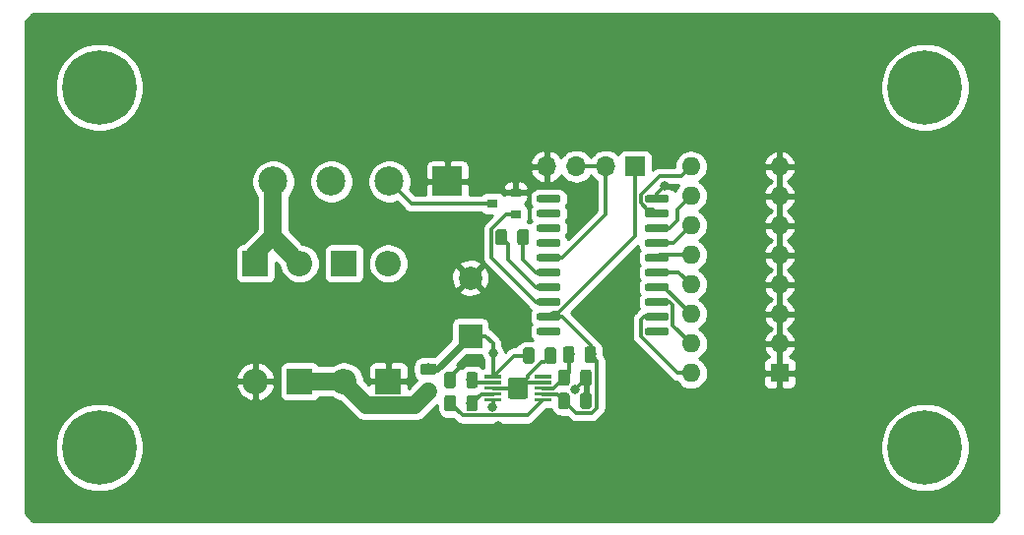
<source format=gbr>
G04 #@! TF.GenerationSoftware,KiCad,Pcbnew,5.1.2*
G04 #@! TF.CreationDate,2019-06-23T16:51:22+01:00*
G04 #@! TF.ProjectId,garage_receiver,67617261-6765-45f7-9265-636569766572,rev?*
G04 #@! TF.SameCoordinates,Original*
G04 #@! TF.FileFunction,Copper,L1,Top*
G04 #@! TF.FilePolarity,Positive*
%FSLAX46Y46*%
G04 Gerber Fmt 4.6, Leading zero omitted, Abs format (unit mm)*
G04 Created by KiCad (PCBNEW 5.1.2) date 2019-06-23 16:51:22*
%MOMM*%
%LPD*%
G04 APERTURE LIST*
%ADD10C,0.100000*%
%ADD11C,0.300000*%
%ADD12C,0.500000*%
%ADD13C,1.680000*%
%ADD14R,0.900000X0.800000*%
%ADD15C,0.800000*%
%ADD16C,6.400000*%
%ADD17C,2.500000*%
%ADD18R,2.500000X2.500000*%
%ADD19C,0.975000*%
%ADD20O,2.200000X2.200000*%
%ADD21R,2.200000X2.200000*%
%ADD22C,0.600000*%
%ADD23R,2.000000X2.000000*%
%ADD24C,2.000000*%
%ADD25R,1.700000X1.700000*%
%ADD26O,1.700000X1.700000*%
%ADD27R,1.600000X1.600000*%
%ADD28O,1.600000X1.600000*%
%ADD29C,0.300000*%
%ADD30C,1.500000*%
%ADD31C,0.600000*%
%ADD32C,0.254000*%
G04 APERTURE END LIST*
D10*
G36*
X214989351Y-110966361D02*
G01*
X214996632Y-110967441D01*
X215003771Y-110969229D01*
X215010701Y-110971709D01*
X215017355Y-110974856D01*
X215023668Y-110978640D01*
X215029579Y-110983024D01*
X215035033Y-110987967D01*
X215039976Y-110993421D01*
X215044360Y-110999332D01*
X215048144Y-111005645D01*
X215051291Y-111012299D01*
X215053771Y-111019229D01*
X215055559Y-111026368D01*
X215056639Y-111033649D01*
X215057000Y-111041000D01*
X215057000Y-111191000D01*
X215056639Y-111198351D01*
X215055559Y-111205632D01*
X215053771Y-111212771D01*
X215051291Y-111219701D01*
X215048144Y-111226355D01*
X215044360Y-111232668D01*
X215039976Y-111238579D01*
X215035033Y-111244033D01*
X215029579Y-111248976D01*
X215023668Y-111253360D01*
X215017355Y-111257144D01*
X215010701Y-111260291D01*
X215003771Y-111262771D01*
X214996632Y-111264559D01*
X214989351Y-111265639D01*
X214982000Y-111266000D01*
X213682000Y-111266000D01*
X213674649Y-111265639D01*
X213667368Y-111264559D01*
X213660229Y-111262771D01*
X213653299Y-111260291D01*
X213646645Y-111257144D01*
X213640332Y-111253360D01*
X213634421Y-111248976D01*
X213628967Y-111244033D01*
X213624024Y-111238579D01*
X213619640Y-111232668D01*
X213615856Y-111226355D01*
X213612709Y-111219701D01*
X213610229Y-111212771D01*
X213608441Y-111205632D01*
X213607361Y-111198351D01*
X213607000Y-111191000D01*
X213607000Y-111041000D01*
X213607361Y-111033649D01*
X213608441Y-111026368D01*
X213610229Y-111019229D01*
X213612709Y-111012299D01*
X213615856Y-111005645D01*
X213619640Y-110999332D01*
X213624024Y-110993421D01*
X213628967Y-110987967D01*
X213634421Y-110983024D01*
X213640332Y-110978640D01*
X213646645Y-110974856D01*
X213653299Y-110971709D01*
X213660229Y-110969229D01*
X213667368Y-110967441D01*
X213674649Y-110966361D01*
X213682000Y-110966000D01*
X214982000Y-110966000D01*
X214989351Y-110966361D01*
X214989351Y-110966361D01*
G37*
D11*
X214332000Y-111116000D03*
D10*
G36*
X214989351Y-110466361D02*
G01*
X214996632Y-110467441D01*
X215003771Y-110469229D01*
X215010701Y-110471709D01*
X215017355Y-110474856D01*
X215023668Y-110478640D01*
X215029579Y-110483024D01*
X215035033Y-110487967D01*
X215039976Y-110493421D01*
X215044360Y-110499332D01*
X215048144Y-110505645D01*
X215051291Y-110512299D01*
X215053771Y-110519229D01*
X215055559Y-110526368D01*
X215056639Y-110533649D01*
X215057000Y-110541000D01*
X215057000Y-110691000D01*
X215056639Y-110698351D01*
X215055559Y-110705632D01*
X215053771Y-110712771D01*
X215051291Y-110719701D01*
X215048144Y-110726355D01*
X215044360Y-110732668D01*
X215039976Y-110738579D01*
X215035033Y-110744033D01*
X215029579Y-110748976D01*
X215023668Y-110753360D01*
X215017355Y-110757144D01*
X215010701Y-110760291D01*
X215003771Y-110762771D01*
X214996632Y-110764559D01*
X214989351Y-110765639D01*
X214982000Y-110766000D01*
X213682000Y-110766000D01*
X213674649Y-110765639D01*
X213667368Y-110764559D01*
X213660229Y-110762771D01*
X213653299Y-110760291D01*
X213646645Y-110757144D01*
X213640332Y-110753360D01*
X213634421Y-110748976D01*
X213628967Y-110744033D01*
X213624024Y-110738579D01*
X213619640Y-110732668D01*
X213615856Y-110726355D01*
X213612709Y-110719701D01*
X213610229Y-110712771D01*
X213608441Y-110705632D01*
X213607361Y-110698351D01*
X213607000Y-110691000D01*
X213607000Y-110541000D01*
X213607361Y-110533649D01*
X213608441Y-110526368D01*
X213610229Y-110519229D01*
X213612709Y-110512299D01*
X213615856Y-110505645D01*
X213619640Y-110499332D01*
X213624024Y-110493421D01*
X213628967Y-110487967D01*
X213634421Y-110483024D01*
X213640332Y-110478640D01*
X213646645Y-110474856D01*
X213653299Y-110471709D01*
X213660229Y-110469229D01*
X213667368Y-110467441D01*
X213674649Y-110466361D01*
X213682000Y-110466000D01*
X214982000Y-110466000D01*
X214989351Y-110466361D01*
X214989351Y-110466361D01*
G37*
D11*
X214332000Y-110616000D03*
D10*
G36*
X214989351Y-109966361D02*
G01*
X214996632Y-109967441D01*
X215003771Y-109969229D01*
X215010701Y-109971709D01*
X215017355Y-109974856D01*
X215023668Y-109978640D01*
X215029579Y-109983024D01*
X215035033Y-109987967D01*
X215039976Y-109993421D01*
X215044360Y-109999332D01*
X215048144Y-110005645D01*
X215051291Y-110012299D01*
X215053771Y-110019229D01*
X215055559Y-110026368D01*
X215056639Y-110033649D01*
X215057000Y-110041000D01*
X215057000Y-110191000D01*
X215056639Y-110198351D01*
X215055559Y-110205632D01*
X215053771Y-110212771D01*
X215051291Y-110219701D01*
X215048144Y-110226355D01*
X215044360Y-110232668D01*
X215039976Y-110238579D01*
X215035033Y-110244033D01*
X215029579Y-110248976D01*
X215023668Y-110253360D01*
X215017355Y-110257144D01*
X215010701Y-110260291D01*
X215003771Y-110262771D01*
X214996632Y-110264559D01*
X214989351Y-110265639D01*
X214982000Y-110266000D01*
X213682000Y-110266000D01*
X213674649Y-110265639D01*
X213667368Y-110264559D01*
X213660229Y-110262771D01*
X213653299Y-110260291D01*
X213646645Y-110257144D01*
X213640332Y-110253360D01*
X213634421Y-110248976D01*
X213628967Y-110244033D01*
X213624024Y-110238579D01*
X213619640Y-110232668D01*
X213615856Y-110226355D01*
X213612709Y-110219701D01*
X213610229Y-110212771D01*
X213608441Y-110205632D01*
X213607361Y-110198351D01*
X213607000Y-110191000D01*
X213607000Y-110041000D01*
X213607361Y-110033649D01*
X213608441Y-110026368D01*
X213610229Y-110019229D01*
X213612709Y-110012299D01*
X213615856Y-110005645D01*
X213619640Y-109999332D01*
X213624024Y-109993421D01*
X213628967Y-109987967D01*
X213634421Y-109983024D01*
X213640332Y-109978640D01*
X213646645Y-109974856D01*
X213653299Y-109971709D01*
X213660229Y-109969229D01*
X213667368Y-109967441D01*
X213674649Y-109966361D01*
X213682000Y-109966000D01*
X214982000Y-109966000D01*
X214989351Y-109966361D01*
X214989351Y-109966361D01*
G37*
D11*
X214332000Y-110116000D03*
D10*
G36*
X214989351Y-109466361D02*
G01*
X214996632Y-109467441D01*
X215003771Y-109469229D01*
X215010701Y-109471709D01*
X215017355Y-109474856D01*
X215023668Y-109478640D01*
X215029579Y-109483024D01*
X215035033Y-109487967D01*
X215039976Y-109493421D01*
X215044360Y-109499332D01*
X215048144Y-109505645D01*
X215051291Y-109512299D01*
X215053771Y-109519229D01*
X215055559Y-109526368D01*
X215056639Y-109533649D01*
X215057000Y-109541000D01*
X215057000Y-109691000D01*
X215056639Y-109698351D01*
X215055559Y-109705632D01*
X215053771Y-109712771D01*
X215051291Y-109719701D01*
X215048144Y-109726355D01*
X215044360Y-109732668D01*
X215039976Y-109738579D01*
X215035033Y-109744033D01*
X215029579Y-109748976D01*
X215023668Y-109753360D01*
X215017355Y-109757144D01*
X215010701Y-109760291D01*
X215003771Y-109762771D01*
X214996632Y-109764559D01*
X214989351Y-109765639D01*
X214982000Y-109766000D01*
X213682000Y-109766000D01*
X213674649Y-109765639D01*
X213667368Y-109764559D01*
X213660229Y-109762771D01*
X213653299Y-109760291D01*
X213646645Y-109757144D01*
X213640332Y-109753360D01*
X213634421Y-109748976D01*
X213628967Y-109744033D01*
X213624024Y-109738579D01*
X213619640Y-109732668D01*
X213615856Y-109726355D01*
X213612709Y-109719701D01*
X213610229Y-109712771D01*
X213608441Y-109705632D01*
X213607361Y-109698351D01*
X213607000Y-109691000D01*
X213607000Y-109541000D01*
X213607361Y-109533649D01*
X213608441Y-109526368D01*
X213610229Y-109519229D01*
X213612709Y-109512299D01*
X213615856Y-109505645D01*
X213619640Y-109499332D01*
X213624024Y-109493421D01*
X213628967Y-109487967D01*
X213634421Y-109483024D01*
X213640332Y-109478640D01*
X213646645Y-109474856D01*
X213653299Y-109471709D01*
X213660229Y-109469229D01*
X213667368Y-109467441D01*
X213674649Y-109466361D01*
X213682000Y-109466000D01*
X214982000Y-109466000D01*
X214989351Y-109466361D01*
X214989351Y-109466361D01*
G37*
D11*
X214332000Y-109616000D03*
D10*
G36*
X214989351Y-108966361D02*
G01*
X214996632Y-108967441D01*
X215003771Y-108969229D01*
X215010701Y-108971709D01*
X215017355Y-108974856D01*
X215023668Y-108978640D01*
X215029579Y-108983024D01*
X215035033Y-108987967D01*
X215039976Y-108993421D01*
X215044360Y-108999332D01*
X215048144Y-109005645D01*
X215051291Y-109012299D01*
X215053771Y-109019229D01*
X215055559Y-109026368D01*
X215056639Y-109033649D01*
X215057000Y-109041000D01*
X215057000Y-109191000D01*
X215056639Y-109198351D01*
X215055559Y-109205632D01*
X215053771Y-109212771D01*
X215051291Y-109219701D01*
X215048144Y-109226355D01*
X215044360Y-109232668D01*
X215039976Y-109238579D01*
X215035033Y-109244033D01*
X215029579Y-109248976D01*
X215023668Y-109253360D01*
X215017355Y-109257144D01*
X215010701Y-109260291D01*
X215003771Y-109262771D01*
X214996632Y-109264559D01*
X214989351Y-109265639D01*
X214982000Y-109266000D01*
X213682000Y-109266000D01*
X213674649Y-109265639D01*
X213667368Y-109264559D01*
X213660229Y-109262771D01*
X213653299Y-109260291D01*
X213646645Y-109257144D01*
X213640332Y-109253360D01*
X213634421Y-109248976D01*
X213628967Y-109244033D01*
X213624024Y-109238579D01*
X213619640Y-109232668D01*
X213615856Y-109226355D01*
X213612709Y-109219701D01*
X213610229Y-109212771D01*
X213608441Y-109205632D01*
X213607361Y-109198351D01*
X213607000Y-109191000D01*
X213607000Y-109041000D01*
X213607361Y-109033649D01*
X213608441Y-109026368D01*
X213610229Y-109019229D01*
X213612709Y-109012299D01*
X213615856Y-109005645D01*
X213619640Y-108999332D01*
X213624024Y-108993421D01*
X213628967Y-108987967D01*
X213634421Y-108983024D01*
X213640332Y-108978640D01*
X213646645Y-108974856D01*
X213653299Y-108971709D01*
X213660229Y-108969229D01*
X213667368Y-108967441D01*
X213674649Y-108966361D01*
X213682000Y-108966000D01*
X214982000Y-108966000D01*
X214989351Y-108966361D01*
X214989351Y-108966361D01*
G37*
D11*
X214332000Y-109116000D03*
D10*
G36*
X219289351Y-108966361D02*
G01*
X219296632Y-108967441D01*
X219303771Y-108969229D01*
X219310701Y-108971709D01*
X219317355Y-108974856D01*
X219323668Y-108978640D01*
X219329579Y-108983024D01*
X219335033Y-108987967D01*
X219339976Y-108993421D01*
X219344360Y-108999332D01*
X219348144Y-109005645D01*
X219351291Y-109012299D01*
X219353771Y-109019229D01*
X219355559Y-109026368D01*
X219356639Y-109033649D01*
X219357000Y-109041000D01*
X219357000Y-109191000D01*
X219356639Y-109198351D01*
X219355559Y-109205632D01*
X219353771Y-109212771D01*
X219351291Y-109219701D01*
X219348144Y-109226355D01*
X219344360Y-109232668D01*
X219339976Y-109238579D01*
X219335033Y-109244033D01*
X219329579Y-109248976D01*
X219323668Y-109253360D01*
X219317355Y-109257144D01*
X219310701Y-109260291D01*
X219303771Y-109262771D01*
X219296632Y-109264559D01*
X219289351Y-109265639D01*
X219282000Y-109266000D01*
X217982000Y-109266000D01*
X217974649Y-109265639D01*
X217967368Y-109264559D01*
X217960229Y-109262771D01*
X217953299Y-109260291D01*
X217946645Y-109257144D01*
X217940332Y-109253360D01*
X217934421Y-109248976D01*
X217928967Y-109244033D01*
X217924024Y-109238579D01*
X217919640Y-109232668D01*
X217915856Y-109226355D01*
X217912709Y-109219701D01*
X217910229Y-109212771D01*
X217908441Y-109205632D01*
X217907361Y-109198351D01*
X217907000Y-109191000D01*
X217907000Y-109041000D01*
X217907361Y-109033649D01*
X217908441Y-109026368D01*
X217910229Y-109019229D01*
X217912709Y-109012299D01*
X217915856Y-109005645D01*
X217919640Y-108999332D01*
X217924024Y-108993421D01*
X217928967Y-108987967D01*
X217934421Y-108983024D01*
X217940332Y-108978640D01*
X217946645Y-108974856D01*
X217953299Y-108971709D01*
X217960229Y-108969229D01*
X217967368Y-108967441D01*
X217974649Y-108966361D01*
X217982000Y-108966000D01*
X219282000Y-108966000D01*
X219289351Y-108966361D01*
X219289351Y-108966361D01*
G37*
D11*
X218632000Y-109116000D03*
D10*
G36*
X219289351Y-109466361D02*
G01*
X219296632Y-109467441D01*
X219303771Y-109469229D01*
X219310701Y-109471709D01*
X219317355Y-109474856D01*
X219323668Y-109478640D01*
X219329579Y-109483024D01*
X219335033Y-109487967D01*
X219339976Y-109493421D01*
X219344360Y-109499332D01*
X219348144Y-109505645D01*
X219351291Y-109512299D01*
X219353771Y-109519229D01*
X219355559Y-109526368D01*
X219356639Y-109533649D01*
X219357000Y-109541000D01*
X219357000Y-109691000D01*
X219356639Y-109698351D01*
X219355559Y-109705632D01*
X219353771Y-109712771D01*
X219351291Y-109719701D01*
X219348144Y-109726355D01*
X219344360Y-109732668D01*
X219339976Y-109738579D01*
X219335033Y-109744033D01*
X219329579Y-109748976D01*
X219323668Y-109753360D01*
X219317355Y-109757144D01*
X219310701Y-109760291D01*
X219303771Y-109762771D01*
X219296632Y-109764559D01*
X219289351Y-109765639D01*
X219282000Y-109766000D01*
X217982000Y-109766000D01*
X217974649Y-109765639D01*
X217967368Y-109764559D01*
X217960229Y-109762771D01*
X217953299Y-109760291D01*
X217946645Y-109757144D01*
X217940332Y-109753360D01*
X217934421Y-109748976D01*
X217928967Y-109744033D01*
X217924024Y-109738579D01*
X217919640Y-109732668D01*
X217915856Y-109726355D01*
X217912709Y-109719701D01*
X217910229Y-109712771D01*
X217908441Y-109705632D01*
X217907361Y-109698351D01*
X217907000Y-109691000D01*
X217907000Y-109541000D01*
X217907361Y-109533649D01*
X217908441Y-109526368D01*
X217910229Y-109519229D01*
X217912709Y-109512299D01*
X217915856Y-109505645D01*
X217919640Y-109499332D01*
X217924024Y-109493421D01*
X217928967Y-109487967D01*
X217934421Y-109483024D01*
X217940332Y-109478640D01*
X217946645Y-109474856D01*
X217953299Y-109471709D01*
X217960229Y-109469229D01*
X217967368Y-109467441D01*
X217974649Y-109466361D01*
X217982000Y-109466000D01*
X219282000Y-109466000D01*
X219289351Y-109466361D01*
X219289351Y-109466361D01*
G37*
D11*
X218632000Y-109616000D03*
D10*
G36*
X219289351Y-109966361D02*
G01*
X219296632Y-109967441D01*
X219303771Y-109969229D01*
X219310701Y-109971709D01*
X219317355Y-109974856D01*
X219323668Y-109978640D01*
X219329579Y-109983024D01*
X219335033Y-109987967D01*
X219339976Y-109993421D01*
X219344360Y-109999332D01*
X219348144Y-110005645D01*
X219351291Y-110012299D01*
X219353771Y-110019229D01*
X219355559Y-110026368D01*
X219356639Y-110033649D01*
X219357000Y-110041000D01*
X219357000Y-110191000D01*
X219356639Y-110198351D01*
X219355559Y-110205632D01*
X219353771Y-110212771D01*
X219351291Y-110219701D01*
X219348144Y-110226355D01*
X219344360Y-110232668D01*
X219339976Y-110238579D01*
X219335033Y-110244033D01*
X219329579Y-110248976D01*
X219323668Y-110253360D01*
X219317355Y-110257144D01*
X219310701Y-110260291D01*
X219303771Y-110262771D01*
X219296632Y-110264559D01*
X219289351Y-110265639D01*
X219282000Y-110266000D01*
X217982000Y-110266000D01*
X217974649Y-110265639D01*
X217967368Y-110264559D01*
X217960229Y-110262771D01*
X217953299Y-110260291D01*
X217946645Y-110257144D01*
X217940332Y-110253360D01*
X217934421Y-110248976D01*
X217928967Y-110244033D01*
X217924024Y-110238579D01*
X217919640Y-110232668D01*
X217915856Y-110226355D01*
X217912709Y-110219701D01*
X217910229Y-110212771D01*
X217908441Y-110205632D01*
X217907361Y-110198351D01*
X217907000Y-110191000D01*
X217907000Y-110041000D01*
X217907361Y-110033649D01*
X217908441Y-110026368D01*
X217910229Y-110019229D01*
X217912709Y-110012299D01*
X217915856Y-110005645D01*
X217919640Y-109999332D01*
X217924024Y-109993421D01*
X217928967Y-109987967D01*
X217934421Y-109983024D01*
X217940332Y-109978640D01*
X217946645Y-109974856D01*
X217953299Y-109971709D01*
X217960229Y-109969229D01*
X217967368Y-109967441D01*
X217974649Y-109966361D01*
X217982000Y-109966000D01*
X219282000Y-109966000D01*
X219289351Y-109966361D01*
X219289351Y-109966361D01*
G37*
D11*
X218632000Y-110116000D03*
D10*
G36*
X219289351Y-110466361D02*
G01*
X219296632Y-110467441D01*
X219303771Y-110469229D01*
X219310701Y-110471709D01*
X219317355Y-110474856D01*
X219323668Y-110478640D01*
X219329579Y-110483024D01*
X219335033Y-110487967D01*
X219339976Y-110493421D01*
X219344360Y-110499332D01*
X219348144Y-110505645D01*
X219351291Y-110512299D01*
X219353771Y-110519229D01*
X219355559Y-110526368D01*
X219356639Y-110533649D01*
X219357000Y-110541000D01*
X219357000Y-110691000D01*
X219356639Y-110698351D01*
X219355559Y-110705632D01*
X219353771Y-110712771D01*
X219351291Y-110719701D01*
X219348144Y-110726355D01*
X219344360Y-110732668D01*
X219339976Y-110738579D01*
X219335033Y-110744033D01*
X219329579Y-110748976D01*
X219323668Y-110753360D01*
X219317355Y-110757144D01*
X219310701Y-110760291D01*
X219303771Y-110762771D01*
X219296632Y-110764559D01*
X219289351Y-110765639D01*
X219282000Y-110766000D01*
X217982000Y-110766000D01*
X217974649Y-110765639D01*
X217967368Y-110764559D01*
X217960229Y-110762771D01*
X217953299Y-110760291D01*
X217946645Y-110757144D01*
X217940332Y-110753360D01*
X217934421Y-110748976D01*
X217928967Y-110744033D01*
X217924024Y-110738579D01*
X217919640Y-110732668D01*
X217915856Y-110726355D01*
X217912709Y-110719701D01*
X217910229Y-110712771D01*
X217908441Y-110705632D01*
X217907361Y-110698351D01*
X217907000Y-110691000D01*
X217907000Y-110541000D01*
X217907361Y-110533649D01*
X217908441Y-110526368D01*
X217910229Y-110519229D01*
X217912709Y-110512299D01*
X217915856Y-110505645D01*
X217919640Y-110499332D01*
X217924024Y-110493421D01*
X217928967Y-110487967D01*
X217934421Y-110483024D01*
X217940332Y-110478640D01*
X217946645Y-110474856D01*
X217953299Y-110471709D01*
X217960229Y-110469229D01*
X217967368Y-110467441D01*
X217974649Y-110466361D01*
X217982000Y-110466000D01*
X219282000Y-110466000D01*
X219289351Y-110466361D01*
X219289351Y-110466361D01*
G37*
D11*
X218632000Y-110616000D03*
D10*
G36*
X219289351Y-110966361D02*
G01*
X219296632Y-110967441D01*
X219303771Y-110969229D01*
X219310701Y-110971709D01*
X219317355Y-110974856D01*
X219323668Y-110978640D01*
X219329579Y-110983024D01*
X219335033Y-110987967D01*
X219339976Y-110993421D01*
X219344360Y-110999332D01*
X219348144Y-111005645D01*
X219351291Y-111012299D01*
X219353771Y-111019229D01*
X219355559Y-111026368D01*
X219356639Y-111033649D01*
X219357000Y-111041000D01*
X219357000Y-111191000D01*
X219356639Y-111198351D01*
X219355559Y-111205632D01*
X219353771Y-111212771D01*
X219351291Y-111219701D01*
X219348144Y-111226355D01*
X219344360Y-111232668D01*
X219339976Y-111238579D01*
X219335033Y-111244033D01*
X219329579Y-111248976D01*
X219323668Y-111253360D01*
X219317355Y-111257144D01*
X219310701Y-111260291D01*
X219303771Y-111262771D01*
X219296632Y-111264559D01*
X219289351Y-111265639D01*
X219282000Y-111266000D01*
X217982000Y-111266000D01*
X217974649Y-111265639D01*
X217967368Y-111264559D01*
X217960229Y-111262771D01*
X217953299Y-111260291D01*
X217946645Y-111257144D01*
X217940332Y-111253360D01*
X217934421Y-111248976D01*
X217928967Y-111244033D01*
X217924024Y-111238579D01*
X217919640Y-111232668D01*
X217915856Y-111226355D01*
X217912709Y-111219701D01*
X217910229Y-111212771D01*
X217908441Y-111205632D01*
X217907361Y-111198351D01*
X217907000Y-111191000D01*
X217907000Y-111041000D01*
X217907361Y-111033649D01*
X217908441Y-111026368D01*
X217910229Y-111019229D01*
X217912709Y-111012299D01*
X217915856Y-111005645D01*
X217919640Y-110999332D01*
X217924024Y-110993421D01*
X217928967Y-110987967D01*
X217934421Y-110983024D01*
X217940332Y-110978640D01*
X217946645Y-110974856D01*
X217953299Y-110971709D01*
X217960229Y-110969229D01*
X217967368Y-110967441D01*
X217974649Y-110966361D01*
X217982000Y-110966000D01*
X219282000Y-110966000D01*
X219289351Y-110966361D01*
X219289351Y-110966361D01*
G37*
D11*
X218632000Y-111116000D03*
D12*
X215932000Y-109466000D03*
X217032000Y-109466000D03*
X215932000Y-110766000D03*
X217032000Y-110766000D03*
D10*
G36*
X217096504Y-109177204D02*
G01*
X217120773Y-109180804D01*
X217144571Y-109186765D01*
X217167671Y-109195030D01*
X217189849Y-109205520D01*
X217210893Y-109218133D01*
X217230598Y-109232747D01*
X217248777Y-109249223D01*
X217265253Y-109267402D01*
X217279867Y-109287107D01*
X217292480Y-109308151D01*
X217302970Y-109330329D01*
X217311235Y-109353429D01*
X217317196Y-109377227D01*
X217320796Y-109401496D01*
X217322000Y-109426000D01*
X217322000Y-110806000D01*
X217320796Y-110830504D01*
X217317196Y-110854773D01*
X217311235Y-110878571D01*
X217302970Y-110901671D01*
X217292480Y-110923849D01*
X217279867Y-110944893D01*
X217265253Y-110964598D01*
X217248777Y-110982777D01*
X217230598Y-110999253D01*
X217210893Y-111013867D01*
X217189849Y-111026480D01*
X217167671Y-111036970D01*
X217144571Y-111045235D01*
X217120773Y-111051196D01*
X217096504Y-111054796D01*
X217072000Y-111056000D01*
X215892000Y-111056000D01*
X215867496Y-111054796D01*
X215843227Y-111051196D01*
X215819429Y-111045235D01*
X215796329Y-111036970D01*
X215774151Y-111026480D01*
X215753107Y-111013867D01*
X215733402Y-110999253D01*
X215715223Y-110982777D01*
X215698747Y-110964598D01*
X215684133Y-110944893D01*
X215671520Y-110923849D01*
X215661030Y-110901671D01*
X215652765Y-110878571D01*
X215646804Y-110854773D01*
X215643204Y-110830504D01*
X215642000Y-110806000D01*
X215642000Y-109426000D01*
X215643204Y-109401496D01*
X215646804Y-109377227D01*
X215652765Y-109353429D01*
X215661030Y-109330329D01*
X215671520Y-109308151D01*
X215684133Y-109287107D01*
X215698747Y-109267402D01*
X215715223Y-109249223D01*
X215733402Y-109232747D01*
X215753107Y-109218133D01*
X215774151Y-109205520D01*
X215796329Y-109195030D01*
X215819429Y-109186765D01*
X215843227Y-109180804D01*
X215867496Y-109177204D01*
X215892000Y-109176000D01*
X217072000Y-109176000D01*
X217096504Y-109177204D01*
X217096504Y-109177204D01*
G37*
D13*
X216482000Y-110116000D03*
D14*
X214282000Y-94216000D03*
X216282000Y-93266000D03*
X216282000Y-95166000D03*
D15*
X253179056Y-113518944D03*
X251482000Y-112816000D03*
X249784944Y-113518944D03*
X249082000Y-115216000D03*
X249784944Y-116913056D03*
X251482000Y-117616000D03*
X253179056Y-116913056D03*
X253882000Y-115216000D03*
D16*
X251482000Y-115216000D03*
D15*
X182179056Y-113518944D03*
X180482000Y-112816000D03*
X178784944Y-113518944D03*
X178082000Y-115216000D03*
X178784944Y-116913056D03*
X180482000Y-117616000D03*
X182179056Y-116913056D03*
X182882000Y-115216000D03*
D16*
X180482000Y-115216000D03*
D15*
X253179056Y-82518944D03*
X251482000Y-81816000D03*
X249784944Y-82518944D03*
X249082000Y-84216000D03*
X249784944Y-85913056D03*
X251482000Y-86616000D03*
X253179056Y-85913056D03*
X253882000Y-84216000D03*
D16*
X251482000Y-84216000D03*
D15*
X182179056Y-82518944D03*
X180482000Y-81816000D03*
X178784944Y-82518944D03*
X178082000Y-84216000D03*
X178784944Y-85913056D03*
X180482000Y-86616000D03*
X182179056Y-85913056D03*
X182882000Y-84216000D03*
D16*
X180482000Y-84216000D03*
D17*
X195418000Y-92316000D03*
X200418000Y-92316000D03*
X205418000Y-92316000D03*
D18*
X210418000Y-92316000D03*
D10*
G36*
X220712142Y-108517174D02*
G01*
X220735803Y-108520684D01*
X220759007Y-108526496D01*
X220781529Y-108534554D01*
X220803153Y-108544782D01*
X220823670Y-108557079D01*
X220842883Y-108571329D01*
X220860607Y-108587393D01*
X220876671Y-108605117D01*
X220890921Y-108624330D01*
X220903218Y-108644847D01*
X220913446Y-108666471D01*
X220921504Y-108688993D01*
X220927316Y-108712197D01*
X220930826Y-108735858D01*
X220932000Y-108759750D01*
X220932000Y-109672250D01*
X220930826Y-109696142D01*
X220927316Y-109719803D01*
X220921504Y-109743007D01*
X220913446Y-109765529D01*
X220903218Y-109787153D01*
X220890921Y-109807670D01*
X220876671Y-109826883D01*
X220860607Y-109844607D01*
X220842883Y-109860671D01*
X220823670Y-109874921D01*
X220803153Y-109887218D01*
X220781529Y-109897446D01*
X220759007Y-109905504D01*
X220735803Y-109911316D01*
X220712142Y-109914826D01*
X220688250Y-109916000D01*
X220200750Y-109916000D01*
X220176858Y-109914826D01*
X220153197Y-109911316D01*
X220129993Y-109905504D01*
X220107471Y-109897446D01*
X220085847Y-109887218D01*
X220065330Y-109874921D01*
X220046117Y-109860671D01*
X220028393Y-109844607D01*
X220012329Y-109826883D01*
X219998079Y-109807670D01*
X219985782Y-109787153D01*
X219975554Y-109765529D01*
X219967496Y-109743007D01*
X219961684Y-109719803D01*
X219958174Y-109696142D01*
X219957000Y-109672250D01*
X219957000Y-108759750D01*
X219958174Y-108735858D01*
X219961684Y-108712197D01*
X219967496Y-108688993D01*
X219975554Y-108666471D01*
X219985782Y-108644847D01*
X219998079Y-108624330D01*
X220012329Y-108605117D01*
X220028393Y-108587393D01*
X220046117Y-108571329D01*
X220065330Y-108557079D01*
X220085847Y-108544782D01*
X220107471Y-108534554D01*
X220129993Y-108526496D01*
X220153197Y-108520684D01*
X220176858Y-108517174D01*
X220200750Y-108516000D01*
X220688250Y-108516000D01*
X220712142Y-108517174D01*
X220712142Y-108517174D01*
G37*
D19*
X220444500Y-109216000D03*
D10*
G36*
X222587142Y-108517174D02*
G01*
X222610803Y-108520684D01*
X222634007Y-108526496D01*
X222656529Y-108534554D01*
X222678153Y-108544782D01*
X222698670Y-108557079D01*
X222717883Y-108571329D01*
X222735607Y-108587393D01*
X222751671Y-108605117D01*
X222765921Y-108624330D01*
X222778218Y-108644847D01*
X222788446Y-108666471D01*
X222796504Y-108688993D01*
X222802316Y-108712197D01*
X222805826Y-108735858D01*
X222807000Y-108759750D01*
X222807000Y-109672250D01*
X222805826Y-109696142D01*
X222802316Y-109719803D01*
X222796504Y-109743007D01*
X222788446Y-109765529D01*
X222778218Y-109787153D01*
X222765921Y-109807670D01*
X222751671Y-109826883D01*
X222735607Y-109844607D01*
X222717883Y-109860671D01*
X222698670Y-109874921D01*
X222678153Y-109887218D01*
X222656529Y-109897446D01*
X222634007Y-109905504D01*
X222610803Y-109911316D01*
X222587142Y-109914826D01*
X222563250Y-109916000D01*
X222075750Y-109916000D01*
X222051858Y-109914826D01*
X222028197Y-109911316D01*
X222004993Y-109905504D01*
X221982471Y-109897446D01*
X221960847Y-109887218D01*
X221940330Y-109874921D01*
X221921117Y-109860671D01*
X221903393Y-109844607D01*
X221887329Y-109826883D01*
X221873079Y-109807670D01*
X221860782Y-109787153D01*
X221850554Y-109765529D01*
X221842496Y-109743007D01*
X221836684Y-109719803D01*
X221833174Y-109696142D01*
X221832000Y-109672250D01*
X221832000Y-108759750D01*
X221833174Y-108735858D01*
X221836684Y-108712197D01*
X221842496Y-108688993D01*
X221850554Y-108666471D01*
X221860782Y-108644847D01*
X221873079Y-108624330D01*
X221887329Y-108605117D01*
X221903393Y-108587393D01*
X221921117Y-108571329D01*
X221940330Y-108557079D01*
X221960847Y-108544782D01*
X221982471Y-108534554D01*
X222004993Y-108526496D01*
X222028197Y-108520684D01*
X222051858Y-108517174D01*
X222075750Y-108516000D01*
X222563250Y-108516000D01*
X222587142Y-108517174D01*
X222587142Y-108517174D01*
G37*
D19*
X222319500Y-109216000D03*
D10*
G36*
X222987142Y-106517174D02*
G01*
X223010803Y-106520684D01*
X223034007Y-106526496D01*
X223056529Y-106534554D01*
X223078153Y-106544782D01*
X223098670Y-106557079D01*
X223117883Y-106571329D01*
X223135607Y-106587393D01*
X223151671Y-106605117D01*
X223165921Y-106624330D01*
X223178218Y-106644847D01*
X223188446Y-106666471D01*
X223196504Y-106688993D01*
X223202316Y-106712197D01*
X223205826Y-106735858D01*
X223207000Y-106759750D01*
X223207000Y-107672250D01*
X223205826Y-107696142D01*
X223202316Y-107719803D01*
X223196504Y-107743007D01*
X223188446Y-107765529D01*
X223178218Y-107787153D01*
X223165921Y-107807670D01*
X223151671Y-107826883D01*
X223135607Y-107844607D01*
X223117883Y-107860671D01*
X223098670Y-107874921D01*
X223078153Y-107887218D01*
X223056529Y-107897446D01*
X223034007Y-107905504D01*
X223010803Y-107911316D01*
X222987142Y-107914826D01*
X222963250Y-107916000D01*
X222475750Y-107916000D01*
X222451858Y-107914826D01*
X222428197Y-107911316D01*
X222404993Y-107905504D01*
X222382471Y-107897446D01*
X222360847Y-107887218D01*
X222340330Y-107874921D01*
X222321117Y-107860671D01*
X222303393Y-107844607D01*
X222287329Y-107826883D01*
X222273079Y-107807670D01*
X222260782Y-107787153D01*
X222250554Y-107765529D01*
X222242496Y-107743007D01*
X222236684Y-107719803D01*
X222233174Y-107696142D01*
X222232000Y-107672250D01*
X222232000Y-106759750D01*
X222233174Y-106735858D01*
X222236684Y-106712197D01*
X222242496Y-106688993D01*
X222250554Y-106666471D01*
X222260782Y-106644847D01*
X222273079Y-106624330D01*
X222287329Y-106605117D01*
X222303393Y-106587393D01*
X222321117Y-106571329D01*
X222340330Y-106557079D01*
X222360847Y-106544782D01*
X222382471Y-106534554D01*
X222404993Y-106526496D01*
X222428197Y-106520684D01*
X222451858Y-106517174D01*
X222475750Y-106516000D01*
X222963250Y-106516000D01*
X222987142Y-106517174D01*
X222987142Y-106517174D01*
G37*
D19*
X222719500Y-107216000D03*
D10*
G36*
X221112142Y-106517174D02*
G01*
X221135803Y-106520684D01*
X221159007Y-106526496D01*
X221181529Y-106534554D01*
X221203153Y-106544782D01*
X221223670Y-106557079D01*
X221242883Y-106571329D01*
X221260607Y-106587393D01*
X221276671Y-106605117D01*
X221290921Y-106624330D01*
X221303218Y-106644847D01*
X221313446Y-106666471D01*
X221321504Y-106688993D01*
X221327316Y-106712197D01*
X221330826Y-106735858D01*
X221332000Y-106759750D01*
X221332000Y-107672250D01*
X221330826Y-107696142D01*
X221327316Y-107719803D01*
X221321504Y-107743007D01*
X221313446Y-107765529D01*
X221303218Y-107787153D01*
X221290921Y-107807670D01*
X221276671Y-107826883D01*
X221260607Y-107844607D01*
X221242883Y-107860671D01*
X221223670Y-107874921D01*
X221203153Y-107887218D01*
X221181529Y-107897446D01*
X221159007Y-107905504D01*
X221135803Y-107911316D01*
X221112142Y-107914826D01*
X221088250Y-107916000D01*
X220600750Y-107916000D01*
X220576858Y-107914826D01*
X220553197Y-107911316D01*
X220529993Y-107905504D01*
X220507471Y-107897446D01*
X220485847Y-107887218D01*
X220465330Y-107874921D01*
X220446117Y-107860671D01*
X220428393Y-107844607D01*
X220412329Y-107826883D01*
X220398079Y-107807670D01*
X220385782Y-107787153D01*
X220375554Y-107765529D01*
X220367496Y-107743007D01*
X220361684Y-107719803D01*
X220358174Y-107696142D01*
X220357000Y-107672250D01*
X220357000Y-106759750D01*
X220358174Y-106735858D01*
X220361684Y-106712197D01*
X220367496Y-106688993D01*
X220375554Y-106666471D01*
X220385782Y-106644847D01*
X220398079Y-106624330D01*
X220412329Y-106605117D01*
X220428393Y-106587393D01*
X220446117Y-106571329D01*
X220465330Y-106557079D01*
X220485847Y-106544782D01*
X220507471Y-106534554D01*
X220529993Y-106526496D01*
X220553197Y-106520684D01*
X220576858Y-106517174D01*
X220600750Y-106516000D01*
X221088250Y-106516000D01*
X221112142Y-106517174D01*
X221112142Y-106517174D01*
G37*
D19*
X220844500Y-107216000D03*
D10*
G36*
X210912142Y-108717174D02*
G01*
X210935803Y-108720684D01*
X210959007Y-108726496D01*
X210981529Y-108734554D01*
X211003153Y-108744782D01*
X211023670Y-108757079D01*
X211042883Y-108771329D01*
X211060607Y-108787393D01*
X211076671Y-108805117D01*
X211090921Y-108824330D01*
X211103218Y-108844847D01*
X211113446Y-108866471D01*
X211121504Y-108888993D01*
X211127316Y-108912197D01*
X211130826Y-108935858D01*
X211132000Y-108959750D01*
X211132000Y-109872250D01*
X211130826Y-109896142D01*
X211127316Y-109919803D01*
X211121504Y-109943007D01*
X211113446Y-109965529D01*
X211103218Y-109987153D01*
X211090921Y-110007670D01*
X211076671Y-110026883D01*
X211060607Y-110044607D01*
X211042883Y-110060671D01*
X211023670Y-110074921D01*
X211003153Y-110087218D01*
X210981529Y-110097446D01*
X210959007Y-110105504D01*
X210935803Y-110111316D01*
X210912142Y-110114826D01*
X210888250Y-110116000D01*
X210400750Y-110116000D01*
X210376858Y-110114826D01*
X210353197Y-110111316D01*
X210329993Y-110105504D01*
X210307471Y-110097446D01*
X210285847Y-110087218D01*
X210265330Y-110074921D01*
X210246117Y-110060671D01*
X210228393Y-110044607D01*
X210212329Y-110026883D01*
X210198079Y-110007670D01*
X210185782Y-109987153D01*
X210175554Y-109965529D01*
X210167496Y-109943007D01*
X210161684Y-109919803D01*
X210158174Y-109896142D01*
X210157000Y-109872250D01*
X210157000Y-108959750D01*
X210158174Y-108935858D01*
X210161684Y-108912197D01*
X210167496Y-108888993D01*
X210175554Y-108866471D01*
X210185782Y-108844847D01*
X210198079Y-108824330D01*
X210212329Y-108805117D01*
X210228393Y-108787393D01*
X210246117Y-108771329D01*
X210265330Y-108757079D01*
X210285847Y-108744782D01*
X210307471Y-108734554D01*
X210329993Y-108726496D01*
X210353197Y-108720684D01*
X210376858Y-108717174D01*
X210400750Y-108716000D01*
X210888250Y-108716000D01*
X210912142Y-108717174D01*
X210912142Y-108717174D01*
G37*
D19*
X210644500Y-109416000D03*
D10*
G36*
X212787142Y-108717174D02*
G01*
X212810803Y-108720684D01*
X212834007Y-108726496D01*
X212856529Y-108734554D01*
X212878153Y-108744782D01*
X212898670Y-108757079D01*
X212917883Y-108771329D01*
X212935607Y-108787393D01*
X212951671Y-108805117D01*
X212965921Y-108824330D01*
X212978218Y-108844847D01*
X212988446Y-108866471D01*
X212996504Y-108888993D01*
X213002316Y-108912197D01*
X213005826Y-108935858D01*
X213007000Y-108959750D01*
X213007000Y-109872250D01*
X213005826Y-109896142D01*
X213002316Y-109919803D01*
X212996504Y-109943007D01*
X212988446Y-109965529D01*
X212978218Y-109987153D01*
X212965921Y-110007670D01*
X212951671Y-110026883D01*
X212935607Y-110044607D01*
X212917883Y-110060671D01*
X212898670Y-110074921D01*
X212878153Y-110087218D01*
X212856529Y-110097446D01*
X212834007Y-110105504D01*
X212810803Y-110111316D01*
X212787142Y-110114826D01*
X212763250Y-110116000D01*
X212275750Y-110116000D01*
X212251858Y-110114826D01*
X212228197Y-110111316D01*
X212204993Y-110105504D01*
X212182471Y-110097446D01*
X212160847Y-110087218D01*
X212140330Y-110074921D01*
X212121117Y-110060671D01*
X212103393Y-110044607D01*
X212087329Y-110026883D01*
X212073079Y-110007670D01*
X212060782Y-109987153D01*
X212050554Y-109965529D01*
X212042496Y-109943007D01*
X212036684Y-109919803D01*
X212033174Y-109896142D01*
X212032000Y-109872250D01*
X212032000Y-108959750D01*
X212033174Y-108935858D01*
X212036684Y-108912197D01*
X212042496Y-108888993D01*
X212050554Y-108866471D01*
X212060782Y-108844847D01*
X212073079Y-108824330D01*
X212087329Y-108805117D01*
X212103393Y-108787393D01*
X212121117Y-108771329D01*
X212140330Y-108757079D01*
X212160847Y-108744782D01*
X212182471Y-108734554D01*
X212204993Y-108726496D01*
X212228197Y-108720684D01*
X212251858Y-108717174D01*
X212275750Y-108716000D01*
X212763250Y-108716000D01*
X212787142Y-108717174D01*
X212787142Y-108717174D01*
G37*
D19*
X212519500Y-109416000D03*
D10*
G36*
X222587142Y-110517174D02*
G01*
X222610803Y-110520684D01*
X222634007Y-110526496D01*
X222656529Y-110534554D01*
X222678153Y-110544782D01*
X222698670Y-110557079D01*
X222717883Y-110571329D01*
X222735607Y-110587393D01*
X222751671Y-110605117D01*
X222765921Y-110624330D01*
X222778218Y-110644847D01*
X222788446Y-110666471D01*
X222796504Y-110688993D01*
X222802316Y-110712197D01*
X222805826Y-110735858D01*
X222807000Y-110759750D01*
X222807000Y-111672250D01*
X222805826Y-111696142D01*
X222802316Y-111719803D01*
X222796504Y-111743007D01*
X222788446Y-111765529D01*
X222778218Y-111787153D01*
X222765921Y-111807670D01*
X222751671Y-111826883D01*
X222735607Y-111844607D01*
X222717883Y-111860671D01*
X222698670Y-111874921D01*
X222678153Y-111887218D01*
X222656529Y-111897446D01*
X222634007Y-111905504D01*
X222610803Y-111911316D01*
X222587142Y-111914826D01*
X222563250Y-111916000D01*
X222075750Y-111916000D01*
X222051858Y-111914826D01*
X222028197Y-111911316D01*
X222004993Y-111905504D01*
X221982471Y-111897446D01*
X221960847Y-111887218D01*
X221940330Y-111874921D01*
X221921117Y-111860671D01*
X221903393Y-111844607D01*
X221887329Y-111826883D01*
X221873079Y-111807670D01*
X221860782Y-111787153D01*
X221850554Y-111765529D01*
X221842496Y-111743007D01*
X221836684Y-111719803D01*
X221833174Y-111696142D01*
X221832000Y-111672250D01*
X221832000Y-110759750D01*
X221833174Y-110735858D01*
X221836684Y-110712197D01*
X221842496Y-110688993D01*
X221850554Y-110666471D01*
X221860782Y-110644847D01*
X221873079Y-110624330D01*
X221887329Y-110605117D01*
X221903393Y-110587393D01*
X221921117Y-110571329D01*
X221940330Y-110557079D01*
X221960847Y-110544782D01*
X221982471Y-110534554D01*
X222004993Y-110526496D01*
X222028197Y-110520684D01*
X222051858Y-110517174D01*
X222075750Y-110516000D01*
X222563250Y-110516000D01*
X222587142Y-110517174D01*
X222587142Y-110517174D01*
G37*
D19*
X222319500Y-111216000D03*
D10*
G36*
X220712142Y-110517174D02*
G01*
X220735803Y-110520684D01*
X220759007Y-110526496D01*
X220781529Y-110534554D01*
X220803153Y-110544782D01*
X220823670Y-110557079D01*
X220842883Y-110571329D01*
X220860607Y-110587393D01*
X220876671Y-110605117D01*
X220890921Y-110624330D01*
X220903218Y-110644847D01*
X220913446Y-110666471D01*
X220921504Y-110688993D01*
X220927316Y-110712197D01*
X220930826Y-110735858D01*
X220932000Y-110759750D01*
X220932000Y-111672250D01*
X220930826Y-111696142D01*
X220927316Y-111719803D01*
X220921504Y-111743007D01*
X220913446Y-111765529D01*
X220903218Y-111787153D01*
X220890921Y-111807670D01*
X220876671Y-111826883D01*
X220860607Y-111844607D01*
X220842883Y-111860671D01*
X220823670Y-111874921D01*
X220803153Y-111887218D01*
X220781529Y-111897446D01*
X220759007Y-111905504D01*
X220735803Y-111911316D01*
X220712142Y-111914826D01*
X220688250Y-111916000D01*
X220200750Y-111916000D01*
X220176858Y-111914826D01*
X220153197Y-111911316D01*
X220129993Y-111905504D01*
X220107471Y-111897446D01*
X220085847Y-111887218D01*
X220065330Y-111874921D01*
X220046117Y-111860671D01*
X220028393Y-111844607D01*
X220012329Y-111826883D01*
X219998079Y-111807670D01*
X219985782Y-111787153D01*
X219975554Y-111765529D01*
X219967496Y-111743007D01*
X219961684Y-111719803D01*
X219958174Y-111696142D01*
X219957000Y-111672250D01*
X219957000Y-110759750D01*
X219958174Y-110735858D01*
X219961684Y-110712197D01*
X219967496Y-110688993D01*
X219975554Y-110666471D01*
X219985782Y-110644847D01*
X219998079Y-110624330D01*
X220012329Y-110605117D01*
X220028393Y-110587393D01*
X220046117Y-110571329D01*
X220065330Y-110557079D01*
X220085847Y-110544782D01*
X220107471Y-110534554D01*
X220129993Y-110526496D01*
X220153197Y-110520684D01*
X220176858Y-110517174D01*
X220200750Y-110516000D01*
X220688250Y-110516000D01*
X220712142Y-110517174D01*
X220712142Y-110517174D01*
G37*
D19*
X220444500Y-111216000D03*
D10*
G36*
X217674642Y-106617174D02*
G01*
X217698303Y-106620684D01*
X217721507Y-106626496D01*
X217744029Y-106634554D01*
X217765653Y-106644782D01*
X217786170Y-106657079D01*
X217805383Y-106671329D01*
X217823107Y-106687393D01*
X217839171Y-106705117D01*
X217853421Y-106724330D01*
X217865718Y-106744847D01*
X217875946Y-106766471D01*
X217884004Y-106788993D01*
X217889816Y-106812197D01*
X217893326Y-106835858D01*
X217894500Y-106859750D01*
X217894500Y-107772250D01*
X217893326Y-107796142D01*
X217889816Y-107819803D01*
X217884004Y-107843007D01*
X217875946Y-107865529D01*
X217865718Y-107887153D01*
X217853421Y-107907670D01*
X217839171Y-107926883D01*
X217823107Y-107944607D01*
X217805383Y-107960671D01*
X217786170Y-107974921D01*
X217765653Y-107987218D01*
X217744029Y-107997446D01*
X217721507Y-108005504D01*
X217698303Y-108011316D01*
X217674642Y-108014826D01*
X217650750Y-108016000D01*
X217163250Y-108016000D01*
X217139358Y-108014826D01*
X217115697Y-108011316D01*
X217092493Y-108005504D01*
X217069971Y-107997446D01*
X217048347Y-107987218D01*
X217027830Y-107974921D01*
X217008617Y-107960671D01*
X216990893Y-107944607D01*
X216974829Y-107926883D01*
X216960579Y-107907670D01*
X216948282Y-107887153D01*
X216938054Y-107865529D01*
X216929996Y-107843007D01*
X216924184Y-107819803D01*
X216920674Y-107796142D01*
X216919500Y-107772250D01*
X216919500Y-106859750D01*
X216920674Y-106835858D01*
X216924184Y-106812197D01*
X216929996Y-106788993D01*
X216938054Y-106766471D01*
X216948282Y-106744847D01*
X216960579Y-106724330D01*
X216974829Y-106705117D01*
X216990893Y-106687393D01*
X217008617Y-106671329D01*
X217027830Y-106657079D01*
X217048347Y-106644782D01*
X217069971Y-106634554D01*
X217092493Y-106626496D01*
X217115697Y-106620684D01*
X217139358Y-106617174D01*
X217163250Y-106616000D01*
X217650750Y-106616000D01*
X217674642Y-106617174D01*
X217674642Y-106617174D01*
G37*
D19*
X217407000Y-107316000D03*
D10*
G36*
X219549642Y-106617174D02*
G01*
X219573303Y-106620684D01*
X219596507Y-106626496D01*
X219619029Y-106634554D01*
X219640653Y-106644782D01*
X219661170Y-106657079D01*
X219680383Y-106671329D01*
X219698107Y-106687393D01*
X219714171Y-106705117D01*
X219728421Y-106724330D01*
X219740718Y-106744847D01*
X219750946Y-106766471D01*
X219759004Y-106788993D01*
X219764816Y-106812197D01*
X219768326Y-106835858D01*
X219769500Y-106859750D01*
X219769500Y-107772250D01*
X219768326Y-107796142D01*
X219764816Y-107819803D01*
X219759004Y-107843007D01*
X219750946Y-107865529D01*
X219740718Y-107887153D01*
X219728421Y-107907670D01*
X219714171Y-107926883D01*
X219698107Y-107944607D01*
X219680383Y-107960671D01*
X219661170Y-107974921D01*
X219640653Y-107987218D01*
X219619029Y-107997446D01*
X219596507Y-108005504D01*
X219573303Y-108011316D01*
X219549642Y-108014826D01*
X219525750Y-108016000D01*
X219038250Y-108016000D01*
X219014358Y-108014826D01*
X218990697Y-108011316D01*
X218967493Y-108005504D01*
X218944971Y-107997446D01*
X218923347Y-107987218D01*
X218902830Y-107974921D01*
X218883617Y-107960671D01*
X218865893Y-107944607D01*
X218849829Y-107926883D01*
X218835579Y-107907670D01*
X218823282Y-107887153D01*
X218813054Y-107865529D01*
X218804996Y-107843007D01*
X218799184Y-107819803D01*
X218795674Y-107796142D01*
X218794500Y-107772250D01*
X218794500Y-106859750D01*
X218795674Y-106835858D01*
X218799184Y-106812197D01*
X218804996Y-106788993D01*
X218813054Y-106766471D01*
X218823282Y-106744847D01*
X218835579Y-106724330D01*
X218849829Y-106705117D01*
X218865893Y-106687393D01*
X218883617Y-106671329D01*
X218902830Y-106657079D01*
X218923347Y-106644782D01*
X218944971Y-106634554D01*
X218967493Y-106626496D01*
X218990697Y-106620684D01*
X219014358Y-106617174D01*
X219038250Y-106616000D01*
X219525750Y-106616000D01*
X219549642Y-106617174D01*
X219549642Y-106617174D01*
G37*
D19*
X219282000Y-107316000D03*
D10*
G36*
X212787142Y-110717174D02*
G01*
X212810803Y-110720684D01*
X212834007Y-110726496D01*
X212856529Y-110734554D01*
X212878153Y-110744782D01*
X212898670Y-110757079D01*
X212917883Y-110771329D01*
X212935607Y-110787393D01*
X212951671Y-110805117D01*
X212965921Y-110824330D01*
X212978218Y-110844847D01*
X212988446Y-110866471D01*
X212996504Y-110888993D01*
X213002316Y-110912197D01*
X213005826Y-110935858D01*
X213007000Y-110959750D01*
X213007000Y-111872250D01*
X213005826Y-111896142D01*
X213002316Y-111919803D01*
X212996504Y-111943007D01*
X212988446Y-111965529D01*
X212978218Y-111987153D01*
X212965921Y-112007670D01*
X212951671Y-112026883D01*
X212935607Y-112044607D01*
X212917883Y-112060671D01*
X212898670Y-112074921D01*
X212878153Y-112087218D01*
X212856529Y-112097446D01*
X212834007Y-112105504D01*
X212810803Y-112111316D01*
X212787142Y-112114826D01*
X212763250Y-112116000D01*
X212275750Y-112116000D01*
X212251858Y-112114826D01*
X212228197Y-112111316D01*
X212204993Y-112105504D01*
X212182471Y-112097446D01*
X212160847Y-112087218D01*
X212140330Y-112074921D01*
X212121117Y-112060671D01*
X212103393Y-112044607D01*
X212087329Y-112026883D01*
X212073079Y-112007670D01*
X212060782Y-111987153D01*
X212050554Y-111965529D01*
X212042496Y-111943007D01*
X212036684Y-111919803D01*
X212033174Y-111896142D01*
X212032000Y-111872250D01*
X212032000Y-110959750D01*
X212033174Y-110935858D01*
X212036684Y-110912197D01*
X212042496Y-110888993D01*
X212050554Y-110866471D01*
X212060782Y-110844847D01*
X212073079Y-110824330D01*
X212087329Y-110805117D01*
X212103393Y-110787393D01*
X212121117Y-110771329D01*
X212140330Y-110757079D01*
X212160847Y-110744782D01*
X212182471Y-110734554D01*
X212204993Y-110726496D01*
X212228197Y-110720684D01*
X212251858Y-110717174D01*
X212275750Y-110716000D01*
X212763250Y-110716000D01*
X212787142Y-110717174D01*
X212787142Y-110717174D01*
G37*
D19*
X212519500Y-111416000D03*
D10*
G36*
X210912142Y-110717174D02*
G01*
X210935803Y-110720684D01*
X210959007Y-110726496D01*
X210981529Y-110734554D01*
X211003153Y-110744782D01*
X211023670Y-110757079D01*
X211042883Y-110771329D01*
X211060607Y-110787393D01*
X211076671Y-110805117D01*
X211090921Y-110824330D01*
X211103218Y-110844847D01*
X211113446Y-110866471D01*
X211121504Y-110888993D01*
X211127316Y-110912197D01*
X211130826Y-110935858D01*
X211132000Y-110959750D01*
X211132000Y-111872250D01*
X211130826Y-111896142D01*
X211127316Y-111919803D01*
X211121504Y-111943007D01*
X211113446Y-111965529D01*
X211103218Y-111987153D01*
X211090921Y-112007670D01*
X211076671Y-112026883D01*
X211060607Y-112044607D01*
X211042883Y-112060671D01*
X211023670Y-112074921D01*
X211003153Y-112087218D01*
X210981529Y-112097446D01*
X210959007Y-112105504D01*
X210935803Y-112111316D01*
X210912142Y-112114826D01*
X210888250Y-112116000D01*
X210400750Y-112116000D01*
X210376858Y-112114826D01*
X210353197Y-112111316D01*
X210329993Y-112105504D01*
X210307471Y-112097446D01*
X210285847Y-112087218D01*
X210265330Y-112074921D01*
X210246117Y-112060671D01*
X210228393Y-112044607D01*
X210212329Y-112026883D01*
X210198079Y-112007670D01*
X210185782Y-111987153D01*
X210175554Y-111965529D01*
X210167496Y-111943007D01*
X210161684Y-111919803D01*
X210158174Y-111896142D01*
X210157000Y-111872250D01*
X210157000Y-110959750D01*
X210158174Y-110935858D01*
X210161684Y-110912197D01*
X210167496Y-110888993D01*
X210175554Y-110866471D01*
X210185782Y-110844847D01*
X210198079Y-110824330D01*
X210212329Y-110805117D01*
X210228393Y-110787393D01*
X210246117Y-110771329D01*
X210265330Y-110757079D01*
X210285847Y-110744782D01*
X210307471Y-110734554D01*
X210329993Y-110726496D01*
X210353197Y-110720684D01*
X210376858Y-110717174D01*
X210400750Y-110716000D01*
X210888250Y-110716000D01*
X210912142Y-110717174D01*
X210912142Y-110717174D01*
G37*
D19*
X210644500Y-111416000D03*
D20*
X205338000Y-99374000D03*
D21*
X205338000Y-109534000D03*
D10*
G36*
X220021703Y-104931722D02*
G01*
X220036264Y-104933882D01*
X220050543Y-104937459D01*
X220064403Y-104942418D01*
X220077710Y-104948712D01*
X220090336Y-104956280D01*
X220102159Y-104965048D01*
X220113066Y-104974934D01*
X220122952Y-104985841D01*
X220131720Y-104997664D01*
X220139288Y-105010290D01*
X220145582Y-105023597D01*
X220150541Y-105037457D01*
X220154118Y-105051736D01*
X220156278Y-105066297D01*
X220157000Y-105081000D01*
X220157000Y-105381000D01*
X220156278Y-105395703D01*
X220154118Y-105410264D01*
X220150541Y-105424543D01*
X220145582Y-105438403D01*
X220139288Y-105451710D01*
X220131720Y-105464336D01*
X220122952Y-105476159D01*
X220113066Y-105487066D01*
X220102159Y-105496952D01*
X220090336Y-105505720D01*
X220077710Y-105513288D01*
X220064403Y-105519582D01*
X220050543Y-105524541D01*
X220036264Y-105528118D01*
X220021703Y-105530278D01*
X220007000Y-105531000D01*
X218257000Y-105531000D01*
X218242297Y-105530278D01*
X218227736Y-105528118D01*
X218213457Y-105524541D01*
X218199597Y-105519582D01*
X218186290Y-105513288D01*
X218173664Y-105505720D01*
X218161841Y-105496952D01*
X218150934Y-105487066D01*
X218141048Y-105476159D01*
X218132280Y-105464336D01*
X218124712Y-105451710D01*
X218118418Y-105438403D01*
X218113459Y-105424543D01*
X218109882Y-105410264D01*
X218107722Y-105395703D01*
X218107000Y-105381000D01*
X218107000Y-105081000D01*
X218107722Y-105066297D01*
X218109882Y-105051736D01*
X218113459Y-105037457D01*
X218118418Y-105023597D01*
X218124712Y-105010290D01*
X218132280Y-104997664D01*
X218141048Y-104985841D01*
X218150934Y-104974934D01*
X218161841Y-104965048D01*
X218173664Y-104956280D01*
X218186290Y-104948712D01*
X218199597Y-104942418D01*
X218213457Y-104937459D01*
X218227736Y-104933882D01*
X218242297Y-104931722D01*
X218257000Y-104931000D01*
X220007000Y-104931000D01*
X220021703Y-104931722D01*
X220021703Y-104931722D01*
G37*
D22*
X219132000Y-105231000D03*
D10*
G36*
X220021703Y-103661722D02*
G01*
X220036264Y-103663882D01*
X220050543Y-103667459D01*
X220064403Y-103672418D01*
X220077710Y-103678712D01*
X220090336Y-103686280D01*
X220102159Y-103695048D01*
X220113066Y-103704934D01*
X220122952Y-103715841D01*
X220131720Y-103727664D01*
X220139288Y-103740290D01*
X220145582Y-103753597D01*
X220150541Y-103767457D01*
X220154118Y-103781736D01*
X220156278Y-103796297D01*
X220157000Y-103811000D01*
X220157000Y-104111000D01*
X220156278Y-104125703D01*
X220154118Y-104140264D01*
X220150541Y-104154543D01*
X220145582Y-104168403D01*
X220139288Y-104181710D01*
X220131720Y-104194336D01*
X220122952Y-104206159D01*
X220113066Y-104217066D01*
X220102159Y-104226952D01*
X220090336Y-104235720D01*
X220077710Y-104243288D01*
X220064403Y-104249582D01*
X220050543Y-104254541D01*
X220036264Y-104258118D01*
X220021703Y-104260278D01*
X220007000Y-104261000D01*
X218257000Y-104261000D01*
X218242297Y-104260278D01*
X218227736Y-104258118D01*
X218213457Y-104254541D01*
X218199597Y-104249582D01*
X218186290Y-104243288D01*
X218173664Y-104235720D01*
X218161841Y-104226952D01*
X218150934Y-104217066D01*
X218141048Y-104206159D01*
X218132280Y-104194336D01*
X218124712Y-104181710D01*
X218118418Y-104168403D01*
X218113459Y-104154543D01*
X218109882Y-104140264D01*
X218107722Y-104125703D01*
X218107000Y-104111000D01*
X218107000Y-103811000D01*
X218107722Y-103796297D01*
X218109882Y-103781736D01*
X218113459Y-103767457D01*
X218118418Y-103753597D01*
X218124712Y-103740290D01*
X218132280Y-103727664D01*
X218141048Y-103715841D01*
X218150934Y-103704934D01*
X218161841Y-103695048D01*
X218173664Y-103686280D01*
X218186290Y-103678712D01*
X218199597Y-103672418D01*
X218213457Y-103667459D01*
X218227736Y-103663882D01*
X218242297Y-103661722D01*
X218257000Y-103661000D01*
X220007000Y-103661000D01*
X220021703Y-103661722D01*
X220021703Y-103661722D01*
G37*
D22*
X219132000Y-103961000D03*
D10*
G36*
X220021703Y-102391722D02*
G01*
X220036264Y-102393882D01*
X220050543Y-102397459D01*
X220064403Y-102402418D01*
X220077710Y-102408712D01*
X220090336Y-102416280D01*
X220102159Y-102425048D01*
X220113066Y-102434934D01*
X220122952Y-102445841D01*
X220131720Y-102457664D01*
X220139288Y-102470290D01*
X220145582Y-102483597D01*
X220150541Y-102497457D01*
X220154118Y-102511736D01*
X220156278Y-102526297D01*
X220157000Y-102541000D01*
X220157000Y-102841000D01*
X220156278Y-102855703D01*
X220154118Y-102870264D01*
X220150541Y-102884543D01*
X220145582Y-102898403D01*
X220139288Y-102911710D01*
X220131720Y-102924336D01*
X220122952Y-102936159D01*
X220113066Y-102947066D01*
X220102159Y-102956952D01*
X220090336Y-102965720D01*
X220077710Y-102973288D01*
X220064403Y-102979582D01*
X220050543Y-102984541D01*
X220036264Y-102988118D01*
X220021703Y-102990278D01*
X220007000Y-102991000D01*
X218257000Y-102991000D01*
X218242297Y-102990278D01*
X218227736Y-102988118D01*
X218213457Y-102984541D01*
X218199597Y-102979582D01*
X218186290Y-102973288D01*
X218173664Y-102965720D01*
X218161841Y-102956952D01*
X218150934Y-102947066D01*
X218141048Y-102936159D01*
X218132280Y-102924336D01*
X218124712Y-102911710D01*
X218118418Y-102898403D01*
X218113459Y-102884543D01*
X218109882Y-102870264D01*
X218107722Y-102855703D01*
X218107000Y-102841000D01*
X218107000Y-102541000D01*
X218107722Y-102526297D01*
X218109882Y-102511736D01*
X218113459Y-102497457D01*
X218118418Y-102483597D01*
X218124712Y-102470290D01*
X218132280Y-102457664D01*
X218141048Y-102445841D01*
X218150934Y-102434934D01*
X218161841Y-102425048D01*
X218173664Y-102416280D01*
X218186290Y-102408712D01*
X218199597Y-102402418D01*
X218213457Y-102397459D01*
X218227736Y-102393882D01*
X218242297Y-102391722D01*
X218257000Y-102391000D01*
X220007000Y-102391000D01*
X220021703Y-102391722D01*
X220021703Y-102391722D01*
G37*
D22*
X219132000Y-102691000D03*
D10*
G36*
X220021703Y-101121722D02*
G01*
X220036264Y-101123882D01*
X220050543Y-101127459D01*
X220064403Y-101132418D01*
X220077710Y-101138712D01*
X220090336Y-101146280D01*
X220102159Y-101155048D01*
X220113066Y-101164934D01*
X220122952Y-101175841D01*
X220131720Y-101187664D01*
X220139288Y-101200290D01*
X220145582Y-101213597D01*
X220150541Y-101227457D01*
X220154118Y-101241736D01*
X220156278Y-101256297D01*
X220157000Y-101271000D01*
X220157000Y-101571000D01*
X220156278Y-101585703D01*
X220154118Y-101600264D01*
X220150541Y-101614543D01*
X220145582Y-101628403D01*
X220139288Y-101641710D01*
X220131720Y-101654336D01*
X220122952Y-101666159D01*
X220113066Y-101677066D01*
X220102159Y-101686952D01*
X220090336Y-101695720D01*
X220077710Y-101703288D01*
X220064403Y-101709582D01*
X220050543Y-101714541D01*
X220036264Y-101718118D01*
X220021703Y-101720278D01*
X220007000Y-101721000D01*
X218257000Y-101721000D01*
X218242297Y-101720278D01*
X218227736Y-101718118D01*
X218213457Y-101714541D01*
X218199597Y-101709582D01*
X218186290Y-101703288D01*
X218173664Y-101695720D01*
X218161841Y-101686952D01*
X218150934Y-101677066D01*
X218141048Y-101666159D01*
X218132280Y-101654336D01*
X218124712Y-101641710D01*
X218118418Y-101628403D01*
X218113459Y-101614543D01*
X218109882Y-101600264D01*
X218107722Y-101585703D01*
X218107000Y-101571000D01*
X218107000Y-101271000D01*
X218107722Y-101256297D01*
X218109882Y-101241736D01*
X218113459Y-101227457D01*
X218118418Y-101213597D01*
X218124712Y-101200290D01*
X218132280Y-101187664D01*
X218141048Y-101175841D01*
X218150934Y-101164934D01*
X218161841Y-101155048D01*
X218173664Y-101146280D01*
X218186290Y-101138712D01*
X218199597Y-101132418D01*
X218213457Y-101127459D01*
X218227736Y-101123882D01*
X218242297Y-101121722D01*
X218257000Y-101121000D01*
X220007000Y-101121000D01*
X220021703Y-101121722D01*
X220021703Y-101121722D01*
G37*
D22*
X219132000Y-101421000D03*
D10*
G36*
X220021703Y-99851722D02*
G01*
X220036264Y-99853882D01*
X220050543Y-99857459D01*
X220064403Y-99862418D01*
X220077710Y-99868712D01*
X220090336Y-99876280D01*
X220102159Y-99885048D01*
X220113066Y-99894934D01*
X220122952Y-99905841D01*
X220131720Y-99917664D01*
X220139288Y-99930290D01*
X220145582Y-99943597D01*
X220150541Y-99957457D01*
X220154118Y-99971736D01*
X220156278Y-99986297D01*
X220157000Y-100001000D01*
X220157000Y-100301000D01*
X220156278Y-100315703D01*
X220154118Y-100330264D01*
X220150541Y-100344543D01*
X220145582Y-100358403D01*
X220139288Y-100371710D01*
X220131720Y-100384336D01*
X220122952Y-100396159D01*
X220113066Y-100407066D01*
X220102159Y-100416952D01*
X220090336Y-100425720D01*
X220077710Y-100433288D01*
X220064403Y-100439582D01*
X220050543Y-100444541D01*
X220036264Y-100448118D01*
X220021703Y-100450278D01*
X220007000Y-100451000D01*
X218257000Y-100451000D01*
X218242297Y-100450278D01*
X218227736Y-100448118D01*
X218213457Y-100444541D01*
X218199597Y-100439582D01*
X218186290Y-100433288D01*
X218173664Y-100425720D01*
X218161841Y-100416952D01*
X218150934Y-100407066D01*
X218141048Y-100396159D01*
X218132280Y-100384336D01*
X218124712Y-100371710D01*
X218118418Y-100358403D01*
X218113459Y-100344543D01*
X218109882Y-100330264D01*
X218107722Y-100315703D01*
X218107000Y-100301000D01*
X218107000Y-100001000D01*
X218107722Y-99986297D01*
X218109882Y-99971736D01*
X218113459Y-99957457D01*
X218118418Y-99943597D01*
X218124712Y-99930290D01*
X218132280Y-99917664D01*
X218141048Y-99905841D01*
X218150934Y-99894934D01*
X218161841Y-99885048D01*
X218173664Y-99876280D01*
X218186290Y-99868712D01*
X218199597Y-99862418D01*
X218213457Y-99857459D01*
X218227736Y-99853882D01*
X218242297Y-99851722D01*
X218257000Y-99851000D01*
X220007000Y-99851000D01*
X220021703Y-99851722D01*
X220021703Y-99851722D01*
G37*
D22*
X219132000Y-100151000D03*
D10*
G36*
X220021703Y-98581722D02*
G01*
X220036264Y-98583882D01*
X220050543Y-98587459D01*
X220064403Y-98592418D01*
X220077710Y-98598712D01*
X220090336Y-98606280D01*
X220102159Y-98615048D01*
X220113066Y-98624934D01*
X220122952Y-98635841D01*
X220131720Y-98647664D01*
X220139288Y-98660290D01*
X220145582Y-98673597D01*
X220150541Y-98687457D01*
X220154118Y-98701736D01*
X220156278Y-98716297D01*
X220157000Y-98731000D01*
X220157000Y-99031000D01*
X220156278Y-99045703D01*
X220154118Y-99060264D01*
X220150541Y-99074543D01*
X220145582Y-99088403D01*
X220139288Y-99101710D01*
X220131720Y-99114336D01*
X220122952Y-99126159D01*
X220113066Y-99137066D01*
X220102159Y-99146952D01*
X220090336Y-99155720D01*
X220077710Y-99163288D01*
X220064403Y-99169582D01*
X220050543Y-99174541D01*
X220036264Y-99178118D01*
X220021703Y-99180278D01*
X220007000Y-99181000D01*
X218257000Y-99181000D01*
X218242297Y-99180278D01*
X218227736Y-99178118D01*
X218213457Y-99174541D01*
X218199597Y-99169582D01*
X218186290Y-99163288D01*
X218173664Y-99155720D01*
X218161841Y-99146952D01*
X218150934Y-99137066D01*
X218141048Y-99126159D01*
X218132280Y-99114336D01*
X218124712Y-99101710D01*
X218118418Y-99088403D01*
X218113459Y-99074543D01*
X218109882Y-99060264D01*
X218107722Y-99045703D01*
X218107000Y-99031000D01*
X218107000Y-98731000D01*
X218107722Y-98716297D01*
X218109882Y-98701736D01*
X218113459Y-98687457D01*
X218118418Y-98673597D01*
X218124712Y-98660290D01*
X218132280Y-98647664D01*
X218141048Y-98635841D01*
X218150934Y-98624934D01*
X218161841Y-98615048D01*
X218173664Y-98606280D01*
X218186290Y-98598712D01*
X218199597Y-98592418D01*
X218213457Y-98587459D01*
X218227736Y-98583882D01*
X218242297Y-98581722D01*
X218257000Y-98581000D01*
X220007000Y-98581000D01*
X220021703Y-98581722D01*
X220021703Y-98581722D01*
G37*
D22*
X219132000Y-98881000D03*
D10*
G36*
X220021703Y-97311722D02*
G01*
X220036264Y-97313882D01*
X220050543Y-97317459D01*
X220064403Y-97322418D01*
X220077710Y-97328712D01*
X220090336Y-97336280D01*
X220102159Y-97345048D01*
X220113066Y-97354934D01*
X220122952Y-97365841D01*
X220131720Y-97377664D01*
X220139288Y-97390290D01*
X220145582Y-97403597D01*
X220150541Y-97417457D01*
X220154118Y-97431736D01*
X220156278Y-97446297D01*
X220157000Y-97461000D01*
X220157000Y-97761000D01*
X220156278Y-97775703D01*
X220154118Y-97790264D01*
X220150541Y-97804543D01*
X220145582Y-97818403D01*
X220139288Y-97831710D01*
X220131720Y-97844336D01*
X220122952Y-97856159D01*
X220113066Y-97867066D01*
X220102159Y-97876952D01*
X220090336Y-97885720D01*
X220077710Y-97893288D01*
X220064403Y-97899582D01*
X220050543Y-97904541D01*
X220036264Y-97908118D01*
X220021703Y-97910278D01*
X220007000Y-97911000D01*
X218257000Y-97911000D01*
X218242297Y-97910278D01*
X218227736Y-97908118D01*
X218213457Y-97904541D01*
X218199597Y-97899582D01*
X218186290Y-97893288D01*
X218173664Y-97885720D01*
X218161841Y-97876952D01*
X218150934Y-97867066D01*
X218141048Y-97856159D01*
X218132280Y-97844336D01*
X218124712Y-97831710D01*
X218118418Y-97818403D01*
X218113459Y-97804543D01*
X218109882Y-97790264D01*
X218107722Y-97775703D01*
X218107000Y-97761000D01*
X218107000Y-97461000D01*
X218107722Y-97446297D01*
X218109882Y-97431736D01*
X218113459Y-97417457D01*
X218118418Y-97403597D01*
X218124712Y-97390290D01*
X218132280Y-97377664D01*
X218141048Y-97365841D01*
X218150934Y-97354934D01*
X218161841Y-97345048D01*
X218173664Y-97336280D01*
X218186290Y-97328712D01*
X218199597Y-97322418D01*
X218213457Y-97317459D01*
X218227736Y-97313882D01*
X218242297Y-97311722D01*
X218257000Y-97311000D01*
X220007000Y-97311000D01*
X220021703Y-97311722D01*
X220021703Y-97311722D01*
G37*
D22*
X219132000Y-97611000D03*
D10*
G36*
X220021703Y-96041722D02*
G01*
X220036264Y-96043882D01*
X220050543Y-96047459D01*
X220064403Y-96052418D01*
X220077710Y-96058712D01*
X220090336Y-96066280D01*
X220102159Y-96075048D01*
X220113066Y-96084934D01*
X220122952Y-96095841D01*
X220131720Y-96107664D01*
X220139288Y-96120290D01*
X220145582Y-96133597D01*
X220150541Y-96147457D01*
X220154118Y-96161736D01*
X220156278Y-96176297D01*
X220157000Y-96191000D01*
X220157000Y-96491000D01*
X220156278Y-96505703D01*
X220154118Y-96520264D01*
X220150541Y-96534543D01*
X220145582Y-96548403D01*
X220139288Y-96561710D01*
X220131720Y-96574336D01*
X220122952Y-96586159D01*
X220113066Y-96597066D01*
X220102159Y-96606952D01*
X220090336Y-96615720D01*
X220077710Y-96623288D01*
X220064403Y-96629582D01*
X220050543Y-96634541D01*
X220036264Y-96638118D01*
X220021703Y-96640278D01*
X220007000Y-96641000D01*
X218257000Y-96641000D01*
X218242297Y-96640278D01*
X218227736Y-96638118D01*
X218213457Y-96634541D01*
X218199597Y-96629582D01*
X218186290Y-96623288D01*
X218173664Y-96615720D01*
X218161841Y-96606952D01*
X218150934Y-96597066D01*
X218141048Y-96586159D01*
X218132280Y-96574336D01*
X218124712Y-96561710D01*
X218118418Y-96548403D01*
X218113459Y-96534543D01*
X218109882Y-96520264D01*
X218107722Y-96505703D01*
X218107000Y-96491000D01*
X218107000Y-96191000D01*
X218107722Y-96176297D01*
X218109882Y-96161736D01*
X218113459Y-96147457D01*
X218118418Y-96133597D01*
X218124712Y-96120290D01*
X218132280Y-96107664D01*
X218141048Y-96095841D01*
X218150934Y-96084934D01*
X218161841Y-96075048D01*
X218173664Y-96066280D01*
X218186290Y-96058712D01*
X218199597Y-96052418D01*
X218213457Y-96047459D01*
X218227736Y-96043882D01*
X218242297Y-96041722D01*
X218257000Y-96041000D01*
X220007000Y-96041000D01*
X220021703Y-96041722D01*
X220021703Y-96041722D01*
G37*
D22*
X219132000Y-96341000D03*
D10*
G36*
X220021703Y-94771722D02*
G01*
X220036264Y-94773882D01*
X220050543Y-94777459D01*
X220064403Y-94782418D01*
X220077710Y-94788712D01*
X220090336Y-94796280D01*
X220102159Y-94805048D01*
X220113066Y-94814934D01*
X220122952Y-94825841D01*
X220131720Y-94837664D01*
X220139288Y-94850290D01*
X220145582Y-94863597D01*
X220150541Y-94877457D01*
X220154118Y-94891736D01*
X220156278Y-94906297D01*
X220157000Y-94921000D01*
X220157000Y-95221000D01*
X220156278Y-95235703D01*
X220154118Y-95250264D01*
X220150541Y-95264543D01*
X220145582Y-95278403D01*
X220139288Y-95291710D01*
X220131720Y-95304336D01*
X220122952Y-95316159D01*
X220113066Y-95327066D01*
X220102159Y-95336952D01*
X220090336Y-95345720D01*
X220077710Y-95353288D01*
X220064403Y-95359582D01*
X220050543Y-95364541D01*
X220036264Y-95368118D01*
X220021703Y-95370278D01*
X220007000Y-95371000D01*
X218257000Y-95371000D01*
X218242297Y-95370278D01*
X218227736Y-95368118D01*
X218213457Y-95364541D01*
X218199597Y-95359582D01*
X218186290Y-95353288D01*
X218173664Y-95345720D01*
X218161841Y-95336952D01*
X218150934Y-95327066D01*
X218141048Y-95316159D01*
X218132280Y-95304336D01*
X218124712Y-95291710D01*
X218118418Y-95278403D01*
X218113459Y-95264543D01*
X218109882Y-95250264D01*
X218107722Y-95235703D01*
X218107000Y-95221000D01*
X218107000Y-94921000D01*
X218107722Y-94906297D01*
X218109882Y-94891736D01*
X218113459Y-94877457D01*
X218118418Y-94863597D01*
X218124712Y-94850290D01*
X218132280Y-94837664D01*
X218141048Y-94825841D01*
X218150934Y-94814934D01*
X218161841Y-94805048D01*
X218173664Y-94796280D01*
X218186290Y-94788712D01*
X218199597Y-94782418D01*
X218213457Y-94777459D01*
X218227736Y-94773882D01*
X218242297Y-94771722D01*
X218257000Y-94771000D01*
X220007000Y-94771000D01*
X220021703Y-94771722D01*
X220021703Y-94771722D01*
G37*
D22*
X219132000Y-95071000D03*
D10*
G36*
X220021703Y-93501722D02*
G01*
X220036264Y-93503882D01*
X220050543Y-93507459D01*
X220064403Y-93512418D01*
X220077710Y-93518712D01*
X220090336Y-93526280D01*
X220102159Y-93535048D01*
X220113066Y-93544934D01*
X220122952Y-93555841D01*
X220131720Y-93567664D01*
X220139288Y-93580290D01*
X220145582Y-93593597D01*
X220150541Y-93607457D01*
X220154118Y-93621736D01*
X220156278Y-93636297D01*
X220157000Y-93651000D01*
X220157000Y-93951000D01*
X220156278Y-93965703D01*
X220154118Y-93980264D01*
X220150541Y-93994543D01*
X220145582Y-94008403D01*
X220139288Y-94021710D01*
X220131720Y-94034336D01*
X220122952Y-94046159D01*
X220113066Y-94057066D01*
X220102159Y-94066952D01*
X220090336Y-94075720D01*
X220077710Y-94083288D01*
X220064403Y-94089582D01*
X220050543Y-94094541D01*
X220036264Y-94098118D01*
X220021703Y-94100278D01*
X220007000Y-94101000D01*
X218257000Y-94101000D01*
X218242297Y-94100278D01*
X218227736Y-94098118D01*
X218213457Y-94094541D01*
X218199597Y-94089582D01*
X218186290Y-94083288D01*
X218173664Y-94075720D01*
X218161841Y-94066952D01*
X218150934Y-94057066D01*
X218141048Y-94046159D01*
X218132280Y-94034336D01*
X218124712Y-94021710D01*
X218118418Y-94008403D01*
X218113459Y-93994543D01*
X218109882Y-93980264D01*
X218107722Y-93965703D01*
X218107000Y-93951000D01*
X218107000Y-93651000D01*
X218107722Y-93636297D01*
X218109882Y-93621736D01*
X218113459Y-93607457D01*
X218118418Y-93593597D01*
X218124712Y-93580290D01*
X218132280Y-93567664D01*
X218141048Y-93555841D01*
X218150934Y-93544934D01*
X218161841Y-93535048D01*
X218173664Y-93526280D01*
X218186290Y-93518712D01*
X218199597Y-93512418D01*
X218213457Y-93507459D01*
X218227736Y-93503882D01*
X218242297Y-93501722D01*
X218257000Y-93501000D01*
X220007000Y-93501000D01*
X220021703Y-93501722D01*
X220021703Y-93501722D01*
G37*
D22*
X219132000Y-93801000D03*
D10*
G36*
X229321703Y-93501722D02*
G01*
X229336264Y-93503882D01*
X229350543Y-93507459D01*
X229364403Y-93512418D01*
X229377710Y-93518712D01*
X229390336Y-93526280D01*
X229402159Y-93535048D01*
X229413066Y-93544934D01*
X229422952Y-93555841D01*
X229431720Y-93567664D01*
X229439288Y-93580290D01*
X229445582Y-93593597D01*
X229450541Y-93607457D01*
X229454118Y-93621736D01*
X229456278Y-93636297D01*
X229457000Y-93651000D01*
X229457000Y-93951000D01*
X229456278Y-93965703D01*
X229454118Y-93980264D01*
X229450541Y-93994543D01*
X229445582Y-94008403D01*
X229439288Y-94021710D01*
X229431720Y-94034336D01*
X229422952Y-94046159D01*
X229413066Y-94057066D01*
X229402159Y-94066952D01*
X229390336Y-94075720D01*
X229377710Y-94083288D01*
X229364403Y-94089582D01*
X229350543Y-94094541D01*
X229336264Y-94098118D01*
X229321703Y-94100278D01*
X229307000Y-94101000D01*
X227557000Y-94101000D01*
X227542297Y-94100278D01*
X227527736Y-94098118D01*
X227513457Y-94094541D01*
X227499597Y-94089582D01*
X227486290Y-94083288D01*
X227473664Y-94075720D01*
X227461841Y-94066952D01*
X227450934Y-94057066D01*
X227441048Y-94046159D01*
X227432280Y-94034336D01*
X227424712Y-94021710D01*
X227418418Y-94008403D01*
X227413459Y-93994543D01*
X227409882Y-93980264D01*
X227407722Y-93965703D01*
X227407000Y-93951000D01*
X227407000Y-93651000D01*
X227407722Y-93636297D01*
X227409882Y-93621736D01*
X227413459Y-93607457D01*
X227418418Y-93593597D01*
X227424712Y-93580290D01*
X227432280Y-93567664D01*
X227441048Y-93555841D01*
X227450934Y-93544934D01*
X227461841Y-93535048D01*
X227473664Y-93526280D01*
X227486290Y-93518712D01*
X227499597Y-93512418D01*
X227513457Y-93507459D01*
X227527736Y-93503882D01*
X227542297Y-93501722D01*
X227557000Y-93501000D01*
X229307000Y-93501000D01*
X229321703Y-93501722D01*
X229321703Y-93501722D01*
G37*
D22*
X228432000Y-93801000D03*
D10*
G36*
X229321703Y-94771722D02*
G01*
X229336264Y-94773882D01*
X229350543Y-94777459D01*
X229364403Y-94782418D01*
X229377710Y-94788712D01*
X229390336Y-94796280D01*
X229402159Y-94805048D01*
X229413066Y-94814934D01*
X229422952Y-94825841D01*
X229431720Y-94837664D01*
X229439288Y-94850290D01*
X229445582Y-94863597D01*
X229450541Y-94877457D01*
X229454118Y-94891736D01*
X229456278Y-94906297D01*
X229457000Y-94921000D01*
X229457000Y-95221000D01*
X229456278Y-95235703D01*
X229454118Y-95250264D01*
X229450541Y-95264543D01*
X229445582Y-95278403D01*
X229439288Y-95291710D01*
X229431720Y-95304336D01*
X229422952Y-95316159D01*
X229413066Y-95327066D01*
X229402159Y-95336952D01*
X229390336Y-95345720D01*
X229377710Y-95353288D01*
X229364403Y-95359582D01*
X229350543Y-95364541D01*
X229336264Y-95368118D01*
X229321703Y-95370278D01*
X229307000Y-95371000D01*
X227557000Y-95371000D01*
X227542297Y-95370278D01*
X227527736Y-95368118D01*
X227513457Y-95364541D01*
X227499597Y-95359582D01*
X227486290Y-95353288D01*
X227473664Y-95345720D01*
X227461841Y-95336952D01*
X227450934Y-95327066D01*
X227441048Y-95316159D01*
X227432280Y-95304336D01*
X227424712Y-95291710D01*
X227418418Y-95278403D01*
X227413459Y-95264543D01*
X227409882Y-95250264D01*
X227407722Y-95235703D01*
X227407000Y-95221000D01*
X227407000Y-94921000D01*
X227407722Y-94906297D01*
X227409882Y-94891736D01*
X227413459Y-94877457D01*
X227418418Y-94863597D01*
X227424712Y-94850290D01*
X227432280Y-94837664D01*
X227441048Y-94825841D01*
X227450934Y-94814934D01*
X227461841Y-94805048D01*
X227473664Y-94796280D01*
X227486290Y-94788712D01*
X227499597Y-94782418D01*
X227513457Y-94777459D01*
X227527736Y-94773882D01*
X227542297Y-94771722D01*
X227557000Y-94771000D01*
X229307000Y-94771000D01*
X229321703Y-94771722D01*
X229321703Y-94771722D01*
G37*
D22*
X228432000Y-95071000D03*
D10*
G36*
X229321703Y-96041722D02*
G01*
X229336264Y-96043882D01*
X229350543Y-96047459D01*
X229364403Y-96052418D01*
X229377710Y-96058712D01*
X229390336Y-96066280D01*
X229402159Y-96075048D01*
X229413066Y-96084934D01*
X229422952Y-96095841D01*
X229431720Y-96107664D01*
X229439288Y-96120290D01*
X229445582Y-96133597D01*
X229450541Y-96147457D01*
X229454118Y-96161736D01*
X229456278Y-96176297D01*
X229457000Y-96191000D01*
X229457000Y-96491000D01*
X229456278Y-96505703D01*
X229454118Y-96520264D01*
X229450541Y-96534543D01*
X229445582Y-96548403D01*
X229439288Y-96561710D01*
X229431720Y-96574336D01*
X229422952Y-96586159D01*
X229413066Y-96597066D01*
X229402159Y-96606952D01*
X229390336Y-96615720D01*
X229377710Y-96623288D01*
X229364403Y-96629582D01*
X229350543Y-96634541D01*
X229336264Y-96638118D01*
X229321703Y-96640278D01*
X229307000Y-96641000D01*
X227557000Y-96641000D01*
X227542297Y-96640278D01*
X227527736Y-96638118D01*
X227513457Y-96634541D01*
X227499597Y-96629582D01*
X227486290Y-96623288D01*
X227473664Y-96615720D01*
X227461841Y-96606952D01*
X227450934Y-96597066D01*
X227441048Y-96586159D01*
X227432280Y-96574336D01*
X227424712Y-96561710D01*
X227418418Y-96548403D01*
X227413459Y-96534543D01*
X227409882Y-96520264D01*
X227407722Y-96505703D01*
X227407000Y-96491000D01*
X227407000Y-96191000D01*
X227407722Y-96176297D01*
X227409882Y-96161736D01*
X227413459Y-96147457D01*
X227418418Y-96133597D01*
X227424712Y-96120290D01*
X227432280Y-96107664D01*
X227441048Y-96095841D01*
X227450934Y-96084934D01*
X227461841Y-96075048D01*
X227473664Y-96066280D01*
X227486290Y-96058712D01*
X227499597Y-96052418D01*
X227513457Y-96047459D01*
X227527736Y-96043882D01*
X227542297Y-96041722D01*
X227557000Y-96041000D01*
X229307000Y-96041000D01*
X229321703Y-96041722D01*
X229321703Y-96041722D01*
G37*
D22*
X228432000Y-96341000D03*
D10*
G36*
X229321703Y-97311722D02*
G01*
X229336264Y-97313882D01*
X229350543Y-97317459D01*
X229364403Y-97322418D01*
X229377710Y-97328712D01*
X229390336Y-97336280D01*
X229402159Y-97345048D01*
X229413066Y-97354934D01*
X229422952Y-97365841D01*
X229431720Y-97377664D01*
X229439288Y-97390290D01*
X229445582Y-97403597D01*
X229450541Y-97417457D01*
X229454118Y-97431736D01*
X229456278Y-97446297D01*
X229457000Y-97461000D01*
X229457000Y-97761000D01*
X229456278Y-97775703D01*
X229454118Y-97790264D01*
X229450541Y-97804543D01*
X229445582Y-97818403D01*
X229439288Y-97831710D01*
X229431720Y-97844336D01*
X229422952Y-97856159D01*
X229413066Y-97867066D01*
X229402159Y-97876952D01*
X229390336Y-97885720D01*
X229377710Y-97893288D01*
X229364403Y-97899582D01*
X229350543Y-97904541D01*
X229336264Y-97908118D01*
X229321703Y-97910278D01*
X229307000Y-97911000D01*
X227557000Y-97911000D01*
X227542297Y-97910278D01*
X227527736Y-97908118D01*
X227513457Y-97904541D01*
X227499597Y-97899582D01*
X227486290Y-97893288D01*
X227473664Y-97885720D01*
X227461841Y-97876952D01*
X227450934Y-97867066D01*
X227441048Y-97856159D01*
X227432280Y-97844336D01*
X227424712Y-97831710D01*
X227418418Y-97818403D01*
X227413459Y-97804543D01*
X227409882Y-97790264D01*
X227407722Y-97775703D01*
X227407000Y-97761000D01*
X227407000Y-97461000D01*
X227407722Y-97446297D01*
X227409882Y-97431736D01*
X227413459Y-97417457D01*
X227418418Y-97403597D01*
X227424712Y-97390290D01*
X227432280Y-97377664D01*
X227441048Y-97365841D01*
X227450934Y-97354934D01*
X227461841Y-97345048D01*
X227473664Y-97336280D01*
X227486290Y-97328712D01*
X227499597Y-97322418D01*
X227513457Y-97317459D01*
X227527736Y-97313882D01*
X227542297Y-97311722D01*
X227557000Y-97311000D01*
X229307000Y-97311000D01*
X229321703Y-97311722D01*
X229321703Y-97311722D01*
G37*
D22*
X228432000Y-97611000D03*
D10*
G36*
X229321703Y-98581722D02*
G01*
X229336264Y-98583882D01*
X229350543Y-98587459D01*
X229364403Y-98592418D01*
X229377710Y-98598712D01*
X229390336Y-98606280D01*
X229402159Y-98615048D01*
X229413066Y-98624934D01*
X229422952Y-98635841D01*
X229431720Y-98647664D01*
X229439288Y-98660290D01*
X229445582Y-98673597D01*
X229450541Y-98687457D01*
X229454118Y-98701736D01*
X229456278Y-98716297D01*
X229457000Y-98731000D01*
X229457000Y-99031000D01*
X229456278Y-99045703D01*
X229454118Y-99060264D01*
X229450541Y-99074543D01*
X229445582Y-99088403D01*
X229439288Y-99101710D01*
X229431720Y-99114336D01*
X229422952Y-99126159D01*
X229413066Y-99137066D01*
X229402159Y-99146952D01*
X229390336Y-99155720D01*
X229377710Y-99163288D01*
X229364403Y-99169582D01*
X229350543Y-99174541D01*
X229336264Y-99178118D01*
X229321703Y-99180278D01*
X229307000Y-99181000D01*
X227557000Y-99181000D01*
X227542297Y-99180278D01*
X227527736Y-99178118D01*
X227513457Y-99174541D01*
X227499597Y-99169582D01*
X227486290Y-99163288D01*
X227473664Y-99155720D01*
X227461841Y-99146952D01*
X227450934Y-99137066D01*
X227441048Y-99126159D01*
X227432280Y-99114336D01*
X227424712Y-99101710D01*
X227418418Y-99088403D01*
X227413459Y-99074543D01*
X227409882Y-99060264D01*
X227407722Y-99045703D01*
X227407000Y-99031000D01*
X227407000Y-98731000D01*
X227407722Y-98716297D01*
X227409882Y-98701736D01*
X227413459Y-98687457D01*
X227418418Y-98673597D01*
X227424712Y-98660290D01*
X227432280Y-98647664D01*
X227441048Y-98635841D01*
X227450934Y-98624934D01*
X227461841Y-98615048D01*
X227473664Y-98606280D01*
X227486290Y-98598712D01*
X227499597Y-98592418D01*
X227513457Y-98587459D01*
X227527736Y-98583882D01*
X227542297Y-98581722D01*
X227557000Y-98581000D01*
X229307000Y-98581000D01*
X229321703Y-98581722D01*
X229321703Y-98581722D01*
G37*
D22*
X228432000Y-98881000D03*
D10*
G36*
X229321703Y-99851722D02*
G01*
X229336264Y-99853882D01*
X229350543Y-99857459D01*
X229364403Y-99862418D01*
X229377710Y-99868712D01*
X229390336Y-99876280D01*
X229402159Y-99885048D01*
X229413066Y-99894934D01*
X229422952Y-99905841D01*
X229431720Y-99917664D01*
X229439288Y-99930290D01*
X229445582Y-99943597D01*
X229450541Y-99957457D01*
X229454118Y-99971736D01*
X229456278Y-99986297D01*
X229457000Y-100001000D01*
X229457000Y-100301000D01*
X229456278Y-100315703D01*
X229454118Y-100330264D01*
X229450541Y-100344543D01*
X229445582Y-100358403D01*
X229439288Y-100371710D01*
X229431720Y-100384336D01*
X229422952Y-100396159D01*
X229413066Y-100407066D01*
X229402159Y-100416952D01*
X229390336Y-100425720D01*
X229377710Y-100433288D01*
X229364403Y-100439582D01*
X229350543Y-100444541D01*
X229336264Y-100448118D01*
X229321703Y-100450278D01*
X229307000Y-100451000D01*
X227557000Y-100451000D01*
X227542297Y-100450278D01*
X227527736Y-100448118D01*
X227513457Y-100444541D01*
X227499597Y-100439582D01*
X227486290Y-100433288D01*
X227473664Y-100425720D01*
X227461841Y-100416952D01*
X227450934Y-100407066D01*
X227441048Y-100396159D01*
X227432280Y-100384336D01*
X227424712Y-100371710D01*
X227418418Y-100358403D01*
X227413459Y-100344543D01*
X227409882Y-100330264D01*
X227407722Y-100315703D01*
X227407000Y-100301000D01*
X227407000Y-100001000D01*
X227407722Y-99986297D01*
X227409882Y-99971736D01*
X227413459Y-99957457D01*
X227418418Y-99943597D01*
X227424712Y-99930290D01*
X227432280Y-99917664D01*
X227441048Y-99905841D01*
X227450934Y-99894934D01*
X227461841Y-99885048D01*
X227473664Y-99876280D01*
X227486290Y-99868712D01*
X227499597Y-99862418D01*
X227513457Y-99857459D01*
X227527736Y-99853882D01*
X227542297Y-99851722D01*
X227557000Y-99851000D01*
X229307000Y-99851000D01*
X229321703Y-99851722D01*
X229321703Y-99851722D01*
G37*
D22*
X228432000Y-100151000D03*
D10*
G36*
X229321703Y-101121722D02*
G01*
X229336264Y-101123882D01*
X229350543Y-101127459D01*
X229364403Y-101132418D01*
X229377710Y-101138712D01*
X229390336Y-101146280D01*
X229402159Y-101155048D01*
X229413066Y-101164934D01*
X229422952Y-101175841D01*
X229431720Y-101187664D01*
X229439288Y-101200290D01*
X229445582Y-101213597D01*
X229450541Y-101227457D01*
X229454118Y-101241736D01*
X229456278Y-101256297D01*
X229457000Y-101271000D01*
X229457000Y-101571000D01*
X229456278Y-101585703D01*
X229454118Y-101600264D01*
X229450541Y-101614543D01*
X229445582Y-101628403D01*
X229439288Y-101641710D01*
X229431720Y-101654336D01*
X229422952Y-101666159D01*
X229413066Y-101677066D01*
X229402159Y-101686952D01*
X229390336Y-101695720D01*
X229377710Y-101703288D01*
X229364403Y-101709582D01*
X229350543Y-101714541D01*
X229336264Y-101718118D01*
X229321703Y-101720278D01*
X229307000Y-101721000D01*
X227557000Y-101721000D01*
X227542297Y-101720278D01*
X227527736Y-101718118D01*
X227513457Y-101714541D01*
X227499597Y-101709582D01*
X227486290Y-101703288D01*
X227473664Y-101695720D01*
X227461841Y-101686952D01*
X227450934Y-101677066D01*
X227441048Y-101666159D01*
X227432280Y-101654336D01*
X227424712Y-101641710D01*
X227418418Y-101628403D01*
X227413459Y-101614543D01*
X227409882Y-101600264D01*
X227407722Y-101585703D01*
X227407000Y-101571000D01*
X227407000Y-101271000D01*
X227407722Y-101256297D01*
X227409882Y-101241736D01*
X227413459Y-101227457D01*
X227418418Y-101213597D01*
X227424712Y-101200290D01*
X227432280Y-101187664D01*
X227441048Y-101175841D01*
X227450934Y-101164934D01*
X227461841Y-101155048D01*
X227473664Y-101146280D01*
X227486290Y-101138712D01*
X227499597Y-101132418D01*
X227513457Y-101127459D01*
X227527736Y-101123882D01*
X227542297Y-101121722D01*
X227557000Y-101121000D01*
X229307000Y-101121000D01*
X229321703Y-101121722D01*
X229321703Y-101121722D01*
G37*
D22*
X228432000Y-101421000D03*
D10*
G36*
X229321703Y-102391722D02*
G01*
X229336264Y-102393882D01*
X229350543Y-102397459D01*
X229364403Y-102402418D01*
X229377710Y-102408712D01*
X229390336Y-102416280D01*
X229402159Y-102425048D01*
X229413066Y-102434934D01*
X229422952Y-102445841D01*
X229431720Y-102457664D01*
X229439288Y-102470290D01*
X229445582Y-102483597D01*
X229450541Y-102497457D01*
X229454118Y-102511736D01*
X229456278Y-102526297D01*
X229457000Y-102541000D01*
X229457000Y-102841000D01*
X229456278Y-102855703D01*
X229454118Y-102870264D01*
X229450541Y-102884543D01*
X229445582Y-102898403D01*
X229439288Y-102911710D01*
X229431720Y-102924336D01*
X229422952Y-102936159D01*
X229413066Y-102947066D01*
X229402159Y-102956952D01*
X229390336Y-102965720D01*
X229377710Y-102973288D01*
X229364403Y-102979582D01*
X229350543Y-102984541D01*
X229336264Y-102988118D01*
X229321703Y-102990278D01*
X229307000Y-102991000D01*
X227557000Y-102991000D01*
X227542297Y-102990278D01*
X227527736Y-102988118D01*
X227513457Y-102984541D01*
X227499597Y-102979582D01*
X227486290Y-102973288D01*
X227473664Y-102965720D01*
X227461841Y-102956952D01*
X227450934Y-102947066D01*
X227441048Y-102936159D01*
X227432280Y-102924336D01*
X227424712Y-102911710D01*
X227418418Y-102898403D01*
X227413459Y-102884543D01*
X227409882Y-102870264D01*
X227407722Y-102855703D01*
X227407000Y-102841000D01*
X227407000Y-102541000D01*
X227407722Y-102526297D01*
X227409882Y-102511736D01*
X227413459Y-102497457D01*
X227418418Y-102483597D01*
X227424712Y-102470290D01*
X227432280Y-102457664D01*
X227441048Y-102445841D01*
X227450934Y-102434934D01*
X227461841Y-102425048D01*
X227473664Y-102416280D01*
X227486290Y-102408712D01*
X227499597Y-102402418D01*
X227513457Y-102397459D01*
X227527736Y-102393882D01*
X227542297Y-102391722D01*
X227557000Y-102391000D01*
X229307000Y-102391000D01*
X229321703Y-102391722D01*
X229321703Y-102391722D01*
G37*
D22*
X228432000Y-102691000D03*
D10*
G36*
X229321703Y-103661722D02*
G01*
X229336264Y-103663882D01*
X229350543Y-103667459D01*
X229364403Y-103672418D01*
X229377710Y-103678712D01*
X229390336Y-103686280D01*
X229402159Y-103695048D01*
X229413066Y-103704934D01*
X229422952Y-103715841D01*
X229431720Y-103727664D01*
X229439288Y-103740290D01*
X229445582Y-103753597D01*
X229450541Y-103767457D01*
X229454118Y-103781736D01*
X229456278Y-103796297D01*
X229457000Y-103811000D01*
X229457000Y-104111000D01*
X229456278Y-104125703D01*
X229454118Y-104140264D01*
X229450541Y-104154543D01*
X229445582Y-104168403D01*
X229439288Y-104181710D01*
X229431720Y-104194336D01*
X229422952Y-104206159D01*
X229413066Y-104217066D01*
X229402159Y-104226952D01*
X229390336Y-104235720D01*
X229377710Y-104243288D01*
X229364403Y-104249582D01*
X229350543Y-104254541D01*
X229336264Y-104258118D01*
X229321703Y-104260278D01*
X229307000Y-104261000D01*
X227557000Y-104261000D01*
X227542297Y-104260278D01*
X227527736Y-104258118D01*
X227513457Y-104254541D01*
X227499597Y-104249582D01*
X227486290Y-104243288D01*
X227473664Y-104235720D01*
X227461841Y-104226952D01*
X227450934Y-104217066D01*
X227441048Y-104206159D01*
X227432280Y-104194336D01*
X227424712Y-104181710D01*
X227418418Y-104168403D01*
X227413459Y-104154543D01*
X227409882Y-104140264D01*
X227407722Y-104125703D01*
X227407000Y-104111000D01*
X227407000Y-103811000D01*
X227407722Y-103796297D01*
X227409882Y-103781736D01*
X227413459Y-103767457D01*
X227418418Y-103753597D01*
X227424712Y-103740290D01*
X227432280Y-103727664D01*
X227441048Y-103715841D01*
X227450934Y-103704934D01*
X227461841Y-103695048D01*
X227473664Y-103686280D01*
X227486290Y-103678712D01*
X227499597Y-103672418D01*
X227513457Y-103667459D01*
X227527736Y-103663882D01*
X227542297Y-103661722D01*
X227557000Y-103661000D01*
X229307000Y-103661000D01*
X229321703Y-103661722D01*
X229321703Y-103661722D01*
G37*
D22*
X228432000Y-103961000D03*
D10*
G36*
X229321703Y-104931722D02*
G01*
X229336264Y-104933882D01*
X229350543Y-104937459D01*
X229364403Y-104942418D01*
X229377710Y-104948712D01*
X229390336Y-104956280D01*
X229402159Y-104965048D01*
X229413066Y-104974934D01*
X229422952Y-104985841D01*
X229431720Y-104997664D01*
X229439288Y-105010290D01*
X229445582Y-105023597D01*
X229450541Y-105037457D01*
X229454118Y-105051736D01*
X229456278Y-105066297D01*
X229457000Y-105081000D01*
X229457000Y-105381000D01*
X229456278Y-105395703D01*
X229454118Y-105410264D01*
X229450541Y-105424543D01*
X229445582Y-105438403D01*
X229439288Y-105451710D01*
X229431720Y-105464336D01*
X229422952Y-105476159D01*
X229413066Y-105487066D01*
X229402159Y-105496952D01*
X229390336Y-105505720D01*
X229377710Y-105513288D01*
X229364403Y-105519582D01*
X229350543Y-105524541D01*
X229336264Y-105528118D01*
X229321703Y-105530278D01*
X229307000Y-105531000D01*
X227557000Y-105531000D01*
X227542297Y-105530278D01*
X227527736Y-105528118D01*
X227513457Y-105524541D01*
X227499597Y-105519582D01*
X227486290Y-105513288D01*
X227473664Y-105505720D01*
X227461841Y-105496952D01*
X227450934Y-105487066D01*
X227441048Y-105476159D01*
X227432280Y-105464336D01*
X227424712Y-105451710D01*
X227418418Y-105438403D01*
X227413459Y-105424543D01*
X227409882Y-105410264D01*
X227407722Y-105395703D01*
X227407000Y-105381000D01*
X227407000Y-105081000D01*
X227407722Y-105066297D01*
X227409882Y-105051736D01*
X227413459Y-105037457D01*
X227418418Y-105023597D01*
X227424712Y-105010290D01*
X227432280Y-104997664D01*
X227441048Y-104985841D01*
X227450934Y-104974934D01*
X227461841Y-104965048D01*
X227473664Y-104956280D01*
X227486290Y-104948712D01*
X227499597Y-104942418D01*
X227513457Y-104937459D01*
X227527736Y-104933882D01*
X227542297Y-104931722D01*
X227557000Y-104931000D01*
X229307000Y-104931000D01*
X229321703Y-104931722D01*
X229321703Y-104931722D01*
G37*
D22*
X228432000Y-105231000D03*
D23*
X212382000Y-105616000D03*
D24*
X212382000Y-100616000D03*
D25*
X226562000Y-91016000D03*
D26*
X224022000Y-91016000D03*
X221482000Y-91016000D03*
X218942000Y-91016000D03*
D20*
X201528000Y-109534000D03*
D21*
X201528000Y-99374000D03*
D10*
G36*
X209262142Y-109867174D02*
G01*
X209285803Y-109870684D01*
X209309007Y-109876496D01*
X209331529Y-109884554D01*
X209353153Y-109894782D01*
X209373670Y-109907079D01*
X209392883Y-109921329D01*
X209410607Y-109937393D01*
X209426671Y-109955117D01*
X209440921Y-109974330D01*
X209453218Y-109994847D01*
X209463446Y-110016471D01*
X209471504Y-110038993D01*
X209477316Y-110062197D01*
X209480826Y-110085858D01*
X209482000Y-110109750D01*
X209482000Y-110597250D01*
X209480826Y-110621142D01*
X209477316Y-110644803D01*
X209471504Y-110668007D01*
X209463446Y-110690529D01*
X209453218Y-110712153D01*
X209440921Y-110732670D01*
X209426671Y-110751883D01*
X209410607Y-110769607D01*
X209392883Y-110785671D01*
X209373670Y-110799921D01*
X209353153Y-110812218D01*
X209331529Y-110822446D01*
X209309007Y-110830504D01*
X209285803Y-110836316D01*
X209262142Y-110839826D01*
X209238250Y-110841000D01*
X208325750Y-110841000D01*
X208301858Y-110839826D01*
X208278197Y-110836316D01*
X208254993Y-110830504D01*
X208232471Y-110822446D01*
X208210847Y-110812218D01*
X208190330Y-110799921D01*
X208171117Y-110785671D01*
X208153393Y-110769607D01*
X208137329Y-110751883D01*
X208123079Y-110732670D01*
X208110782Y-110712153D01*
X208100554Y-110690529D01*
X208092496Y-110668007D01*
X208086684Y-110644803D01*
X208083174Y-110621142D01*
X208082000Y-110597250D01*
X208082000Y-110109750D01*
X208083174Y-110085858D01*
X208086684Y-110062197D01*
X208092496Y-110038993D01*
X208100554Y-110016471D01*
X208110782Y-109994847D01*
X208123079Y-109974330D01*
X208137329Y-109955117D01*
X208153393Y-109937393D01*
X208171117Y-109921329D01*
X208190330Y-109907079D01*
X208210847Y-109894782D01*
X208232471Y-109884554D01*
X208254993Y-109876496D01*
X208278197Y-109870684D01*
X208301858Y-109867174D01*
X208325750Y-109866000D01*
X209238250Y-109866000D01*
X209262142Y-109867174D01*
X209262142Y-109867174D01*
G37*
D19*
X208782000Y-110353500D03*
D10*
G36*
X209262142Y-107992174D02*
G01*
X209285803Y-107995684D01*
X209309007Y-108001496D01*
X209331529Y-108009554D01*
X209353153Y-108019782D01*
X209373670Y-108032079D01*
X209392883Y-108046329D01*
X209410607Y-108062393D01*
X209426671Y-108080117D01*
X209440921Y-108099330D01*
X209453218Y-108119847D01*
X209463446Y-108141471D01*
X209471504Y-108163993D01*
X209477316Y-108187197D01*
X209480826Y-108210858D01*
X209482000Y-108234750D01*
X209482000Y-108722250D01*
X209480826Y-108746142D01*
X209477316Y-108769803D01*
X209471504Y-108793007D01*
X209463446Y-108815529D01*
X209453218Y-108837153D01*
X209440921Y-108857670D01*
X209426671Y-108876883D01*
X209410607Y-108894607D01*
X209392883Y-108910671D01*
X209373670Y-108924921D01*
X209353153Y-108937218D01*
X209331529Y-108947446D01*
X209309007Y-108955504D01*
X209285803Y-108961316D01*
X209262142Y-108964826D01*
X209238250Y-108966000D01*
X208325750Y-108966000D01*
X208301858Y-108964826D01*
X208278197Y-108961316D01*
X208254993Y-108955504D01*
X208232471Y-108947446D01*
X208210847Y-108937218D01*
X208190330Y-108924921D01*
X208171117Y-108910671D01*
X208153393Y-108894607D01*
X208137329Y-108876883D01*
X208123079Y-108857670D01*
X208110782Y-108837153D01*
X208100554Y-108815529D01*
X208092496Y-108793007D01*
X208086684Y-108769803D01*
X208083174Y-108746142D01*
X208082000Y-108722250D01*
X208082000Y-108234750D01*
X208083174Y-108210858D01*
X208086684Y-108187197D01*
X208092496Y-108163993D01*
X208100554Y-108141471D01*
X208110782Y-108119847D01*
X208123079Y-108099330D01*
X208137329Y-108080117D01*
X208153393Y-108062393D01*
X208171117Y-108046329D01*
X208190330Y-108032079D01*
X208210847Y-108019782D01*
X208232471Y-108009554D01*
X208254993Y-108001496D01*
X208278197Y-107995684D01*
X208301858Y-107992174D01*
X208325750Y-107991000D01*
X209238250Y-107991000D01*
X209262142Y-107992174D01*
X209262142Y-107992174D01*
G37*
D19*
X208782000Y-108478500D03*
D27*
X238982000Y-108816000D03*
D28*
X231362000Y-91036000D03*
X238982000Y-106276000D03*
X231362000Y-93576000D03*
X238982000Y-103736000D03*
X231362000Y-96116000D03*
X238982000Y-101196000D03*
X231362000Y-98656000D03*
X238982000Y-98656000D03*
X231362000Y-101196000D03*
X238982000Y-96116000D03*
X231362000Y-103736000D03*
X238982000Y-93576000D03*
X231362000Y-106276000D03*
X238982000Y-91036000D03*
X231362000Y-108816000D03*
D20*
X193908000Y-109534000D03*
D21*
X193908000Y-99374000D03*
D20*
X197718000Y-99374000D03*
D21*
X197718000Y-109534000D03*
D10*
G36*
X217187142Y-96417174D02*
G01*
X217210803Y-96420684D01*
X217234007Y-96426496D01*
X217256529Y-96434554D01*
X217278153Y-96444782D01*
X217298670Y-96457079D01*
X217317883Y-96471329D01*
X217335607Y-96487393D01*
X217351671Y-96505117D01*
X217365921Y-96524330D01*
X217378218Y-96544847D01*
X217388446Y-96566471D01*
X217396504Y-96588993D01*
X217402316Y-96612197D01*
X217405826Y-96635858D01*
X217407000Y-96659750D01*
X217407000Y-97572250D01*
X217405826Y-97596142D01*
X217402316Y-97619803D01*
X217396504Y-97643007D01*
X217388446Y-97665529D01*
X217378218Y-97687153D01*
X217365921Y-97707670D01*
X217351671Y-97726883D01*
X217335607Y-97744607D01*
X217317883Y-97760671D01*
X217298670Y-97774921D01*
X217278153Y-97787218D01*
X217256529Y-97797446D01*
X217234007Y-97805504D01*
X217210803Y-97811316D01*
X217187142Y-97814826D01*
X217163250Y-97816000D01*
X216675750Y-97816000D01*
X216651858Y-97814826D01*
X216628197Y-97811316D01*
X216604993Y-97805504D01*
X216582471Y-97797446D01*
X216560847Y-97787218D01*
X216540330Y-97774921D01*
X216521117Y-97760671D01*
X216503393Y-97744607D01*
X216487329Y-97726883D01*
X216473079Y-97707670D01*
X216460782Y-97687153D01*
X216450554Y-97665529D01*
X216442496Y-97643007D01*
X216436684Y-97619803D01*
X216433174Y-97596142D01*
X216432000Y-97572250D01*
X216432000Y-96659750D01*
X216433174Y-96635858D01*
X216436684Y-96612197D01*
X216442496Y-96588993D01*
X216450554Y-96566471D01*
X216460782Y-96544847D01*
X216473079Y-96524330D01*
X216487329Y-96505117D01*
X216503393Y-96487393D01*
X216521117Y-96471329D01*
X216540330Y-96457079D01*
X216560847Y-96444782D01*
X216582471Y-96434554D01*
X216604993Y-96426496D01*
X216628197Y-96420684D01*
X216651858Y-96417174D01*
X216675750Y-96416000D01*
X217163250Y-96416000D01*
X217187142Y-96417174D01*
X217187142Y-96417174D01*
G37*
D19*
X216919500Y-97116000D03*
D10*
G36*
X215312142Y-96417174D02*
G01*
X215335803Y-96420684D01*
X215359007Y-96426496D01*
X215381529Y-96434554D01*
X215403153Y-96444782D01*
X215423670Y-96457079D01*
X215442883Y-96471329D01*
X215460607Y-96487393D01*
X215476671Y-96505117D01*
X215490921Y-96524330D01*
X215503218Y-96544847D01*
X215513446Y-96566471D01*
X215521504Y-96588993D01*
X215527316Y-96612197D01*
X215530826Y-96635858D01*
X215532000Y-96659750D01*
X215532000Y-97572250D01*
X215530826Y-97596142D01*
X215527316Y-97619803D01*
X215521504Y-97643007D01*
X215513446Y-97665529D01*
X215503218Y-97687153D01*
X215490921Y-97707670D01*
X215476671Y-97726883D01*
X215460607Y-97744607D01*
X215442883Y-97760671D01*
X215423670Y-97774921D01*
X215403153Y-97787218D01*
X215381529Y-97797446D01*
X215359007Y-97805504D01*
X215335803Y-97811316D01*
X215312142Y-97814826D01*
X215288250Y-97816000D01*
X214800750Y-97816000D01*
X214776858Y-97814826D01*
X214753197Y-97811316D01*
X214729993Y-97805504D01*
X214707471Y-97797446D01*
X214685847Y-97787218D01*
X214665330Y-97774921D01*
X214646117Y-97760671D01*
X214628393Y-97744607D01*
X214612329Y-97726883D01*
X214598079Y-97707670D01*
X214585782Y-97687153D01*
X214575554Y-97665529D01*
X214567496Y-97643007D01*
X214561684Y-97619803D01*
X214558174Y-97596142D01*
X214557000Y-97572250D01*
X214557000Y-96659750D01*
X214558174Y-96635858D01*
X214561684Y-96612197D01*
X214567496Y-96588993D01*
X214575554Y-96566471D01*
X214585782Y-96544847D01*
X214598079Y-96524330D01*
X214612329Y-96505117D01*
X214628393Y-96487393D01*
X214646117Y-96471329D01*
X214665330Y-96457079D01*
X214685847Y-96444782D01*
X214707471Y-96434554D01*
X214729993Y-96426496D01*
X214753197Y-96420684D01*
X214776858Y-96417174D01*
X214800750Y-96416000D01*
X215288250Y-96416000D01*
X215312142Y-96417174D01*
X215312142Y-96417174D01*
G37*
D19*
X215044500Y-97116000D03*
D15*
X214782000Y-113316000D03*
X211982000Y-107816000D03*
X210082000Y-105916000D03*
X221382000Y-110216000D03*
X219082000Y-112416000D03*
X229082000Y-92716000D03*
X214282000Y-111716010D03*
X214332000Y-107066000D03*
D29*
X210148000Y-92659000D02*
X210418000Y-92389000D01*
X216982000Y-109616000D02*
X216482000Y-110116000D01*
X218632000Y-109616000D02*
X216982000Y-109616000D01*
X214332000Y-110116000D02*
X216482000Y-110116000D01*
X210644500Y-109416000D02*
X210644500Y-109153500D01*
X210644500Y-109153500D02*
X211982000Y-107816000D01*
X218725763Y-107872237D02*
X219282000Y-107316000D01*
X218549705Y-107872237D02*
X218725763Y-107872237D01*
X217362204Y-109059738D02*
X218549705Y-107872237D01*
X217362204Y-109235796D02*
X217362204Y-109059738D01*
X216482000Y-110116000D02*
X217362204Y-109235796D01*
X222319500Y-109216000D02*
X222319500Y-109278500D01*
X222319500Y-109278500D02*
X221382000Y-110216000D01*
X228432000Y-93801000D02*
X228432000Y-93366000D01*
X228432000Y-93366000D02*
X229082000Y-92716000D01*
X219844500Y-110616000D02*
X218632000Y-110616000D01*
X220444500Y-111216000D02*
X219844500Y-110616000D01*
X220444500Y-111216000D02*
X220282000Y-111216000D01*
X220257000Y-103961000D02*
X219132000Y-103961000D01*
X220264500Y-103961000D02*
X220257000Y-103961000D01*
X222719500Y-106416000D02*
X220264500Y-103961000D01*
X222719500Y-107216000D02*
X222719500Y-106416000D01*
X223275737Y-111799469D02*
X223275737Y-107772237D01*
X222809196Y-112266010D02*
X223275737Y-111799469D01*
X221494510Y-112266010D02*
X222809196Y-112266010D01*
X223275737Y-107772237D02*
X222719500Y-107216000D01*
X220444500Y-111216000D02*
X221494510Y-112266010D01*
X226562000Y-92166000D02*
X226562000Y-91016000D01*
X226556980Y-92171020D02*
X226562000Y-92166000D01*
X226556980Y-96998144D02*
X226556980Y-92171020D01*
X219964834Y-103590290D02*
X226556980Y-96998144D01*
X219502710Y-103590290D02*
X219964834Y-103590290D01*
X219132000Y-103961000D02*
X219502710Y-103590290D01*
D30*
X197718000Y-99374000D02*
X195382000Y-97038000D01*
X195418000Y-97002000D02*
X195418000Y-92316000D01*
X195382000Y-97038000D02*
X195418000Y-97002000D01*
X193908000Y-98512000D02*
X195382000Y-97038000D01*
X193908000Y-99374000D02*
X193908000Y-98512000D01*
X208225763Y-110909737D02*
X208782000Y-110353500D01*
X207551499Y-111584001D02*
X208225763Y-110909737D01*
X201427998Y-109534000D02*
X203477999Y-111584001D01*
X203477999Y-111584001D02*
X207551499Y-111584001D01*
X197718000Y-109534000D02*
X201427998Y-109534000D01*
D29*
X221482000Y-91016000D02*
X224022000Y-91016000D01*
X220257000Y-98881000D02*
X219132000Y-98881000D01*
X224022000Y-95116000D02*
X220257000Y-98881000D01*
X224022000Y-91016000D02*
X224022000Y-95116000D01*
X207318000Y-94216000D02*
X205418000Y-92316000D01*
X214282000Y-94216000D02*
X207318000Y-94216000D01*
X218007000Y-102691000D02*
X219132000Y-102691000D01*
X214206990Y-98890990D02*
X218007000Y-102691000D01*
X214206990Y-96413804D02*
X214206990Y-98890990D01*
X215454794Y-95166000D02*
X214206990Y-96413804D01*
X216282000Y-95166000D02*
X215454794Y-95166000D01*
X220844500Y-108816000D02*
X220444500Y-109216000D01*
X220844500Y-107216000D02*
X220844500Y-108816000D01*
X219544500Y-110116000D02*
X218632000Y-110116000D01*
X220444500Y-109216000D02*
X219544500Y-110116000D01*
X218007000Y-100151000D02*
X219132000Y-100151000D01*
X216919500Y-99063500D02*
X218007000Y-100151000D01*
X216919500Y-97116000D02*
X216919500Y-99063500D01*
X218007000Y-101421000D02*
X219132000Y-101421000D01*
X215600737Y-99014737D02*
X218007000Y-101421000D01*
X215600737Y-97672237D02*
X215600737Y-99014737D01*
X215044500Y-97116000D02*
X215600737Y-97672237D01*
X231362000Y-108816000D02*
X230230630Y-108816000D01*
X230230630Y-108816000D02*
X227056990Y-105642360D01*
X227056990Y-105642360D02*
X227056990Y-104211010D01*
X227307000Y-103961000D02*
X228432000Y-103961000D01*
X227056990Y-104211010D02*
X227307000Y-103961000D01*
X231362000Y-106276000D02*
X229807010Y-104721010D01*
X229557000Y-102691000D02*
X228432000Y-102691000D01*
X229807010Y-102941010D02*
X229557000Y-102691000D01*
X229807010Y-104721010D02*
X229807010Y-102941010D01*
X229047000Y-101421000D02*
X228432000Y-101421000D01*
X231362000Y-103736000D02*
X229047000Y-101421000D01*
X231362000Y-101196000D02*
X230317000Y-100151000D01*
X230317000Y-100151000D02*
X228432000Y-100151000D01*
X228657000Y-98656000D02*
X228432000Y-98881000D01*
X231362000Y-98656000D02*
X228657000Y-98656000D01*
X229867000Y-97611000D02*
X228432000Y-97611000D01*
X231362000Y-96116000D02*
X229867000Y-97611000D01*
X229557000Y-96341000D02*
X228432000Y-96341000D01*
X231362000Y-93576000D02*
X230211999Y-94726001D01*
X230211999Y-94726001D02*
X230211999Y-95686001D01*
X230211999Y-95686001D02*
X229557000Y-96341000D01*
X228061290Y-94700290D02*
X228432000Y-95071000D01*
X227599166Y-94700290D02*
X228061290Y-94700290D01*
X227056990Y-93443886D02*
X227056990Y-94158114D01*
X227056990Y-94158114D02*
X227599166Y-94700290D01*
X228664877Y-91835999D02*
X227056990Y-93443886D01*
X231362000Y-91036000D02*
X230562001Y-91835999D01*
X230562001Y-91835999D02*
X228664877Y-91835999D01*
D31*
X209519500Y-108478500D02*
X212382000Y-105616000D01*
X208782000Y-108478500D02*
X209519500Y-108478500D01*
D29*
X216132000Y-107316000D02*
X214332000Y-109116000D01*
X217407000Y-107316000D02*
X216132000Y-107316000D01*
X214332000Y-108866000D02*
X214332000Y-109116000D01*
X213682000Y-105616000D02*
X214332000Y-106266000D01*
X212382000Y-105616000D02*
X213682000Y-105616000D01*
X214332000Y-111116000D02*
X214332000Y-111666010D01*
X214332000Y-111666010D02*
X214282000Y-111716010D01*
X214332000Y-106266000D02*
X214332000Y-107066000D01*
X214332000Y-107066000D02*
X214332000Y-108866000D01*
X213319500Y-110616000D02*
X214332000Y-110616000D01*
X212519500Y-111416000D02*
X213319500Y-110616000D01*
X217281990Y-112466010D02*
X218411290Y-111336710D01*
X218411290Y-111336710D02*
X218632000Y-111116000D01*
X211694510Y-112466010D02*
X217281990Y-112466010D01*
X210644500Y-111416000D02*
X211694510Y-112466010D01*
X212719500Y-109616000D02*
X214332000Y-109616000D01*
X212519500Y-109416000D02*
X212719500Y-109616000D01*
D32*
G36*
X257273156Y-77969951D02*
G01*
X257513376Y-78184624D01*
X257728049Y-78424844D01*
X257797000Y-78522021D01*
X257797001Y-120909978D01*
X257728049Y-121007156D01*
X257513376Y-121247376D01*
X257273156Y-121462049D01*
X257175979Y-121531000D01*
X174788021Y-121531000D01*
X174690844Y-121462049D01*
X174450624Y-121247376D01*
X174235951Y-121007156D01*
X174167000Y-120909979D01*
X174167000Y-114838285D01*
X176647000Y-114838285D01*
X176647000Y-115593715D01*
X176794377Y-116334628D01*
X177083467Y-117032554D01*
X177503161Y-117660670D01*
X178037330Y-118194839D01*
X178665446Y-118614533D01*
X179363372Y-118903623D01*
X180104285Y-119051000D01*
X180859715Y-119051000D01*
X181600628Y-118903623D01*
X182298554Y-118614533D01*
X182926670Y-118194839D01*
X183460839Y-117660670D01*
X183880533Y-117032554D01*
X184169623Y-116334628D01*
X184317000Y-115593715D01*
X184317000Y-114838285D01*
X247647000Y-114838285D01*
X247647000Y-115593715D01*
X247794377Y-116334628D01*
X248083467Y-117032554D01*
X248503161Y-117660670D01*
X249037330Y-118194839D01*
X249665446Y-118614533D01*
X250363372Y-118903623D01*
X251104285Y-119051000D01*
X251859715Y-119051000D01*
X252600628Y-118903623D01*
X253298554Y-118614533D01*
X253926670Y-118194839D01*
X254460839Y-117660670D01*
X254880533Y-117032554D01*
X255169623Y-116334628D01*
X255317000Y-115593715D01*
X255317000Y-114838285D01*
X255169623Y-114097372D01*
X254880533Y-113399446D01*
X254460839Y-112771330D01*
X253926670Y-112237161D01*
X253298554Y-111817467D01*
X252600628Y-111528377D01*
X251859715Y-111381000D01*
X251104285Y-111381000D01*
X250363372Y-111528377D01*
X249665446Y-111817467D01*
X249037330Y-112237161D01*
X248503161Y-112771330D01*
X248083467Y-113399446D01*
X247794377Y-114097372D01*
X247647000Y-114838285D01*
X184317000Y-114838285D01*
X184169623Y-114097372D01*
X183880533Y-113399446D01*
X183460839Y-112771330D01*
X182926670Y-112237161D01*
X182298554Y-111817467D01*
X181600628Y-111528377D01*
X180859715Y-111381000D01*
X180104285Y-111381000D01*
X179363372Y-111528377D01*
X178665446Y-111817467D01*
X178037330Y-112237161D01*
X177503161Y-112771330D01*
X177083467Y-113399446D01*
X176794377Y-114097372D01*
X176647000Y-114838285D01*
X174167000Y-114838285D01*
X174167000Y-109930123D01*
X192218821Y-109930123D01*
X192328558Y-110252054D01*
X192498992Y-110546391D01*
X192723573Y-110801822D01*
X192993671Y-111008531D01*
X193298906Y-111158575D01*
X193511878Y-111223175D01*
X193781000Y-111105125D01*
X193781000Y-109661000D01*
X194035000Y-109661000D01*
X194035000Y-111105125D01*
X194304122Y-111223175D01*
X194517094Y-111158575D01*
X194822329Y-111008531D01*
X195092427Y-110801822D01*
X195317008Y-110546391D01*
X195487442Y-110252054D01*
X195597179Y-109930123D01*
X195479600Y-109661000D01*
X194035000Y-109661000D01*
X193781000Y-109661000D01*
X192336400Y-109661000D01*
X192218821Y-109930123D01*
X174167000Y-109930123D01*
X174167000Y-109137877D01*
X192218821Y-109137877D01*
X192336400Y-109407000D01*
X193781000Y-109407000D01*
X193781000Y-107962875D01*
X194035000Y-107962875D01*
X194035000Y-109407000D01*
X195479600Y-109407000D01*
X195597179Y-109137877D01*
X195487442Y-108815946D01*
X195317008Y-108521609D01*
X195239981Y-108434000D01*
X195979928Y-108434000D01*
X195979928Y-110634000D01*
X195992188Y-110758482D01*
X196028498Y-110878180D01*
X196087463Y-110988494D01*
X196166815Y-111085185D01*
X196263506Y-111164537D01*
X196373820Y-111223502D01*
X196493518Y-111259812D01*
X196618000Y-111272072D01*
X198818000Y-111272072D01*
X198942482Y-111259812D01*
X199062180Y-111223502D01*
X199172494Y-111164537D01*
X199269185Y-111085185D01*
X199348537Y-110988494D01*
X199385683Y-110919000D01*
X200480732Y-110919000D01*
X200559422Y-110983579D01*
X200860832Y-111144686D01*
X201175431Y-111240118D01*
X202450549Y-112515237D01*
X202493918Y-112568082D01*
X202546763Y-112611451D01*
X202546765Y-112611453D01*
X202638755Y-112686947D01*
X202704811Y-112741158D01*
X202945418Y-112869765D01*
X203206492Y-112948961D01*
X203409962Y-112969001D01*
X203409971Y-112969001D01*
X203477998Y-112975701D01*
X203546025Y-112969001D01*
X207483470Y-112969001D01*
X207551499Y-112975701D01*
X207619528Y-112969001D01*
X207619536Y-112969001D01*
X207823006Y-112948961D01*
X208084080Y-112869765D01*
X208324687Y-112741158D01*
X208535580Y-112568082D01*
X208578953Y-112515232D01*
X209518928Y-111575257D01*
X209518928Y-111872250D01*
X209535872Y-112044285D01*
X209586053Y-112209709D01*
X209667542Y-112362164D01*
X209777208Y-112495792D01*
X209910836Y-112605458D01*
X210063291Y-112686947D01*
X210228715Y-112737128D01*
X210400750Y-112754072D01*
X210872414Y-112754072D01*
X211112167Y-112993825D01*
X211136746Y-113023774D01*
X211166694Y-113048352D01*
X211166697Y-113048355D01*
X211174559Y-113054807D01*
X211256277Y-113121872D01*
X211392650Y-113194764D01*
X211506182Y-113229204D01*
X211540622Y-113239651D01*
X211555000Y-113241067D01*
X211655949Y-113251010D01*
X211655956Y-113251010D01*
X211694509Y-113254807D01*
X211733062Y-113251010D01*
X217243437Y-113251010D01*
X217281990Y-113254807D01*
X217320543Y-113251010D01*
X217320551Y-113251010D01*
X217435877Y-113239651D01*
X217583850Y-113194764D01*
X217720223Y-113121872D01*
X217839754Y-113023774D01*
X217864337Y-112993820D01*
X218954086Y-111904072D01*
X219282000Y-111904072D01*
X219351919Y-111897186D01*
X219386053Y-112009709D01*
X219467542Y-112162164D01*
X219577208Y-112295792D01*
X219710836Y-112405458D01*
X219863291Y-112486947D01*
X220028715Y-112537128D01*
X220200750Y-112554072D01*
X220672414Y-112554072D01*
X220912167Y-112793825D01*
X220936746Y-112823774D01*
X220966694Y-112848352D01*
X220966697Y-112848355D01*
X220992784Y-112869764D01*
X221056277Y-112921872D01*
X221192650Y-112994764D01*
X221304483Y-113028688D01*
X221340622Y-113039651D01*
X221355000Y-113041067D01*
X221455949Y-113051010D01*
X221455956Y-113051010D01*
X221494509Y-113054807D01*
X221533062Y-113051010D01*
X222770643Y-113051010D01*
X222809196Y-113054807D01*
X222847749Y-113051010D01*
X222847757Y-113051010D01*
X222963083Y-113039651D01*
X223111056Y-112994764D01*
X223247429Y-112921872D01*
X223366960Y-112823774D01*
X223391543Y-112793820D01*
X223803543Y-112381819D01*
X223833501Y-112357233D01*
X223931599Y-112237702D01*
X224004491Y-112101329D01*
X224022949Y-112040482D01*
X224049379Y-111953356D01*
X224056757Y-111878443D01*
X224060737Y-111838030D01*
X224060737Y-111838025D01*
X224064534Y-111799469D01*
X224060737Y-111760913D01*
X224060737Y-107810793D01*
X224064534Y-107772237D01*
X224060737Y-107733681D01*
X224060737Y-107733676D01*
X224054687Y-107672250D01*
X224049379Y-107618350D01*
X224004491Y-107470377D01*
X223981037Y-107426498D01*
X223931599Y-107334004D01*
X223845072Y-107228572D01*
X223845072Y-106759750D01*
X223828128Y-106587715D01*
X223777947Y-106422291D01*
X223696458Y-106269836D01*
X223586792Y-106136208D01*
X223453164Y-106026542D01*
X223380741Y-105987831D01*
X223375362Y-105977767D01*
X223277264Y-105858236D01*
X223247316Y-105833658D01*
X221039469Y-103625812D01*
X226781064Y-97884218D01*
X226784071Y-97914745D01*
X226828916Y-98062582D01*
X226901742Y-98198829D01*
X226940454Y-98246000D01*
X226901742Y-98293171D01*
X226828916Y-98429418D01*
X226784071Y-98577255D01*
X226768928Y-98731000D01*
X226768928Y-99031000D01*
X226784071Y-99184745D01*
X226828916Y-99332582D01*
X226901742Y-99468829D01*
X226940454Y-99516000D01*
X226901742Y-99563171D01*
X226828916Y-99699418D01*
X226784071Y-99847255D01*
X226768928Y-100001000D01*
X226768928Y-100301000D01*
X226784071Y-100454745D01*
X226828916Y-100602582D01*
X226901742Y-100738829D01*
X226940454Y-100786000D01*
X226901742Y-100833171D01*
X226828916Y-100969418D01*
X226784071Y-101117255D01*
X226768928Y-101271000D01*
X226768928Y-101571000D01*
X226784071Y-101724745D01*
X226828916Y-101872582D01*
X226901742Y-102008829D01*
X226940454Y-102056000D01*
X226901742Y-102103171D01*
X226828916Y-102239418D01*
X226784071Y-102387255D01*
X226768928Y-102541000D01*
X226768928Y-102841000D01*
X226784071Y-102994745D01*
X226828916Y-103142582D01*
X226901742Y-103278829D01*
X226906696Y-103284865D01*
X226868767Y-103305138D01*
X226749236Y-103403236D01*
X226724649Y-103433194D01*
X226529176Y-103628667D01*
X226499227Y-103653246D01*
X226474649Y-103683194D01*
X226474645Y-103683198D01*
X226448832Y-103714652D01*
X226401129Y-103772777D01*
X226382776Y-103807114D01*
X226328236Y-103909151D01*
X226283349Y-104057124D01*
X226268193Y-104211010D01*
X226271991Y-104249572D01*
X226271990Y-105603807D01*
X226268193Y-105642360D01*
X226271990Y-105680913D01*
X226271990Y-105680920D01*
X226283349Y-105796246D01*
X226328236Y-105944219D01*
X226401128Y-106080592D01*
X226499226Y-106200124D01*
X226529180Y-106224707D01*
X229648283Y-109343810D01*
X229672866Y-109373764D01*
X229792397Y-109471862D01*
X229928770Y-109544754D01*
X230076743Y-109589642D01*
X230151656Y-109597020D01*
X230152372Y-109597090D01*
X230163068Y-109617101D01*
X230342392Y-109835608D01*
X230560899Y-110014932D01*
X230810192Y-110148182D01*
X231080691Y-110230236D01*
X231291508Y-110251000D01*
X231432492Y-110251000D01*
X231643309Y-110230236D01*
X231913808Y-110148182D01*
X232163101Y-110014932D01*
X232381608Y-109835608D01*
X232560932Y-109617101D01*
X232561520Y-109616000D01*
X237543928Y-109616000D01*
X237556188Y-109740482D01*
X237592498Y-109860180D01*
X237651463Y-109970494D01*
X237730815Y-110067185D01*
X237827506Y-110146537D01*
X237937820Y-110205502D01*
X238057518Y-110241812D01*
X238182000Y-110254072D01*
X238696250Y-110251000D01*
X238855000Y-110092250D01*
X238855000Y-108943000D01*
X239109000Y-108943000D01*
X239109000Y-110092250D01*
X239267750Y-110251000D01*
X239782000Y-110254072D01*
X239906482Y-110241812D01*
X240026180Y-110205502D01*
X240136494Y-110146537D01*
X240233185Y-110067185D01*
X240312537Y-109970494D01*
X240371502Y-109860180D01*
X240407812Y-109740482D01*
X240420072Y-109616000D01*
X240417000Y-109101750D01*
X240258250Y-108943000D01*
X239109000Y-108943000D01*
X238855000Y-108943000D01*
X237705750Y-108943000D01*
X237547000Y-109101750D01*
X237543928Y-109616000D01*
X232561520Y-109616000D01*
X232694182Y-109367808D01*
X232776236Y-109097309D01*
X232803943Y-108816000D01*
X232776236Y-108534691D01*
X232694182Y-108264192D01*
X232561521Y-108016000D01*
X237543928Y-108016000D01*
X237547000Y-108530250D01*
X237705750Y-108689000D01*
X238855000Y-108689000D01*
X238855000Y-106403000D01*
X239109000Y-106403000D01*
X239109000Y-108689000D01*
X240258250Y-108689000D01*
X240417000Y-108530250D01*
X240420072Y-108016000D01*
X240407812Y-107891518D01*
X240371502Y-107771820D01*
X240312537Y-107661506D01*
X240233185Y-107564815D01*
X240136494Y-107485463D01*
X240026180Y-107426498D01*
X239906482Y-107390188D01*
X239881920Y-107387769D01*
X240045519Y-107239414D01*
X240213037Y-107013420D01*
X240333246Y-106759087D01*
X240373904Y-106625039D01*
X240251915Y-106403000D01*
X239109000Y-106403000D01*
X238855000Y-106403000D01*
X237712085Y-106403000D01*
X237590096Y-106625039D01*
X237630754Y-106759087D01*
X237750963Y-107013420D01*
X237918481Y-107239414D01*
X238082080Y-107387769D01*
X238057518Y-107390188D01*
X237937820Y-107426498D01*
X237827506Y-107485463D01*
X237730815Y-107564815D01*
X237651463Y-107661506D01*
X237592498Y-107771820D01*
X237556188Y-107891518D01*
X237543928Y-108016000D01*
X232561521Y-108016000D01*
X232560932Y-108014899D01*
X232381608Y-107796392D01*
X232163101Y-107617068D01*
X232030142Y-107546000D01*
X232163101Y-107474932D01*
X232381608Y-107295608D01*
X232560932Y-107077101D01*
X232694182Y-106827808D01*
X232776236Y-106557309D01*
X232803943Y-106276000D01*
X232776236Y-105994691D01*
X232694182Y-105724192D01*
X232560932Y-105474899D01*
X232381608Y-105256392D01*
X232163101Y-105077068D01*
X232030142Y-105006000D01*
X232163101Y-104934932D01*
X232381608Y-104755608D01*
X232560932Y-104537101D01*
X232694182Y-104287808D01*
X232755690Y-104085039D01*
X237590096Y-104085039D01*
X237630754Y-104219087D01*
X237750963Y-104473420D01*
X237918481Y-104699414D01*
X238126869Y-104888385D01*
X238322982Y-105006000D01*
X238126869Y-105123615D01*
X237918481Y-105312586D01*
X237750963Y-105538580D01*
X237630754Y-105792913D01*
X237590096Y-105926961D01*
X237712085Y-106149000D01*
X238855000Y-106149000D01*
X238855000Y-103863000D01*
X239109000Y-103863000D01*
X239109000Y-106149000D01*
X240251915Y-106149000D01*
X240373904Y-105926961D01*
X240333246Y-105792913D01*
X240213037Y-105538580D01*
X240045519Y-105312586D01*
X239837131Y-105123615D01*
X239641018Y-105006000D01*
X239837131Y-104888385D01*
X240045519Y-104699414D01*
X240213037Y-104473420D01*
X240333246Y-104219087D01*
X240373904Y-104085039D01*
X240251915Y-103863000D01*
X239109000Y-103863000D01*
X238855000Y-103863000D01*
X237712085Y-103863000D01*
X237590096Y-104085039D01*
X232755690Y-104085039D01*
X232776236Y-104017309D01*
X232803943Y-103736000D01*
X232776236Y-103454691D01*
X232694182Y-103184192D01*
X232560932Y-102934899D01*
X232381608Y-102716392D01*
X232163101Y-102537068D01*
X232030142Y-102466000D01*
X232163101Y-102394932D01*
X232381608Y-102215608D01*
X232560932Y-101997101D01*
X232694182Y-101747808D01*
X232755690Y-101545039D01*
X237590096Y-101545039D01*
X237630754Y-101679087D01*
X237750963Y-101933420D01*
X237918481Y-102159414D01*
X238126869Y-102348385D01*
X238322982Y-102466000D01*
X238126869Y-102583615D01*
X237918481Y-102772586D01*
X237750963Y-102998580D01*
X237630754Y-103252913D01*
X237590096Y-103386961D01*
X237712085Y-103609000D01*
X238855000Y-103609000D01*
X238855000Y-101323000D01*
X239109000Y-101323000D01*
X239109000Y-103609000D01*
X240251915Y-103609000D01*
X240373904Y-103386961D01*
X240333246Y-103252913D01*
X240213037Y-102998580D01*
X240045519Y-102772586D01*
X239837131Y-102583615D01*
X239641018Y-102466000D01*
X239837131Y-102348385D01*
X240045519Y-102159414D01*
X240213037Y-101933420D01*
X240333246Y-101679087D01*
X240373904Y-101545039D01*
X240251915Y-101323000D01*
X239109000Y-101323000D01*
X238855000Y-101323000D01*
X237712085Y-101323000D01*
X237590096Y-101545039D01*
X232755690Y-101545039D01*
X232776236Y-101477309D01*
X232803943Y-101196000D01*
X232776236Y-100914691D01*
X232694182Y-100644192D01*
X232560932Y-100394899D01*
X232381608Y-100176392D01*
X232163101Y-99997068D01*
X232030142Y-99926000D01*
X232163101Y-99854932D01*
X232381608Y-99675608D01*
X232560932Y-99457101D01*
X232694182Y-99207808D01*
X232755690Y-99005039D01*
X237590096Y-99005039D01*
X237630754Y-99139087D01*
X237750963Y-99393420D01*
X237918481Y-99619414D01*
X238126869Y-99808385D01*
X238322982Y-99926000D01*
X238126869Y-100043615D01*
X237918481Y-100232586D01*
X237750963Y-100458580D01*
X237630754Y-100712913D01*
X237590096Y-100846961D01*
X237712085Y-101069000D01*
X238855000Y-101069000D01*
X238855000Y-98783000D01*
X239109000Y-98783000D01*
X239109000Y-101069000D01*
X240251915Y-101069000D01*
X240373904Y-100846961D01*
X240333246Y-100712913D01*
X240213037Y-100458580D01*
X240045519Y-100232586D01*
X239837131Y-100043615D01*
X239641018Y-99926000D01*
X239837131Y-99808385D01*
X240045519Y-99619414D01*
X240213037Y-99393420D01*
X240333246Y-99139087D01*
X240373904Y-99005039D01*
X240251915Y-98783000D01*
X239109000Y-98783000D01*
X238855000Y-98783000D01*
X237712085Y-98783000D01*
X237590096Y-99005039D01*
X232755690Y-99005039D01*
X232776236Y-98937309D01*
X232803943Y-98656000D01*
X232776236Y-98374691D01*
X232694182Y-98104192D01*
X232560932Y-97854899D01*
X232381608Y-97636392D01*
X232163101Y-97457068D01*
X232030142Y-97386000D01*
X232163101Y-97314932D01*
X232381608Y-97135608D01*
X232560932Y-96917101D01*
X232694182Y-96667808D01*
X232755690Y-96465039D01*
X237590096Y-96465039D01*
X237630754Y-96599087D01*
X237750963Y-96853420D01*
X237918481Y-97079414D01*
X238126869Y-97268385D01*
X238322982Y-97386000D01*
X238126869Y-97503615D01*
X237918481Y-97692586D01*
X237750963Y-97918580D01*
X237630754Y-98172913D01*
X237590096Y-98306961D01*
X237712085Y-98529000D01*
X238855000Y-98529000D01*
X238855000Y-96243000D01*
X239109000Y-96243000D01*
X239109000Y-98529000D01*
X240251915Y-98529000D01*
X240373904Y-98306961D01*
X240333246Y-98172913D01*
X240213037Y-97918580D01*
X240045519Y-97692586D01*
X239837131Y-97503615D01*
X239641018Y-97386000D01*
X239837131Y-97268385D01*
X240045519Y-97079414D01*
X240213037Y-96853420D01*
X240333246Y-96599087D01*
X240373904Y-96465039D01*
X240251915Y-96243000D01*
X239109000Y-96243000D01*
X238855000Y-96243000D01*
X237712085Y-96243000D01*
X237590096Y-96465039D01*
X232755690Y-96465039D01*
X232776236Y-96397309D01*
X232803943Y-96116000D01*
X232776236Y-95834691D01*
X232694182Y-95564192D01*
X232560932Y-95314899D01*
X232381608Y-95096392D01*
X232163101Y-94917068D01*
X232030142Y-94846000D01*
X232163101Y-94774932D01*
X232381608Y-94595608D01*
X232560932Y-94377101D01*
X232694182Y-94127808D01*
X232755690Y-93925039D01*
X237590096Y-93925039D01*
X237630754Y-94059087D01*
X237750963Y-94313420D01*
X237918481Y-94539414D01*
X238126869Y-94728385D01*
X238322982Y-94846000D01*
X238126869Y-94963615D01*
X237918481Y-95152586D01*
X237750963Y-95378580D01*
X237630754Y-95632913D01*
X237590096Y-95766961D01*
X237712085Y-95989000D01*
X238855000Y-95989000D01*
X238855000Y-93703000D01*
X239109000Y-93703000D01*
X239109000Y-95989000D01*
X240251915Y-95989000D01*
X240373904Y-95766961D01*
X240333246Y-95632913D01*
X240213037Y-95378580D01*
X240045519Y-95152586D01*
X239837131Y-94963615D01*
X239641018Y-94846000D01*
X239837131Y-94728385D01*
X240045519Y-94539414D01*
X240213037Y-94313420D01*
X240333246Y-94059087D01*
X240373904Y-93925039D01*
X240251915Y-93703000D01*
X239109000Y-93703000D01*
X238855000Y-93703000D01*
X237712085Y-93703000D01*
X237590096Y-93925039D01*
X232755690Y-93925039D01*
X232776236Y-93857309D01*
X232803943Y-93576000D01*
X232776236Y-93294691D01*
X232694182Y-93024192D01*
X232560932Y-92774899D01*
X232381608Y-92556392D01*
X232163101Y-92377068D01*
X232030142Y-92306000D01*
X232163101Y-92234932D01*
X232381608Y-92055608D01*
X232560932Y-91837101D01*
X232694182Y-91587808D01*
X232755690Y-91385039D01*
X237590096Y-91385039D01*
X237630754Y-91519087D01*
X237750963Y-91773420D01*
X237918481Y-91999414D01*
X238126869Y-92188385D01*
X238322982Y-92306000D01*
X238126869Y-92423615D01*
X237918481Y-92612586D01*
X237750963Y-92838580D01*
X237630754Y-93092913D01*
X237590096Y-93226961D01*
X237712085Y-93449000D01*
X238855000Y-93449000D01*
X238855000Y-91163000D01*
X239109000Y-91163000D01*
X239109000Y-93449000D01*
X240251915Y-93449000D01*
X240373904Y-93226961D01*
X240333246Y-93092913D01*
X240213037Y-92838580D01*
X240045519Y-92612586D01*
X239837131Y-92423615D01*
X239641018Y-92306000D01*
X239837131Y-92188385D01*
X240045519Y-91999414D01*
X240213037Y-91773420D01*
X240333246Y-91519087D01*
X240373904Y-91385039D01*
X240251915Y-91163000D01*
X239109000Y-91163000D01*
X238855000Y-91163000D01*
X237712085Y-91163000D01*
X237590096Y-91385039D01*
X232755690Y-91385039D01*
X232776236Y-91317309D01*
X232803943Y-91036000D01*
X232776236Y-90754691D01*
X232755691Y-90686961D01*
X237590096Y-90686961D01*
X237712085Y-90909000D01*
X238855000Y-90909000D01*
X238855000Y-89765376D01*
X239109000Y-89765376D01*
X239109000Y-90909000D01*
X240251915Y-90909000D01*
X240373904Y-90686961D01*
X240333246Y-90552913D01*
X240213037Y-90298580D01*
X240045519Y-90072586D01*
X239837131Y-89883615D01*
X239595881Y-89738930D01*
X239331040Y-89644091D01*
X239109000Y-89765376D01*
X238855000Y-89765376D01*
X238632960Y-89644091D01*
X238368119Y-89738930D01*
X238126869Y-89883615D01*
X237918481Y-90072586D01*
X237750963Y-90298580D01*
X237630754Y-90552913D01*
X237590096Y-90686961D01*
X232755691Y-90686961D01*
X232694182Y-90484192D01*
X232560932Y-90234899D01*
X232381608Y-90016392D01*
X232163101Y-89837068D01*
X231913808Y-89703818D01*
X231643309Y-89621764D01*
X231432492Y-89601000D01*
X231291508Y-89601000D01*
X231080691Y-89621764D01*
X230810192Y-89703818D01*
X230560899Y-89837068D01*
X230342392Y-90016392D01*
X230163068Y-90234899D01*
X230029818Y-90484192D01*
X229947764Y-90754691D01*
X229920057Y-91036000D01*
X229921534Y-91050999D01*
X228703433Y-91050999D01*
X228664877Y-91047202D01*
X228626321Y-91050999D01*
X228626316Y-91050999D01*
X228585903Y-91054979D01*
X228510990Y-91062357D01*
X228363017Y-91107245D01*
X228226644Y-91180137D01*
X228107113Y-91278235D01*
X228082532Y-91308187D01*
X228050072Y-91340647D01*
X228050072Y-90166000D01*
X228037812Y-90041518D01*
X228001502Y-89921820D01*
X227942537Y-89811506D01*
X227863185Y-89714815D01*
X227766494Y-89635463D01*
X227656180Y-89576498D01*
X227536482Y-89540188D01*
X227412000Y-89527928D01*
X225712000Y-89527928D01*
X225587518Y-89540188D01*
X225467820Y-89576498D01*
X225357506Y-89635463D01*
X225260815Y-89714815D01*
X225181463Y-89811506D01*
X225122498Y-89921820D01*
X225101607Y-89990687D01*
X225077134Y-89960866D01*
X224851014Y-89775294D01*
X224593034Y-89637401D01*
X224313111Y-89552487D01*
X224094950Y-89531000D01*
X223949050Y-89531000D01*
X223730889Y-89552487D01*
X223450966Y-89637401D01*
X223192986Y-89775294D01*
X222966866Y-89960866D01*
X222781294Y-90186986D01*
X222757768Y-90231000D01*
X222746232Y-90231000D01*
X222722706Y-90186986D01*
X222537134Y-89960866D01*
X222311014Y-89775294D01*
X222053034Y-89637401D01*
X221773111Y-89552487D01*
X221554950Y-89531000D01*
X221409050Y-89531000D01*
X221190889Y-89552487D01*
X220910966Y-89637401D01*
X220652986Y-89775294D01*
X220426866Y-89960866D01*
X220241294Y-90186986D01*
X220206799Y-90251523D01*
X220137178Y-90134645D01*
X219942269Y-89918412D01*
X219708920Y-89744359D01*
X219446099Y-89619175D01*
X219298890Y-89574524D01*
X219069000Y-89695845D01*
X219069000Y-90889000D01*
X219089000Y-90889000D01*
X219089000Y-91143000D01*
X219069000Y-91143000D01*
X219069000Y-92336155D01*
X219298890Y-92457476D01*
X219446099Y-92412825D01*
X219708920Y-92287641D01*
X219942269Y-92113588D01*
X220137178Y-91897355D01*
X220206799Y-91780477D01*
X220241294Y-91845014D01*
X220426866Y-92071134D01*
X220652986Y-92256706D01*
X220910966Y-92394599D01*
X221190889Y-92479513D01*
X221409050Y-92501000D01*
X221554950Y-92501000D01*
X221773111Y-92479513D01*
X222053034Y-92394599D01*
X222311014Y-92256706D01*
X222537134Y-92071134D01*
X222722706Y-91845014D01*
X222746232Y-91801000D01*
X222757768Y-91801000D01*
X222781294Y-91845014D01*
X222966866Y-92071134D01*
X223192986Y-92256706D01*
X223237000Y-92280232D01*
X223237001Y-94790841D01*
X220766118Y-97261725D01*
X220735084Y-97159418D01*
X220662258Y-97023171D01*
X220623546Y-96976000D01*
X220662258Y-96928829D01*
X220735084Y-96792582D01*
X220779929Y-96644745D01*
X220795072Y-96491000D01*
X220795072Y-96191000D01*
X220779929Y-96037255D01*
X220735084Y-95889418D01*
X220662258Y-95753171D01*
X220623546Y-95706000D01*
X220662258Y-95658829D01*
X220735084Y-95522582D01*
X220779929Y-95374745D01*
X220795072Y-95221000D01*
X220795072Y-94921000D01*
X220779929Y-94767255D01*
X220735084Y-94619418D01*
X220662258Y-94483171D01*
X220623546Y-94436000D01*
X220662258Y-94388829D01*
X220735084Y-94252582D01*
X220779929Y-94104745D01*
X220795072Y-93951000D01*
X220795072Y-93651000D01*
X220779929Y-93497255D01*
X220735084Y-93349418D01*
X220662258Y-93213171D01*
X220564251Y-93093749D01*
X220444829Y-92995742D01*
X220308582Y-92922916D01*
X220160745Y-92878071D01*
X220007000Y-92862928D01*
X218257000Y-92862928D01*
X218103255Y-92878071D01*
X217955418Y-92922916D01*
X217819171Y-92995742D01*
X217699749Y-93093749D01*
X217601742Y-93213171D01*
X217528916Y-93349418D01*
X217484071Y-93497255D01*
X217468928Y-93651000D01*
X217468928Y-93951000D01*
X217484071Y-94104745D01*
X217528916Y-94252582D01*
X217601742Y-94388829D01*
X217640454Y-94436000D01*
X217601742Y-94483171D01*
X217528916Y-94619418D01*
X217484071Y-94767255D01*
X217468928Y-94921000D01*
X217468928Y-95221000D01*
X217484071Y-95374745D01*
X217528916Y-95522582D01*
X217601742Y-95658829D01*
X217640454Y-95706000D01*
X217601742Y-95753171D01*
X217541092Y-95866638D01*
X217500709Y-95845053D01*
X217335285Y-95794872D01*
X217326411Y-95793998D01*
X217357812Y-95690482D01*
X217370072Y-95566000D01*
X217370072Y-94766000D01*
X217357812Y-94641518D01*
X217321502Y-94521820D01*
X217262537Y-94411506D01*
X217183185Y-94314815D01*
X217086494Y-94235463D01*
X217050082Y-94216000D01*
X217086494Y-94196537D01*
X217183185Y-94117185D01*
X217262537Y-94020494D01*
X217321502Y-93910180D01*
X217357812Y-93790482D01*
X217370072Y-93666000D01*
X217367000Y-93551750D01*
X217208250Y-93393000D01*
X216409000Y-93393000D01*
X216409000Y-93413000D01*
X216155000Y-93413000D01*
X216155000Y-93393000D01*
X215355750Y-93393000D01*
X215271143Y-93477607D01*
X215262537Y-93461506D01*
X215183185Y-93364815D01*
X215086494Y-93285463D01*
X214976180Y-93226498D01*
X214856482Y-93190188D01*
X214732000Y-93177928D01*
X213832000Y-93177928D01*
X213707518Y-93190188D01*
X213587820Y-93226498D01*
X213477506Y-93285463D01*
X213380815Y-93364815D01*
X213326499Y-93431000D01*
X212305642Y-93431000D01*
X212303842Y-92866000D01*
X215193928Y-92866000D01*
X215197000Y-92980250D01*
X215355750Y-93139000D01*
X216155000Y-93139000D01*
X216155000Y-92389750D01*
X216409000Y-92389750D01*
X216409000Y-93139000D01*
X217208250Y-93139000D01*
X217367000Y-92980250D01*
X217370072Y-92866000D01*
X217357812Y-92741518D01*
X217321502Y-92621820D01*
X217262537Y-92511506D01*
X217183185Y-92414815D01*
X217086494Y-92335463D01*
X216976180Y-92276498D01*
X216856482Y-92240188D01*
X216732000Y-92227928D01*
X216567750Y-92231000D01*
X216409000Y-92389750D01*
X216155000Y-92389750D01*
X215996250Y-92231000D01*
X215832000Y-92227928D01*
X215707518Y-92240188D01*
X215587820Y-92276498D01*
X215477506Y-92335463D01*
X215380815Y-92414815D01*
X215301463Y-92511506D01*
X215242498Y-92621820D01*
X215206188Y-92741518D01*
X215193928Y-92866000D01*
X212303842Y-92866000D01*
X212303000Y-92601750D01*
X212144250Y-92443000D01*
X210545000Y-92443000D01*
X210545000Y-92463000D01*
X210291000Y-92463000D01*
X210291000Y-92443000D01*
X208691750Y-92443000D01*
X208533000Y-92601750D01*
X208530358Y-93431000D01*
X207643157Y-93431000D01*
X207185874Y-92973717D01*
X207230561Y-92865834D01*
X207303000Y-92501656D01*
X207303000Y-92130344D01*
X207230561Y-91766166D01*
X207088466Y-91423118D01*
X206882175Y-91114382D01*
X206833793Y-91066000D01*
X208529928Y-91066000D01*
X208533000Y-92030250D01*
X208691750Y-92189000D01*
X210291000Y-92189000D01*
X210291000Y-90589750D01*
X210545000Y-90589750D01*
X210545000Y-92189000D01*
X212144250Y-92189000D01*
X212303000Y-92030250D01*
X212305094Y-91372891D01*
X217500519Y-91372891D01*
X217597843Y-91647252D01*
X217746822Y-91897355D01*
X217941731Y-92113588D01*
X218175080Y-92287641D01*
X218437901Y-92412825D01*
X218585110Y-92457476D01*
X218815000Y-92336155D01*
X218815000Y-91143000D01*
X217621186Y-91143000D01*
X217500519Y-91372891D01*
X212305094Y-91372891D01*
X212306072Y-91066000D01*
X212293812Y-90941518D01*
X212257502Y-90821820D01*
X212198537Y-90711506D01*
X212155537Y-90659109D01*
X217500519Y-90659109D01*
X217621186Y-90889000D01*
X218815000Y-90889000D01*
X218815000Y-89695845D01*
X218585110Y-89574524D01*
X218437901Y-89619175D01*
X218175080Y-89744359D01*
X217941731Y-89918412D01*
X217746822Y-90134645D01*
X217597843Y-90384748D01*
X217500519Y-90659109D01*
X212155537Y-90659109D01*
X212119185Y-90614815D01*
X212022494Y-90535463D01*
X211912180Y-90476498D01*
X211792482Y-90440188D01*
X211668000Y-90427928D01*
X210703750Y-90431000D01*
X210545000Y-90589750D01*
X210291000Y-90589750D01*
X210132250Y-90431000D01*
X209168000Y-90427928D01*
X209043518Y-90440188D01*
X208923820Y-90476498D01*
X208813506Y-90535463D01*
X208716815Y-90614815D01*
X208637463Y-90711506D01*
X208578498Y-90821820D01*
X208542188Y-90941518D01*
X208529928Y-91066000D01*
X206833793Y-91066000D01*
X206619618Y-90851825D01*
X206310882Y-90645534D01*
X205967834Y-90503439D01*
X205603656Y-90431000D01*
X205232344Y-90431000D01*
X204868166Y-90503439D01*
X204525118Y-90645534D01*
X204216382Y-90851825D01*
X203953825Y-91114382D01*
X203747534Y-91423118D01*
X203605439Y-91766166D01*
X203533000Y-92130344D01*
X203533000Y-92501656D01*
X203605439Y-92865834D01*
X203747534Y-93208882D01*
X203953825Y-93517618D01*
X204216382Y-93780175D01*
X204525118Y-93986466D01*
X204868166Y-94128561D01*
X205232344Y-94201000D01*
X205603656Y-94201000D01*
X205967834Y-94128561D01*
X206075717Y-94083874D01*
X206735653Y-94743810D01*
X206760236Y-94773764D01*
X206879767Y-94871862D01*
X207016140Y-94944754D01*
X207164113Y-94989642D01*
X207239026Y-94997020D01*
X207279439Y-95001000D01*
X207279444Y-95001000D01*
X207318000Y-95004797D01*
X207356556Y-95001000D01*
X213326499Y-95001000D01*
X213380815Y-95067185D01*
X213477506Y-95146537D01*
X213587820Y-95205502D01*
X213707518Y-95241812D01*
X213832000Y-95254072D01*
X214256565Y-95254072D01*
X213679180Y-95831457D01*
X213649226Y-95856040D01*
X213551128Y-95975572D01*
X213478236Y-96111945D01*
X213433349Y-96259918D01*
X213421990Y-96375244D01*
X213421990Y-96375251D01*
X213418193Y-96413804D01*
X213421990Y-96452357D01*
X213421991Y-98852427D01*
X213418193Y-98890990D01*
X213433349Y-99044876D01*
X213478236Y-99192849D01*
X213491352Y-99217387D01*
X213551129Y-99329223D01*
X213581312Y-99366000D01*
X213624645Y-99418802D01*
X213624649Y-99418806D01*
X213649227Y-99448754D01*
X213679175Y-99473332D01*
X217424653Y-103218810D01*
X217449236Y-103248764D01*
X217568767Y-103346862D01*
X217606696Y-103367135D01*
X217601742Y-103373171D01*
X217528916Y-103509418D01*
X217484071Y-103657255D01*
X217468928Y-103811000D01*
X217468928Y-104111000D01*
X217484071Y-104264745D01*
X217528916Y-104412582D01*
X217601742Y-104548829D01*
X217640454Y-104596000D01*
X217601742Y-104643171D01*
X217528916Y-104779418D01*
X217484071Y-104927255D01*
X217468928Y-105081000D01*
X217468928Y-105381000D01*
X217484071Y-105534745D01*
X217528916Y-105682582D01*
X217601742Y-105818829D01*
X217699749Y-105938251D01*
X217761372Y-105988823D01*
X217650750Y-105977928D01*
X217163250Y-105977928D01*
X216991215Y-105994872D01*
X216825791Y-106045053D01*
X216673336Y-106126542D01*
X216539708Y-106236208D01*
X216430042Y-106369836D01*
X216348553Y-106522291D01*
X216345911Y-106531000D01*
X216170552Y-106531000D01*
X216131999Y-106527203D01*
X216093446Y-106531000D01*
X216093439Y-106531000D01*
X215992490Y-106540943D01*
X215978112Y-106542359D01*
X215943672Y-106552806D01*
X215830140Y-106587246D01*
X215693767Y-106660138D01*
X215660165Y-106687715D01*
X215604187Y-106733655D01*
X215604184Y-106733658D01*
X215574236Y-106758236D01*
X215549658Y-106788184D01*
X215367000Y-106970842D01*
X215367000Y-106964061D01*
X215327226Y-106764102D01*
X215249205Y-106575744D01*
X215135937Y-106406226D01*
X215117000Y-106387289D01*
X215117000Y-106304556D01*
X215120797Y-106266000D01*
X215117000Y-106227440D01*
X215117000Y-106227439D01*
X215109760Y-106153929D01*
X215105642Y-106112113D01*
X215060754Y-105964140D01*
X215046916Y-105938251D01*
X214987862Y-105827767D01*
X214889764Y-105708236D01*
X214859811Y-105683654D01*
X214264347Y-105088190D01*
X214239764Y-105058236D01*
X214120233Y-104960138D01*
X214020072Y-104906601D01*
X214020072Y-104616000D01*
X214007812Y-104491518D01*
X213971502Y-104371820D01*
X213912537Y-104261506D01*
X213833185Y-104164815D01*
X213736494Y-104085463D01*
X213626180Y-104026498D01*
X213506482Y-103990188D01*
X213382000Y-103977928D01*
X211382000Y-103977928D01*
X211257518Y-103990188D01*
X211137820Y-104026498D01*
X211027506Y-104085463D01*
X210930815Y-104164815D01*
X210851463Y-104261506D01*
X210792498Y-104371820D01*
X210756188Y-104491518D01*
X210743928Y-104616000D01*
X210743928Y-105931782D01*
X209315204Y-107360507D01*
X209238250Y-107352928D01*
X208325750Y-107352928D01*
X208153715Y-107369872D01*
X207988291Y-107420053D01*
X207835836Y-107501542D01*
X207702208Y-107611208D01*
X207592542Y-107744836D01*
X207511053Y-107897291D01*
X207460872Y-108062715D01*
X207443928Y-108234750D01*
X207443928Y-108722250D01*
X207460872Y-108894285D01*
X207511053Y-109059709D01*
X207592542Y-109212164D01*
X207702208Y-109345792D01*
X207772959Y-109403856D01*
X207074068Y-110102747D01*
X207073000Y-109819750D01*
X206914250Y-109661000D01*
X205465000Y-109661000D01*
X205465000Y-109681000D01*
X205211000Y-109681000D01*
X205211000Y-109661000D01*
X203761750Y-109661000D01*
X203637717Y-109785033D01*
X203258798Y-109406115D01*
X203237895Y-109193881D01*
X203138686Y-108866832D01*
X202977579Y-108565422D01*
X202869724Y-108434000D01*
X203599928Y-108434000D01*
X203603000Y-109248250D01*
X203761750Y-109407000D01*
X205211000Y-109407000D01*
X205211000Y-107957750D01*
X205465000Y-107957750D01*
X205465000Y-109407000D01*
X206914250Y-109407000D01*
X207073000Y-109248250D01*
X207076072Y-108434000D01*
X207063812Y-108309518D01*
X207027502Y-108189820D01*
X206968537Y-108079506D01*
X206889185Y-107982815D01*
X206792494Y-107903463D01*
X206682180Y-107844498D01*
X206562482Y-107808188D01*
X206438000Y-107795928D01*
X205623750Y-107799000D01*
X205465000Y-107957750D01*
X205211000Y-107957750D01*
X205052250Y-107799000D01*
X204238000Y-107795928D01*
X204113518Y-107808188D01*
X203993820Y-107844498D01*
X203883506Y-107903463D01*
X203786815Y-107982815D01*
X203707463Y-108079506D01*
X203648498Y-108189820D01*
X203612188Y-108309518D01*
X203599928Y-108434000D01*
X202869724Y-108434000D01*
X202760766Y-108301234D01*
X202496578Y-108084421D01*
X202195168Y-107923314D01*
X201868119Y-107824105D01*
X201613225Y-107799000D01*
X201442775Y-107799000D01*
X201187881Y-107824105D01*
X200860832Y-107923314D01*
X200559422Y-108084421D01*
X200480732Y-108149000D01*
X199385683Y-108149000D01*
X199348537Y-108079506D01*
X199269185Y-107982815D01*
X199172494Y-107903463D01*
X199062180Y-107844498D01*
X198942482Y-107808188D01*
X198818000Y-107795928D01*
X196618000Y-107795928D01*
X196493518Y-107808188D01*
X196373820Y-107844498D01*
X196263506Y-107903463D01*
X196166815Y-107982815D01*
X196087463Y-108079506D01*
X196028498Y-108189820D01*
X195992188Y-108309518D01*
X195979928Y-108434000D01*
X195239981Y-108434000D01*
X195092427Y-108266178D01*
X194822329Y-108059469D01*
X194517094Y-107909425D01*
X194304122Y-107844825D01*
X194035000Y-107962875D01*
X193781000Y-107962875D01*
X193511878Y-107844825D01*
X193298906Y-107909425D01*
X192993671Y-108059469D01*
X192723573Y-108266178D01*
X192498992Y-108521609D01*
X192328558Y-108815946D01*
X192218821Y-109137877D01*
X174167000Y-109137877D01*
X174167000Y-101751413D01*
X211426192Y-101751413D01*
X211521956Y-102015814D01*
X211811571Y-102156704D01*
X212123108Y-102238384D01*
X212444595Y-102257718D01*
X212763675Y-102213961D01*
X213068088Y-102108795D01*
X213242044Y-102015814D01*
X213337808Y-101751413D01*
X212382000Y-100795605D01*
X211426192Y-101751413D01*
X174167000Y-101751413D01*
X174167000Y-98274000D01*
X192169928Y-98274000D01*
X192169928Y-100474000D01*
X192182188Y-100598482D01*
X192218498Y-100718180D01*
X192277463Y-100828494D01*
X192356815Y-100925185D01*
X192453506Y-101004537D01*
X192563820Y-101063502D01*
X192683518Y-101099812D01*
X192808000Y-101112072D01*
X195008000Y-101112072D01*
X195132482Y-101099812D01*
X195252180Y-101063502D01*
X195362494Y-101004537D01*
X195459185Y-100925185D01*
X195538537Y-100828494D01*
X195597502Y-100718180D01*
X195633812Y-100598482D01*
X195646072Y-100474000D01*
X195646072Y-99260758D01*
X195998127Y-99612813D01*
X196008105Y-99714119D01*
X196107314Y-100041168D01*
X196268421Y-100342578D01*
X196485234Y-100606766D01*
X196749422Y-100823579D01*
X197050832Y-100984686D01*
X197377881Y-101083895D01*
X197632775Y-101109000D01*
X197803225Y-101109000D01*
X198058119Y-101083895D01*
X198385168Y-100984686D01*
X198686578Y-100823579D01*
X198950766Y-100606766D01*
X199167579Y-100342578D01*
X199328686Y-100041168D01*
X199427895Y-99714119D01*
X199461394Y-99374000D01*
X199427895Y-99033881D01*
X199328686Y-98706832D01*
X199167579Y-98405422D01*
X199059724Y-98274000D01*
X199789928Y-98274000D01*
X199789928Y-100474000D01*
X199802188Y-100598482D01*
X199838498Y-100718180D01*
X199897463Y-100828494D01*
X199976815Y-100925185D01*
X200073506Y-101004537D01*
X200183820Y-101063502D01*
X200303518Y-101099812D01*
X200428000Y-101112072D01*
X202628000Y-101112072D01*
X202752482Y-101099812D01*
X202872180Y-101063502D01*
X202982494Y-101004537D01*
X203079185Y-100925185D01*
X203158537Y-100828494D01*
X203217502Y-100718180D01*
X203253812Y-100598482D01*
X203266072Y-100474000D01*
X203266072Y-99374000D01*
X203594606Y-99374000D01*
X203628105Y-99714119D01*
X203727314Y-100041168D01*
X203888421Y-100342578D01*
X204105234Y-100606766D01*
X204369422Y-100823579D01*
X204670832Y-100984686D01*
X204997881Y-101083895D01*
X205252775Y-101109000D01*
X205423225Y-101109000D01*
X205678119Y-101083895D01*
X206005168Y-100984686D01*
X206306578Y-100823579D01*
X206483241Y-100678595D01*
X210740282Y-100678595D01*
X210784039Y-100997675D01*
X210889205Y-101302088D01*
X210982186Y-101476044D01*
X211246587Y-101571808D01*
X212202395Y-100616000D01*
X212561605Y-100616000D01*
X213517413Y-101571808D01*
X213781814Y-101476044D01*
X213922704Y-101186429D01*
X214004384Y-100874892D01*
X214023718Y-100553405D01*
X213979961Y-100234325D01*
X213874795Y-99929912D01*
X213781814Y-99755956D01*
X213517413Y-99660192D01*
X212561605Y-100616000D01*
X212202395Y-100616000D01*
X211246587Y-99660192D01*
X210982186Y-99755956D01*
X210841296Y-100045571D01*
X210759616Y-100357108D01*
X210740282Y-100678595D01*
X206483241Y-100678595D01*
X206570766Y-100606766D01*
X206787579Y-100342578D01*
X206948686Y-100041168D01*
X207047895Y-99714119D01*
X207070896Y-99480587D01*
X211426192Y-99480587D01*
X212382000Y-100436395D01*
X213337808Y-99480587D01*
X213242044Y-99216186D01*
X212952429Y-99075296D01*
X212640892Y-98993616D01*
X212319405Y-98974282D01*
X212000325Y-99018039D01*
X211695912Y-99123205D01*
X211521956Y-99216186D01*
X211426192Y-99480587D01*
X207070896Y-99480587D01*
X207081394Y-99374000D01*
X207047895Y-99033881D01*
X206948686Y-98706832D01*
X206787579Y-98405422D01*
X206570766Y-98141234D01*
X206306578Y-97924421D01*
X206005168Y-97763314D01*
X205678119Y-97664105D01*
X205423225Y-97639000D01*
X205252775Y-97639000D01*
X204997881Y-97664105D01*
X204670832Y-97763314D01*
X204369422Y-97924421D01*
X204105234Y-98141234D01*
X203888421Y-98405422D01*
X203727314Y-98706832D01*
X203628105Y-99033881D01*
X203594606Y-99374000D01*
X203266072Y-99374000D01*
X203266072Y-98274000D01*
X203253812Y-98149518D01*
X203217502Y-98029820D01*
X203158537Y-97919506D01*
X203079185Y-97822815D01*
X202982494Y-97743463D01*
X202872180Y-97684498D01*
X202752482Y-97648188D01*
X202628000Y-97635928D01*
X200428000Y-97635928D01*
X200303518Y-97648188D01*
X200183820Y-97684498D01*
X200073506Y-97743463D01*
X199976815Y-97822815D01*
X199897463Y-97919506D01*
X199838498Y-98029820D01*
X199802188Y-98149518D01*
X199789928Y-98274000D01*
X199059724Y-98274000D01*
X198950766Y-98141234D01*
X198686578Y-97924421D01*
X198385168Y-97763314D01*
X198058119Y-97664105D01*
X197956813Y-97654127D01*
X196803000Y-96500315D01*
X196803000Y-93596793D01*
X196882175Y-93517618D01*
X197088466Y-93208882D01*
X197230561Y-92865834D01*
X197303000Y-92501656D01*
X197303000Y-92130344D01*
X198533000Y-92130344D01*
X198533000Y-92501656D01*
X198605439Y-92865834D01*
X198747534Y-93208882D01*
X198953825Y-93517618D01*
X199216382Y-93780175D01*
X199525118Y-93986466D01*
X199868166Y-94128561D01*
X200232344Y-94201000D01*
X200603656Y-94201000D01*
X200967834Y-94128561D01*
X201310882Y-93986466D01*
X201619618Y-93780175D01*
X201882175Y-93517618D01*
X202088466Y-93208882D01*
X202230561Y-92865834D01*
X202303000Y-92501656D01*
X202303000Y-92130344D01*
X202230561Y-91766166D01*
X202088466Y-91423118D01*
X201882175Y-91114382D01*
X201619618Y-90851825D01*
X201310882Y-90645534D01*
X200967834Y-90503439D01*
X200603656Y-90431000D01*
X200232344Y-90431000D01*
X199868166Y-90503439D01*
X199525118Y-90645534D01*
X199216382Y-90851825D01*
X198953825Y-91114382D01*
X198747534Y-91423118D01*
X198605439Y-91766166D01*
X198533000Y-92130344D01*
X197303000Y-92130344D01*
X197230561Y-91766166D01*
X197088466Y-91423118D01*
X196882175Y-91114382D01*
X196619618Y-90851825D01*
X196310882Y-90645534D01*
X195967834Y-90503439D01*
X195603656Y-90431000D01*
X195232344Y-90431000D01*
X194868166Y-90503439D01*
X194525118Y-90645534D01*
X194216382Y-90851825D01*
X193953825Y-91114382D01*
X193747534Y-91423118D01*
X193605439Y-91766166D01*
X193533000Y-92130344D01*
X193533000Y-92501656D01*
X193605439Y-92865834D01*
X193747534Y-93208882D01*
X193953825Y-93517618D01*
X194033001Y-93596794D01*
X194033000Y-96428314D01*
X192976764Y-97484551D01*
X192923920Y-97527919D01*
X192880550Y-97580765D01*
X192880548Y-97580767D01*
X192845561Y-97623399D01*
X192835278Y-97635928D01*
X192808000Y-97635928D01*
X192683518Y-97648188D01*
X192563820Y-97684498D01*
X192453506Y-97743463D01*
X192356815Y-97822815D01*
X192277463Y-97919506D01*
X192218498Y-98029820D01*
X192182188Y-98149518D01*
X192169928Y-98274000D01*
X174167000Y-98274000D01*
X174167000Y-83838285D01*
X176647000Y-83838285D01*
X176647000Y-84593715D01*
X176794377Y-85334628D01*
X177083467Y-86032554D01*
X177503161Y-86660670D01*
X178037330Y-87194839D01*
X178665446Y-87614533D01*
X179363372Y-87903623D01*
X180104285Y-88051000D01*
X180859715Y-88051000D01*
X181600628Y-87903623D01*
X182298554Y-87614533D01*
X182926670Y-87194839D01*
X183460839Y-86660670D01*
X183880533Y-86032554D01*
X184169623Y-85334628D01*
X184317000Y-84593715D01*
X184317000Y-83838285D01*
X247647000Y-83838285D01*
X247647000Y-84593715D01*
X247794377Y-85334628D01*
X248083467Y-86032554D01*
X248503161Y-86660670D01*
X249037330Y-87194839D01*
X249665446Y-87614533D01*
X250363372Y-87903623D01*
X251104285Y-88051000D01*
X251859715Y-88051000D01*
X252600628Y-87903623D01*
X253298554Y-87614533D01*
X253926670Y-87194839D01*
X254460839Y-86660670D01*
X254880533Y-86032554D01*
X255169623Y-85334628D01*
X255317000Y-84593715D01*
X255317000Y-83838285D01*
X255169623Y-83097372D01*
X254880533Y-82399446D01*
X254460839Y-81771330D01*
X253926670Y-81237161D01*
X253298554Y-80817467D01*
X252600628Y-80528377D01*
X251859715Y-80381000D01*
X251104285Y-80381000D01*
X250363372Y-80528377D01*
X249665446Y-80817467D01*
X249037330Y-81237161D01*
X248503161Y-81771330D01*
X248083467Y-82399446D01*
X247794377Y-83097372D01*
X247647000Y-83838285D01*
X184317000Y-83838285D01*
X184169623Y-83097372D01*
X183880533Y-82399446D01*
X183460839Y-81771330D01*
X182926670Y-81237161D01*
X182298554Y-80817467D01*
X181600628Y-80528377D01*
X180859715Y-80381000D01*
X180104285Y-80381000D01*
X179363372Y-80528377D01*
X178665446Y-80817467D01*
X178037330Y-81237161D01*
X177503161Y-81771330D01*
X177083467Y-82399446D01*
X176794377Y-83097372D01*
X176647000Y-83838285D01*
X174167000Y-83838285D01*
X174167000Y-78522021D01*
X174235951Y-78424844D01*
X174450624Y-78184624D01*
X174690844Y-77969951D01*
X174788021Y-77901000D01*
X257175979Y-77901000D01*
X257273156Y-77969951D01*
X257273156Y-77969951D01*
G37*
X257273156Y-77969951D02*
X257513376Y-78184624D01*
X257728049Y-78424844D01*
X257797000Y-78522021D01*
X257797001Y-120909978D01*
X257728049Y-121007156D01*
X257513376Y-121247376D01*
X257273156Y-121462049D01*
X257175979Y-121531000D01*
X174788021Y-121531000D01*
X174690844Y-121462049D01*
X174450624Y-121247376D01*
X174235951Y-121007156D01*
X174167000Y-120909979D01*
X174167000Y-114838285D01*
X176647000Y-114838285D01*
X176647000Y-115593715D01*
X176794377Y-116334628D01*
X177083467Y-117032554D01*
X177503161Y-117660670D01*
X178037330Y-118194839D01*
X178665446Y-118614533D01*
X179363372Y-118903623D01*
X180104285Y-119051000D01*
X180859715Y-119051000D01*
X181600628Y-118903623D01*
X182298554Y-118614533D01*
X182926670Y-118194839D01*
X183460839Y-117660670D01*
X183880533Y-117032554D01*
X184169623Y-116334628D01*
X184317000Y-115593715D01*
X184317000Y-114838285D01*
X247647000Y-114838285D01*
X247647000Y-115593715D01*
X247794377Y-116334628D01*
X248083467Y-117032554D01*
X248503161Y-117660670D01*
X249037330Y-118194839D01*
X249665446Y-118614533D01*
X250363372Y-118903623D01*
X251104285Y-119051000D01*
X251859715Y-119051000D01*
X252600628Y-118903623D01*
X253298554Y-118614533D01*
X253926670Y-118194839D01*
X254460839Y-117660670D01*
X254880533Y-117032554D01*
X255169623Y-116334628D01*
X255317000Y-115593715D01*
X255317000Y-114838285D01*
X255169623Y-114097372D01*
X254880533Y-113399446D01*
X254460839Y-112771330D01*
X253926670Y-112237161D01*
X253298554Y-111817467D01*
X252600628Y-111528377D01*
X251859715Y-111381000D01*
X251104285Y-111381000D01*
X250363372Y-111528377D01*
X249665446Y-111817467D01*
X249037330Y-112237161D01*
X248503161Y-112771330D01*
X248083467Y-113399446D01*
X247794377Y-114097372D01*
X247647000Y-114838285D01*
X184317000Y-114838285D01*
X184169623Y-114097372D01*
X183880533Y-113399446D01*
X183460839Y-112771330D01*
X182926670Y-112237161D01*
X182298554Y-111817467D01*
X181600628Y-111528377D01*
X180859715Y-111381000D01*
X180104285Y-111381000D01*
X179363372Y-111528377D01*
X178665446Y-111817467D01*
X178037330Y-112237161D01*
X177503161Y-112771330D01*
X177083467Y-113399446D01*
X176794377Y-114097372D01*
X176647000Y-114838285D01*
X174167000Y-114838285D01*
X174167000Y-109930123D01*
X192218821Y-109930123D01*
X192328558Y-110252054D01*
X192498992Y-110546391D01*
X192723573Y-110801822D01*
X192993671Y-111008531D01*
X193298906Y-111158575D01*
X193511878Y-111223175D01*
X193781000Y-111105125D01*
X193781000Y-109661000D01*
X194035000Y-109661000D01*
X194035000Y-111105125D01*
X194304122Y-111223175D01*
X194517094Y-111158575D01*
X194822329Y-111008531D01*
X195092427Y-110801822D01*
X195317008Y-110546391D01*
X195487442Y-110252054D01*
X195597179Y-109930123D01*
X195479600Y-109661000D01*
X194035000Y-109661000D01*
X193781000Y-109661000D01*
X192336400Y-109661000D01*
X192218821Y-109930123D01*
X174167000Y-109930123D01*
X174167000Y-109137877D01*
X192218821Y-109137877D01*
X192336400Y-109407000D01*
X193781000Y-109407000D01*
X193781000Y-107962875D01*
X194035000Y-107962875D01*
X194035000Y-109407000D01*
X195479600Y-109407000D01*
X195597179Y-109137877D01*
X195487442Y-108815946D01*
X195317008Y-108521609D01*
X195239981Y-108434000D01*
X195979928Y-108434000D01*
X195979928Y-110634000D01*
X195992188Y-110758482D01*
X196028498Y-110878180D01*
X196087463Y-110988494D01*
X196166815Y-111085185D01*
X196263506Y-111164537D01*
X196373820Y-111223502D01*
X196493518Y-111259812D01*
X196618000Y-111272072D01*
X198818000Y-111272072D01*
X198942482Y-111259812D01*
X199062180Y-111223502D01*
X199172494Y-111164537D01*
X199269185Y-111085185D01*
X199348537Y-110988494D01*
X199385683Y-110919000D01*
X200480732Y-110919000D01*
X200559422Y-110983579D01*
X200860832Y-111144686D01*
X201175431Y-111240118D01*
X202450549Y-112515237D01*
X202493918Y-112568082D01*
X202546763Y-112611451D01*
X202546765Y-112611453D01*
X202638755Y-112686947D01*
X202704811Y-112741158D01*
X202945418Y-112869765D01*
X203206492Y-112948961D01*
X203409962Y-112969001D01*
X203409971Y-112969001D01*
X203477998Y-112975701D01*
X203546025Y-112969001D01*
X207483470Y-112969001D01*
X207551499Y-112975701D01*
X207619528Y-112969001D01*
X207619536Y-112969001D01*
X207823006Y-112948961D01*
X208084080Y-112869765D01*
X208324687Y-112741158D01*
X208535580Y-112568082D01*
X208578953Y-112515232D01*
X209518928Y-111575257D01*
X209518928Y-111872250D01*
X209535872Y-112044285D01*
X209586053Y-112209709D01*
X209667542Y-112362164D01*
X209777208Y-112495792D01*
X209910836Y-112605458D01*
X210063291Y-112686947D01*
X210228715Y-112737128D01*
X210400750Y-112754072D01*
X210872414Y-112754072D01*
X211112167Y-112993825D01*
X211136746Y-113023774D01*
X211166694Y-113048352D01*
X211166697Y-113048355D01*
X211174559Y-113054807D01*
X211256277Y-113121872D01*
X211392650Y-113194764D01*
X211506182Y-113229204D01*
X211540622Y-113239651D01*
X211555000Y-113241067D01*
X211655949Y-113251010D01*
X211655956Y-113251010D01*
X211694509Y-113254807D01*
X211733062Y-113251010D01*
X217243437Y-113251010D01*
X217281990Y-113254807D01*
X217320543Y-113251010D01*
X217320551Y-113251010D01*
X217435877Y-113239651D01*
X217583850Y-113194764D01*
X217720223Y-113121872D01*
X217839754Y-113023774D01*
X217864337Y-112993820D01*
X218954086Y-111904072D01*
X219282000Y-111904072D01*
X219351919Y-111897186D01*
X219386053Y-112009709D01*
X219467542Y-112162164D01*
X219577208Y-112295792D01*
X219710836Y-112405458D01*
X219863291Y-112486947D01*
X220028715Y-112537128D01*
X220200750Y-112554072D01*
X220672414Y-112554072D01*
X220912167Y-112793825D01*
X220936746Y-112823774D01*
X220966694Y-112848352D01*
X220966697Y-112848355D01*
X220992784Y-112869764D01*
X221056277Y-112921872D01*
X221192650Y-112994764D01*
X221304483Y-113028688D01*
X221340622Y-113039651D01*
X221355000Y-113041067D01*
X221455949Y-113051010D01*
X221455956Y-113051010D01*
X221494509Y-113054807D01*
X221533062Y-113051010D01*
X222770643Y-113051010D01*
X222809196Y-113054807D01*
X222847749Y-113051010D01*
X222847757Y-113051010D01*
X222963083Y-113039651D01*
X223111056Y-112994764D01*
X223247429Y-112921872D01*
X223366960Y-112823774D01*
X223391543Y-112793820D01*
X223803543Y-112381819D01*
X223833501Y-112357233D01*
X223931599Y-112237702D01*
X224004491Y-112101329D01*
X224022949Y-112040482D01*
X224049379Y-111953356D01*
X224056757Y-111878443D01*
X224060737Y-111838030D01*
X224060737Y-111838025D01*
X224064534Y-111799469D01*
X224060737Y-111760913D01*
X224060737Y-107810793D01*
X224064534Y-107772237D01*
X224060737Y-107733681D01*
X224060737Y-107733676D01*
X224054687Y-107672250D01*
X224049379Y-107618350D01*
X224004491Y-107470377D01*
X223981037Y-107426498D01*
X223931599Y-107334004D01*
X223845072Y-107228572D01*
X223845072Y-106759750D01*
X223828128Y-106587715D01*
X223777947Y-106422291D01*
X223696458Y-106269836D01*
X223586792Y-106136208D01*
X223453164Y-106026542D01*
X223380741Y-105987831D01*
X223375362Y-105977767D01*
X223277264Y-105858236D01*
X223247316Y-105833658D01*
X221039469Y-103625812D01*
X226781064Y-97884218D01*
X226784071Y-97914745D01*
X226828916Y-98062582D01*
X226901742Y-98198829D01*
X226940454Y-98246000D01*
X226901742Y-98293171D01*
X226828916Y-98429418D01*
X226784071Y-98577255D01*
X226768928Y-98731000D01*
X226768928Y-99031000D01*
X226784071Y-99184745D01*
X226828916Y-99332582D01*
X226901742Y-99468829D01*
X226940454Y-99516000D01*
X226901742Y-99563171D01*
X226828916Y-99699418D01*
X226784071Y-99847255D01*
X226768928Y-100001000D01*
X226768928Y-100301000D01*
X226784071Y-100454745D01*
X226828916Y-100602582D01*
X226901742Y-100738829D01*
X226940454Y-100786000D01*
X226901742Y-100833171D01*
X226828916Y-100969418D01*
X226784071Y-101117255D01*
X226768928Y-101271000D01*
X226768928Y-101571000D01*
X226784071Y-101724745D01*
X226828916Y-101872582D01*
X226901742Y-102008829D01*
X226940454Y-102056000D01*
X226901742Y-102103171D01*
X226828916Y-102239418D01*
X226784071Y-102387255D01*
X226768928Y-102541000D01*
X226768928Y-102841000D01*
X226784071Y-102994745D01*
X226828916Y-103142582D01*
X226901742Y-103278829D01*
X226906696Y-103284865D01*
X226868767Y-103305138D01*
X226749236Y-103403236D01*
X226724649Y-103433194D01*
X226529176Y-103628667D01*
X226499227Y-103653246D01*
X226474649Y-103683194D01*
X226474645Y-103683198D01*
X226448832Y-103714652D01*
X226401129Y-103772777D01*
X226382776Y-103807114D01*
X226328236Y-103909151D01*
X226283349Y-104057124D01*
X226268193Y-104211010D01*
X226271991Y-104249572D01*
X226271990Y-105603807D01*
X226268193Y-105642360D01*
X226271990Y-105680913D01*
X226271990Y-105680920D01*
X226283349Y-105796246D01*
X226328236Y-105944219D01*
X226401128Y-106080592D01*
X226499226Y-106200124D01*
X226529180Y-106224707D01*
X229648283Y-109343810D01*
X229672866Y-109373764D01*
X229792397Y-109471862D01*
X229928770Y-109544754D01*
X230076743Y-109589642D01*
X230151656Y-109597020D01*
X230152372Y-109597090D01*
X230163068Y-109617101D01*
X230342392Y-109835608D01*
X230560899Y-110014932D01*
X230810192Y-110148182D01*
X231080691Y-110230236D01*
X231291508Y-110251000D01*
X231432492Y-110251000D01*
X231643309Y-110230236D01*
X231913808Y-110148182D01*
X232163101Y-110014932D01*
X232381608Y-109835608D01*
X232560932Y-109617101D01*
X232561520Y-109616000D01*
X237543928Y-109616000D01*
X237556188Y-109740482D01*
X237592498Y-109860180D01*
X237651463Y-109970494D01*
X237730815Y-110067185D01*
X237827506Y-110146537D01*
X237937820Y-110205502D01*
X238057518Y-110241812D01*
X238182000Y-110254072D01*
X238696250Y-110251000D01*
X238855000Y-110092250D01*
X238855000Y-108943000D01*
X239109000Y-108943000D01*
X239109000Y-110092250D01*
X239267750Y-110251000D01*
X239782000Y-110254072D01*
X239906482Y-110241812D01*
X240026180Y-110205502D01*
X240136494Y-110146537D01*
X240233185Y-110067185D01*
X240312537Y-109970494D01*
X240371502Y-109860180D01*
X240407812Y-109740482D01*
X240420072Y-109616000D01*
X240417000Y-109101750D01*
X240258250Y-108943000D01*
X239109000Y-108943000D01*
X238855000Y-108943000D01*
X237705750Y-108943000D01*
X237547000Y-109101750D01*
X237543928Y-109616000D01*
X232561520Y-109616000D01*
X232694182Y-109367808D01*
X232776236Y-109097309D01*
X232803943Y-108816000D01*
X232776236Y-108534691D01*
X232694182Y-108264192D01*
X232561521Y-108016000D01*
X237543928Y-108016000D01*
X237547000Y-108530250D01*
X237705750Y-108689000D01*
X238855000Y-108689000D01*
X238855000Y-106403000D01*
X239109000Y-106403000D01*
X239109000Y-108689000D01*
X240258250Y-108689000D01*
X240417000Y-108530250D01*
X240420072Y-108016000D01*
X240407812Y-107891518D01*
X240371502Y-107771820D01*
X240312537Y-107661506D01*
X240233185Y-107564815D01*
X240136494Y-107485463D01*
X240026180Y-107426498D01*
X239906482Y-107390188D01*
X239881920Y-107387769D01*
X240045519Y-107239414D01*
X240213037Y-107013420D01*
X240333246Y-106759087D01*
X240373904Y-106625039D01*
X240251915Y-106403000D01*
X239109000Y-106403000D01*
X238855000Y-106403000D01*
X237712085Y-106403000D01*
X237590096Y-106625039D01*
X237630754Y-106759087D01*
X237750963Y-107013420D01*
X237918481Y-107239414D01*
X238082080Y-107387769D01*
X238057518Y-107390188D01*
X237937820Y-107426498D01*
X237827506Y-107485463D01*
X237730815Y-107564815D01*
X237651463Y-107661506D01*
X237592498Y-107771820D01*
X237556188Y-107891518D01*
X237543928Y-108016000D01*
X232561521Y-108016000D01*
X232560932Y-108014899D01*
X232381608Y-107796392D01*
X232163101Y-107617068D01*
X232030142Y-107546000D01*
X232163101Y-107474932D01*
X232381608Y-107295608D01*
X232560932Y-107077101D01*
X232694182Y-106827808D01*
X232776236Y-106557309D01*
X232803943Y-106276000D01*
X232776236Y-105994691D01*
X232694182Y-105724192D01*
X232560932Y-105474899D01*
X232381608Y-105256392D01*
X232163101Y-105077068D01*
X232030142Y-105006000D01*
X232163101Y-104934932D01*
X232381608Y-104755608D01*
X232560932Y-104537101D01*
X232694182Y-104287808D01*
X232755690Y-104085039D01*
X237590096Y-104085039D01*
X237630754Y-104219087D01*
X237750963Y-104473420D01*
X237918481Y-104699414D01*
X238126869Y-104888385D01*
X238322982Y-105006000D01*
X238126869Y-105123615D01*
X237918481Y-105312586D01*
X237750963Y-105538580D01*
X237630754Y-105792913D01*
X237590096Y-105926961D01*
X237712085Y-106149000D01*
X238855000Y-106149000D01*
X238855000Y-103863000D01*
X239109000Y-103863000D01*
X239109000Y-106149000D01*
X240251915Y-106149000D01*
X240373904Y-105926961D01*
X240333246Y-105792913D01*
X240213037Y-105538580D01*
X240045519Y-105312586D01*
X239837131Y-105123615D01*
X239641018Y-105006000D01*
X239837131Y-104888385D01*
X240045519Y-104699414D01*
X240213037Y-104473420D01*
X240333246Y-104219087D01*
X240373904Y-104085039D01*
X240251915Y-103863000D01*
X239109000Y-103863000D01*
X238855000Y-103863000D01*
X237712085Y-103863000D01*
X237590096Y-104085039D01*
X232755690Y-104085039D01*
X232776236Y-104017309D01*
X232803943Y-103736000D01*
X232776236Y-103454691D01*
X232694182Y-103184192D01*
X232560932Y-102934899D01*
X232381608Y-102716392D01*
X232163101Y-102537068D01*
X232030142Y-102466000D01*
X232163101Y-102394932D01*
X232381608Y-102215608D01*
X232560932Y-101997101D01*
X232694182Y-101747808D01*
X232755690Y-101545039D01*
X237590096Y-101545039D01*
X237630754Y-101679087D01*
X237750963Y-101933420D01*
X237918481Y-102159414D01*
X238126869Y-102348385D01*
X238322982Y-102466000D01*
X238126869Y-102583615D01*
X237918481Y-102772586D01*
X237750963Y-102998580D01*
X237630754Y-103252913D01*
X237590096Y-103386961D01*
X237712085Y-103609000D01*
X238855000Y-103609000D01*
X238855000Y-101323000D01*
X239109000Y-101323000D01*
X239109000Y-103609000D01*
X240251915Y-103609000D01*
X240373904Y-103386961D01*
X240333246Y-103252913D01*
X240213037Y-102998580D01*
X240045519Y-102772586D01*
X239837131Y-102583615D01*
X239641018Y-102466000D01*
X239837131Y-102348385D01*
X240045519Y-102159414D01*
X240213037Y-101933420D01*
X240333246Y-101679087D01*
X240373904Y-101545039D01*
X240251915Y-101323000D01*
X239109000Y-101323000D01*
X238855000Y-101323000D01*
X237712085Y-101323000D01*
X237590096Y-101545039D01*
X232755690Y-101545039D01*
X232776236Y-101477309D01*
X232803943Y-101196000D01*
X232776236Y-100914691D01*
X232694182Y-100644192D01*
X232560932Y-100394899D01*
X232381608Y-100176392D01*
X232163101Y-99997068D01*
X232030142Y-99926000D01*
X232163101Y-99854932D01*
X232381608Y-99675608D01*
X232560932Y-99457101D01*
X232694182Y-99207808D01*
X232755690Y-99005039D01*
X237590096Y-99005039D01*
X237630754Y-99139087D01*
X237750963Y-99393420D01*
X237918481Y-99619414D01*
X238126869Y-99808385D01*
X238322982Y-99926000D01*
X238126869Y-100043615D01*
X237918481Y-100232586D01*
X237750963Y-100458580D01*
X237630754Y-100712913D01*
X237590096Y-100846961D01*
X237712085Y-101069000D01*
X238855000Y-101069000D01*
X238855000Y-98783000D01*
X239109000Y-98783000D01*
X239109000Y-101069000D01*
X240251915Y-101069000D01*
X240373904Y-100846961D01*
X240333246Y-100712913D01*
X240213037Y-100458580D01*
X240045519Y-100232586D01*
X239837131Y-100043615D01*
X239641018Y-99926000D01*
X239837131Y-99808385D01*
X240045519Y-99619414D01*
X240213037Y-99393420D01*
X240333246Y-99139087D01*
X240373904Y-99005039D01*
X240251915Y-98783000D01*
X239109000Y-98783000D01*
X238855000Y-98783000D01*
X237712085Y-98783000D01*
X237590096Y-99005039D01*
X232755690Y-99005039D01*
X232776236Y-98937309D01*
X232803943Y-98656000D01*
X232776236Y-98374691D01*
X232694182Y-98104192D01*
X232560932Y-97854899D01*
X232381608Y-97636392D01*
X232163101Y-97457068D01*
X232030142Y-97386000D01*
X232163101Y-97314932D01*
X232381608Y-97135608D01*
X232560932Y-96917101D01*
X232694182Y-96667808D01*
X232755690Y-96465039D01*
X237590096Y-96465039D01*
X237630754Y-96599087D01*
X237750963Y-96853420D01*
X237918481Y-97079414D01*
X238126869Y-97268385D01*
X238322982Y-97386000D01*
X238126869Y-97503615D01*
X237918481Y-97692586D01*
X237750963Y-97918580D01*
X237630754Y-98172913D01*
X237590096Y-98306961D01*
X237712085Y-98529000D01*
X238855000Y-98529000D01*
X238855000Y-96243000D01*
X239109000Y-96243000D01*
X239109000Y-98529000D01*
X240251915Y-98529000D01*
X240373904Y-98306961D01*
X240333246Y-98172913D01*
X240213037Y-97918580D01*
X240045519Y-97692586D01*
X239837131Y-97503615D01*
X239641018Y-97386000D01*
X239837131Y-97268385D01*
X240045519Y-97079414D01*
X240213037Y-96853420D01*
X240333246Y-96599087D01*
X240373904Y-96465039D01*
X240251915Y-96243000D01*
X239109000Y-96243000D01*
X238855000Y-96243000D01*
X237712085Y-96243000D01*
X237590096Y-96465039D01*
X232755690Y-96465039D01*
X232776236Y-96397309D01*
X232803943Y-96116000D01*
X232776236Y-95834691D01*
X232694182Y-95564192D01*
X232560932Y-95314899D01*
X232381608Y-95096392D01*
X232163101Y-94917068D01*
X232030142Y-94846000D01*
X232163101Y-94774932D01*
X232381608Y-94595608D01*
X232560932Y-94377101D01*
X232694182Y-94127808D01*
X232755690Y-93925039D01*
X237590096Y-93925039D01*
X237630754Y-94059087D01*
X237750963Y-94313420D01*
X237918481Y-94539414D01*
X238126869Y-94728385D01*
X238322982Y-94846000D01*
X238126869Y-94963615D01*
X237918481Y-95152586D01*
X237750963Y-95378580D01*
X237630754Y-95632913D01*
X237590096Y-95766961D01*
X237712085Y-95989000D01*
X238855000Y-95989000D01*
X238855000Y-93703000D01*
X239109000Y-93703000D01*
X239109000Y-95989000D01*
X240251915Y-95989000D01*
X240373904Y-95766961D01*
X240333246Y-95632913D01*
X240213037Y-95378580D01*
X240045519Y-95152586D01*
X239837131Y-94963615D01*
X239641018Y-94846000D01*
X239837131Y-94728385D01*
X240045519Y-94539414D01*
X240213037Y-94313420D01*
X240333246Y-94059087D01*
X240373904Y-93925039D01*
X240251915Y-93703000D01*
X239109000Y-93703000D01*
X238855000Y-93703000D01*
X237712085Y-93703000D01*
X237590096Y-93925039D01*
X232755690Y-93925039D01*
X232776236Y-93857309D01*
X232803943Y-93576000D01*
X232776236Y-93294691D01*
X232694182Y-93024192D01*
X232560932Y-92774899D01*
X232381608Y-92556392D01*
X232163101Y-92377068D01*
X232030142Y-92306000D01*
X232163101Y-92234932D01*
X232381608Y-92055608D01*
X232560932Y-91837101D01*
X232694182Y-91587808D01*
X232755690Y-91385039D01*
X237590096Y-91385039D01*
X237630754Y-91519087D01*
X237750963Y-91773420D01*
X237918481Y-91999414D01*
X238126869Y-92188385D01*
X238322982Y-92306000D01*
X238126869Y-92423615D01*
X237918481Y-92612586D01*
X237750963Y-92838580D01*
X237630754Y-93092913D01*
X237590096Y-93226961D01*
X237712085Y-93449000D01*
X238855000Y-93449000D01*
X238855000Y-91163000D01*
X239109000Y-91163000D01*
X239109000Y-93449000D01*
X240251915Y-93449000D01*
X240373904Y-93226961D01*
X240333246Y-93092913D01*
X240213037Y-92838580D01*
X240045519Y-92612586D01*
X239837131Y-92423615D01*
X239641018Y-92306000D01*
X239837131Y-92188385D01*
X240045519Y-91999414D01*
X240213037Y-91773420D01*
X240333246Y-91519087D01*
X240373904Y-91385039D01*
X240251915Y-91163000D01*
X239109000Y-91163000D01*
X238855000Y-91163000D01*
X237712085Y-91163000D01*
X237590096Y-91385039D01*
X232755690Y-91385039D01*
X232776236Y-91317309D01*
X232803943Y-91036000D01*
X232776236Y-90754691D01*
X232755691Y-90686961D01*
X237590096Y-90686961D01*
X237712085Y-90909000D01*
X238855000Y-90909000D01*
X238855000Y-89765376D01*
X239109000Y-89765376D01*
X239109000Y-90909000D01*
X240251915Y-90909000D01*
X240373904Y-90686961D01*
X240333246Y-90552913D01*
X240213037Y-90298580D01*
X240045519Y-90072586D01*
X239837131Y-89883615D01*
X239595881Y-89738930D01*
X239331040Y-89644091D01*
X239109000Y-89765376D01*
X238855000Y-89765376D01*
X238632960Y-89644091D01*
X238368119Y-89738930D01*
X238126869Y-89883615D01*
X237918481Y-90072586D01*
X237750963Y-90298580D01*
X237630754Y-90552913D01*
X237590096Y-90686961D01*
X232755691Y-90686961D01*
X232694182Y-90484192D01*
X232560932Y-90234899D01*
X232381608Y-90016392D01*
X232163101Y-89837068D01*
X231913808Y-89703818D01*
X231643309Y-89621764D01*
X231432492Y-89601000D01*
X231291508Y-89601000D01*
X231080691Y-89621764D01*
X230810192Y-89703818D01*
X230560899Y-89837068D01*
X230342392Y-90016392D01*
X230163068Y-90234899D01*
X230029818Y-90484192D01*
X229947764Y-90754691D01*
X229920057Y-91036000D01*
X229921534Y-91050999D01*
X228703433Y-91050999D01*
X228664877Y-91047202D01*
X228626321Y-91050999D01*
X228626316Y-91050999D01*
X228585903Y-91054979D01*
X228510990Y-91062357D01*
X228363017Y-91107245D01*
X228226644Y-91180137D01*
X228107113Y-91278235D01*
X228082532Y-91308187D01*
X228050072Y-91340647D01*
X228050072Y-90166000D01*
X228037812Y-90041518D01*
X228001502Y-89921820D01*
X227942537Y-89811506D01*
X227863185Y-89714815D01*
X227766494Y-89635463D01*
X227656180Y-89576498D01*
X227536482Y-89540188D01*
X227412000Y-89527928D01*
X225712000Y-89527928D01*
X225587518Y-89540188D01*
X225467820Y-89576498D01*
X225357506Y-89635463D01*
X225260815Y-89714815D01*
X225181463Y-89811506D01*
X225122498Y-89921820D01*
X225101607Y-89990687D01*
X225077134Y-89960866D01*
X224851014Y-89775294D01*
X224593034Y-89637401D01*
X224313111Y-89552487D01*
X224094950Y-89531000D01*
X223949050Y-89531000D01*
X223730889Y-89552487D01*
X223450966Y-89637401D01*
X223192986Y-89775294D01*
X222966866Y-89960866D01*
X222781294Y-90186986D01*
X222757768Y-90231000D01*
X222746232Y-90231000D01*
X222722706Y-90186986D01*
X222537134Y-89960866D01*
X222311014Y-89775294D01*
X222053034Y-89637401D01*
X221773111Y-89552487D01*
X221554950Y-89531000D01*
X221409050Y-89531000D01*
X221190889Y-89552487D01*
X220910966Y-89637401D01*
X220652986Y-89775294D01*
X220426866Y-89960866D01*
X220241294Y-90186986D01*
X220206799Y-90251523D01*
X220137178Y-90134645D01*
X219942269Y-89918412D01*
X219708920Y-89744359D01*
X219446099Y-89619175D01*
X219298890Y-89574524D01*
X219069000Y-89695845D01*
X219069000Y-90889000D01*
X219089000Y-90889000D01*
X219089000Y-91143000D01*
X219069000Y-91143000D01*
X219069000Y-92336155D01*
X219298890Y-92457476D01*
X219446099Y-92412825D01*
X219708920Y-92287641D01*
X219942269Y-92113588D01*
X220137178Y-91897355D01*
X220206799Y-91780477D01*
X220241294Y-91845014D01*
X220426866Y-92071134D01*
X220652986Y-92256706D01*
X220910966Y-92394599D01*
X221190889Y-92479513D01*
X221409050Y-92501000D01*
X221554950Y-92501000D01*
X221773111Y-92479513D01*
X222053034Y-92394599D01*
X222311014Y-92256706D01*
X222537134Y-92071134D01*
X222722706Y-91845014D01*
X222746232Y-91801000D01*
X222757768Y-91801000D01*
X222781294Y-91845014D01*
X222966866Y-92071134D01*
X223192986Y-92256706D01*
X223237000Y-92280232D01*
X223237001Y-94790841D01*
X220766118Y-97261725D01*
X220735084Y-97159418D01*
X220662258Y-97023171D01*
X220623546Y-96976000D01*
X220662258Y-96928829D01*
X220735084Y-96792582D01*
X220779929Y-96644745D01*
X220795072Y-96491000D01*
X220795072Y-96191000D01*
X220779929Y-96037255D01*
X220735084Y-95889418D01*
X220662258Y-95753171D01*
X220623546Y-95706000D01*
X220662258Y-95658829D01*
X220735084Y-95522582D01*
X220779929Y-95374745D01*
X220795072Y-95221000D01*
X220795072Y-94921000D01*
X220779929Y-94767255D01*
X220735084Y-94619418D01*
X220662258Y-94483171D01*
X220623546Y-94436000D01*
X220662258Y-94388829D01*
X220735084Y-94252582D01*
X220779929Y-94104745D01*
X220795072Y-93951000D01*
X220795072Y-93651000D01*
X220779929Y-93497255D01*
X220735084Y-93349418D01*
X220662258Y-93213171D01*
X220564251Y-93093749D01*
X220444829Y-92995742D01*
X220308582Y-92922916D01*
X220160745Y-92878071D01*
X220007000Y-92862928D01*
X218257000Y-92862928D01*
X218103255Y-92878071D01*
X217955418Y-92922916D01*
X217819171Y-92995742D01*
X217699749Y-93093749D01*
X217601742Y-93213171D01*
X217528916Y-93349418D01*
X217484071Y-93497255D01*
X217468928Y-93651000D01*
X217468928Y-93951000D01*
X217484071Y-94104745D01*
X217528916Y-94252582D01*
X217601742Y-94388829D01*
X217640454Y-94436000D01*
X217601742Y-94483171D01*
X217528916Y-94619418D01*
X217484071Y-94767255D01*
X217468928Y-94921000D01*
X217468928Y-95221000D01*
X217484071Y-95374745D01*
X217528916Y-95522582D01*
X217601742Y-95658829D01*
X217640454Y-95706000D01*
X217601742Y-95753171D01*
X217541092Y-95866638D01*
X217500709Y-95845053D01*
X217335285Y-95794872D01*
X217326411Y-95793998D01*
X217357812Y-95690482D01*
X217370072Y-95566000D01*
X217370072Y-94766000D01*
X217357812Y-94641518D01*
X217321502Y-94521820D01*
X217262537Y-94411506D01*
X217183185Y-94314815D01*
X217086494Y-94235463D01*
X217050082Y-94216000D01*
X217086494Y-94196537D01*
X217183185Y-94117185D01*
X217262537Y-94020494D01*
X217321502Y-93910180D01*
X217357812Y-93790482D01*
X217370072Y-93666000D01*
X217367000Y-93551750D01*
X217208250Y-93393000D01*
X216409000Y-93393000D01*
X216409000Y-93413000D01*
X216155000Y-93413000D01*
X216155000Y-93393000D01*
X215355750Y-93393000D01*
X215271143Y-93477607D01*
X215262537Y-93461506D01*
X215183185Y-93364815D01*
X215086494Y-93285463D01*
X214976180Y-93226498D01*
X214856482Y-93190188D01*
X214732000Y-93177928D01*
X213832000Y-93177928D01*
X213707518Y-93190188D01*
X213587820Y-93226498D01*
X213477506Y-93285463D01*
X213380815Y-93364815D01*
X213326499Y-93431000D01*
X212305642Y-93431000D01*
X212303842Y-92866000D01*
X215193928Y-92866000D01*
X215197000Y-92980250D01*
X215355750Y-93139000D01*
X216155000Y-93139000D01*
X216155000Y-92389750D01*
X216409000Y-92389750D01*
X216409000Y-93139000D01*
X217208250Y-93139000D01*
X217367000Y-92980250D01*
X217370072Y-92866000D01*
X217357812Y-92741518D01*
X217321502Y-92621820D01*
X217262537Y-92511506D01*
X217183185Y-92414815D01*
X217086494Y-92335463D01*
X216976180Y-92276498D01*
X216856482Y-92240188D01*
X216732000Y-92227928D01*
X216567750Y-92231000D01*
X216409000Y-92389750D01*
X216155000Y-92389750D01*
X215996250Y-92231000D01*
X215832000Y-92227928D01*
X215707518Y-92240188D01*
X215587820Y-92276498D01*
X215477506Y-92335463D01*
X215380815Y-92414815D01*
X215301463Y-92511506D01*
X215242498Y-92621820D01*
X215206188Y-92741518D01*
X215193928Y-92866000D01*
X212303842Y-92866000D01*
X212303000Y-92601750D01*
X212144250Y-92443000D01*
X210545000Y-92443000D01*
X210545000Y-92463000D01*
X210291000Y-92463000D01*
X210291000Y-92443000D01*
X208691750Y-92443000D01*
X208533000Y-92601750D01*
X208530358Y-93431000D01*
X207643157Y-93431000D01*
X207185874Y-92973717D01*
X207230561Y-92865834D01*
X207303000Y-92501656D01*
X207303000Y-92130344D01*
X207230561Y-91766166D01*
X207088466Y-91423118D01*
X206882175Y-91114382D01*
X206833793Y-91066000D01*
X208529928Y-91066000D01*
X208533000Y-92030250D01*
X208691750Y-92189000D01*
X210291000Y-92189000D01*
X210291000Y-90589750D01*
X210545000Y-90589750D01*
X210545000Y-92189000D01*
X212144250Y-92189000D01*
X212303000Y-92030250D01*
X212305094Y-91372891D01*
X217500519Y-91372891D01*
X217597843Y-91647252D01*
X217746822Y-91897355D01*
X217941731Y-92113588D01*
X218175080Y-92287641D01*
X218437901Y-92412825D01*
X218585110Y-92457476D01*
X218815000Y-92336155D01*
X218815000Y-91143000D01*
X217621186Y-91143000D01*
X217500519Y-91372891D01*
X212305094Y-91372891D01*
X212306072Y-91066000D01*
X212293812Y-90941518D01*
X212257502Y-90821820D01*
X212198537Y-90711506D01*
X212155537Y-90659109D01*
X217500519Y-90659109D01*
X217621186Y-90889000D01*
X218815000Y-90889000D01*
X218815000Y-89695845D01*
X218585110Y-89574524D01*
X218437901Y-89619175D01*
X218175080Y-89744359D01*
X217941731Y-89918412D01*
X217746822Y-90134645D01*
X217597843Y-90384748D01*
X217500519Y-90659109D01*
X212155537Y-90659109D01*
X212119185Y-90614815D01*
X212022494Y-90535463D01*
X211912180Y-90476498D01*
X211792482Y-90440188D01*
X211668000Y-90427928D01*
X210703750Y-90431000D01*
X210545000Y-90589750D01*
X210291000Y-90589750D01*
X210132250Y-90431000D01*
X209168000Y-90427928D01*
X209043518Y-90440188D01*
X208923820Y-90476498D01*
X208813506Y-90535463D01*
X208716815Y-90614815D01*
X208637463Y-90711506D01*
X208578498Y-90821820D01*
X208542188Y-90941518D01*
X208529928Y-91066000D01*
X206833793Y-91066000D01*
X206619618Y-90851825D01*
X206310882Y-90645534D01*
X205967834Y-90503439D01*
X205603656Y-90431000D01*
X205232344Y-90431000D01*
X204868166Y-90503439D01*
X204525118Y-90645534D01*
X204216382Y-90851825D01*
X203953825Y-91114382D01*
X203747534Y-91423118D01*
X203605439Y-91766166D01*
X203533000Y-92130344D01*
X203533000Y-92501656D01*
X203605439Y-92865834D01*
X203747534Y-93208882D01*
X203953825Y-93517618D01*
X204216382Y-93780175D01*
X204525118Y-93986466D01*
X204868166Y-94128561D01*
X205232344Y-94201000D01*
X205603656Y-94201000D01*
X205967834Y-94128561D01*
X206075717Y-94083874D01*
X206735653Y-94743810D01*
X206760236Y-94773764D01*
X206879767Y-94871862D01*
X207016140Y-94944754D01*
X207164113Y-94989642D01*
X207239026Y-94997020D01*
X207279439Y-95001000D01*
X207279444Y-95001000D01*
X207318000Y-95004797D01*
X207356556Y-95001000D01*
X213326499Y-95001000D01*
X213380815Y-95067185D01*
X213477506Y-95146537D01*
X213587820Y-95205502D01*
X213707518Y-95241812D01*
X213832000Y-95254072D01*
X214256565Y-95254072D01*
X213679180Y-95831457D01*
X213649226Y-95856040D01*
X213551128Y-95975572D01*
X213478236Y-96111945D01*
X213433349Y-96259918D01*
X213421990Y-96375244D01*
X213421990Y-96375251D01*
X213418193Y-96413804D01*
X213421990Y-96452357D01*
X213421991Y-98852427D01*
X213418193Y-98890990D01*
X213433349Y-99044876D01*
X213478236Y-99192849D01*
X213491352Y-99217387D01*
X213551129Y-99329223D01*
X213581312Y-99366000D01*
X213624645Y-99418802D01*
X213624649Y-99418806D01*
X213649227Y-99448754D01*
X213679175Y-99473332D01*
X217424653Y-103218810D01*
X217449236Y-103248764D01*
X217568767Y-103346862D01*
X217606696Y-103367135D01*
X217601742Y-103373171D01*
X217528916Y-103509418D01*
X217484071Y-103657255D01*
X217468928Y-103811000D01*
X217468928Y-104111000D01*
X217484071Y-104264745D01*
X217528916Y-104412582D01*
X217601742Y-104548829D01*
X217640454Y-104596000D01*
X217601742Y-104643171D01*
X217528916Y-104779418D01*
X217484071Y-104927255D01*
X217468928Y-105081000D01*
X217468928Y-105381000D01*
X217484071Y-105534745D01*
X217528916Y-105682582D01*
X217601742Y-105818829D01*
X217699749Y-105938251D01*
X217761372Y-105988823D01*
X217650750Y-105977928D01*
X217163250Y-105977928D01*
X216991215Y-105994872D01*
X216825791Y-106045053D01*
X216673336Y-106126542D01*
X216539708Y-106236208D01*
X216430042Y-106369836D01*
X216348553Y-106522291D01*
X216345911Y-106531000D01*
X216170552Y-106531000D01*
X216131999Y-106527203D01*
X216093446Y-106531000D01*
X216093439Y-106531000D01*
X215992490Y-106540943D01*
X215978112Y-106542359D01*
X215943672Y-106552806D01*
X215830140Y-106587246D01*
X215693767Y-106660138D01*
X215660165Y-106687715D01*
X215604187Y-106733655D01*
X215604184Y-106733658D01*
X215574236Y-106758236D01*
X215549658Y-106788184D01*
X215367000Y-106970842D01*
X215367000Y-106964061D01*
X215327226Y-106764102D01*
X215249205Y-106575744D01*
X215135937Y-106406226D01*
X215117000Y-106387289D01*
X215117000Y-106304556D01*
X215120797Y-106266000D01*
X215117000Y-106227440D01*
X215117000Y-106227439D01*
X215109760Y-106153929D01*
X215105642Y-106112113D01*
X215060754Y-105964140D01*
X215046916Y-105938251D01*
X214987862Y-105827767D01*
X214889764Y-105708236D01*
X214859811Y-105683654D01*
X214264347Y-105088190D01*
X214239764Y-105058236D01*
X214120233Y-104960138D01*
X214020072Y-104906601D01*
X214020072Y-104616000D01*
X214007812Y-104491518D01*
X213971502Y-104371820D01*
X213912537Y-104261506D01*
X213833185Y-104164815D01*
X213736494Y-104085463D01*
X213626180Y-104026498D01*
X213506482Y-103990188D01*
X213382000Y-103977928D01*
X211382000Y-103977928D01*
X211257518Y-103990188D01*
X211137820Y-104026498D01*
X211027506Y-104085463D01*
X210930815Y-104164815D01*
X210851463Y-104261506D01*
X210792498Y-104371820D01*
X210756188Y-104491518D01*
X210743928Y-104616000D01*
X210743928Y-105931782D01*
X209315204Y-107360507D01*
X209238250Y-107352928D01*
X208325750Y-107352928D01*
X208153715Y-107369872D01*
X207988291Y-107420053D01*
X207835836Y-107501542D01*
X207702208Y-107611208D01*
X207592542Y-107744836D01*
X207511053Y-107897291D01*
X207460872Y-108062715D01*
X207443928Y-108234750D01*
X207443928Y-108722250D01*
X207460872Y-108894285D01*
X207511053Y-109059709D01*
X207592542Y-109212164D01*
X207702208Y-109345792D01*
X207772959Y-109403856D01*
X207074068Y-110102747D01*
X207073000Y-109819750D01*
X206914250Y-109661000D01*
X205465000Y-109661000D01*
X205465000Y-109681000D01*
X205211000Y-109681000D01*
X205211000Y-109661000D01*
X203761750Y-109661000D01*
X203637717Y-109785033D01*
X203258798Y-109406115D01*
X203237895Y-109193881D01*
X203138686Y-108866832D01*
X202977579Y-108565422D01*
X202869724Y-108434000D01*
X203599928Y-108434000D01*
X203603000Y-109248250D01*
X203761750Y-109407000D01*
X205211000Y-109407000D01*
X205211000Y-107957750D01*
X205465000Y-107957750D01*
X205465000Y-109407000D01*
X206914250Y-109407000D01*
X207073000Y-109248250D01*
X207076072Y-108434000D01*
X207063812Y-108309518D01*
X207027502Y-108189820D01*
X206968537Y-108079506D01*
X206889185Y-107982815D01*
X206792494Y-107903463D01*
X206682180Y-107844498D01*
X206562482Y-107808188D01*
X206438000Y-107795928D01*
X205623750Y-107799000D01*
X205465000Y-107957750D01*
X205211000Y-107957750D01*
X205052250Y-107799000D01*
X204238000Y-107795928D01*
X204113518Y-107808188D01*
X203993820Y-107844498D01*
X203883506Y-107903463D01*
X203786815Y-107982815D01*
X203707463Y-108079506D01*
X203648498Y-108189820D01*
X203612188Y-108309518D01*
X203599928Y-108434000D01*
X202869724Y-108434000D01*
X202760766Y-108301234D01*
X202496578Y-108084421D01*
X202195168Y-107923314D01*
X201868119Y-107824105D01*
X201613225Y-107799000D01*
X201442775Y-107799000D01*
X201187881Y-107824105D01*
X200860832Y-107923314D01*
X200559422Y-108084421D01*
X200480732Y-108149000D01*
X199385683Y-108149000D01*
X199348537Y-108079506D01*
X199269185Y-107982815D01*
X199172494Y-107903463D01*
X199062180Y-107844498D01*
X198942482Y-107808188D01*
X198818000Y-107795928D01*
X196618000Y-107795928D01*
X196493518Y-107808188D01*
X196373820Y-107844498D01*
X196263506Y-107903463D01*
X196166815Y-107982815D01*
X196087463Y-108079506D01*
X196028498Y-108189820D01*
X195992188Y-108309518D01*
X195979928Y-108434000D01*
X195239981Y-108434000D01*
X195092427Y-108266178D01*
X194822329Y-108059469D01*
X194517094Y-107909425D01*
X194304122Y-107844825D01*
X194035000Y-107962875D01*
X193781000Y-107962875D01*
X193511878Y-107844825D01*
X193298906Y-107909425D01*
X192993671Y-108059469D01*
X192723573Y-108266178D01*
X192498992Y-108521609D01*
X192328558Y-108815946D01*
X192218821Y-109137877D01*
X174167000Y-109137877D01*
X174167000Y-101751413D01*
X211426192Y-101751413D01*
X211521956Y-102015814D01*
X211811571Y-102156704D01*
X212123108Y-102238384D01*
X212444595Y-102257718D01*
X212763675Y-102213961D01*
X213068088Y-102108795D01*
X213242044Y-102015814D01*
X213337808Y-101751413D01*
X212382000Y-100795605D01*
X211426192Y-101751413D01*
X174167000Y-101751413D01*
X174167000Y-98274000D01*
X192169928Y-98274000D01*
X192169928Y-100474000D01*
X192182188Y-100598482D01*
X192218498Y-100718180D01*
X192277463Y-100828494D01*
X192356815Y-100925185D01*
X192453506Y-101004537D01*
X192563820Y-101063502D01*
X192683518Y-101099812D01*
X192808000Y-101112072D01*
X195008000Y-101112072D01*
X195132482Y-101099812D01*
X195252180Y-101063502D01*
X195362494Y-101004537D01*
X195459185Y-100925185D01*
X195538537Y-100828494D01*
X195597502Y-100718180D01*
X195633812Y-100598482D01*
X195646072Y-100474000D01*
X195646072Y-99260758D01*
X195998127Y-99612813D01*
X196008105Y-99714119D01*
X196107314Y-100041168D01*
X196268421Y-100342578D01*
X196485234Y-100606766D01*
X196749422Y-100823579D01*
X197050832Y-100984686D01*
X197377881Y-101083895D01*
X197632775Y-101109000D01*
X197803225Y-101109000D01*
X198058119Y-101083895D01*
X198385168Y-100984686D01*
X198686578Y-100823579D01*
X198950766Y-100606766D01*
X199167579Y-100342578D01*
X199328686Y-100041168D01*
X199427895Y-99714119D01*
X199461394Y-99374000D01*
X199427895Y-99033881D01*
X199328686Y-98706832D01*
X199167579Y-98405422D01*
X199059724Y-98274000D01*
X199789928Y-98274000D01*
X199789928Y-100474000D01*
X199802188Y-100598482D01*
X199838498Y-100718180D01*
X199897463Y-100828494D01*
X199976815Y-100925185D01*
X200073506Y-101004537D01*
X200183820Y-101063502D01*
X200303518Y-101099812D01*
X200428000Y-101112072D01*
X202628000Y-101112072D01*
X202752482Y-101099812D01*
X202872180Y-101063502D01*
X202982494Y-101004537D01*
X203079185Y-100925185D01*
X203158537Y-100828494D01*
X203217502Y-100718180D01*
X203253812Y-100598482D01*
X203266072Y-100474000D01*
X203266072Y-99374000D01*
X203594606Y-99374000D01*
X203628105Y-99714119D01*
X203727314Y-100041168D01*
X203888421Y-100342578D01*
X204105234Y-100606766D01*
X204369422Y-100823579D01*
X204670832Y-100984686D01*
X204997881Y-101083895D01*
X205252775Y-101109000D01*
X205423225Y-101109000D01*
X205678119Y-101083895D01*
X206005168Y-100984686D01*
X206306578Y-100823579D01*
X206483241Y-100678595D01*
X210740282Y-100678595D01*
X210784039Y-100997675D01*
X210889205Y-101302088D01*
X210982186Y-101476044D01*
X211246587Y-101571808D01*
X212202395Y-100616000D01*
X212561605Y-100616000D01*
X213517413Y-101571808D01*
X213781814Y-101476044D01*
X213922704Y-101186429D01*
X214004384Y-100874892D01*
X214023718Y-100553405D01*
X213979961Y-100234325D01*
X213874795Y-99929912D01*
X213781814Y-99755956D01*
X213517413Y-99660192D01*
X212561605Y-100616000D01*
X212202395Y-100616000D01*
X211246587Y-99660192D01*
X210982186Y-99755956D01*
X210841296Y-100045571D01*
X210759616Y-100357108D01*
X210740282Y-100678595D01*
X206483241Y-100678595D01*
X206570766Y-100606766D01*
X206787579Y-100342578D01*
X206948686Y-100041168D01*
X207047895Y-99714119D01*
X207070896Y-99480587D01*
X211426192Y-99480587D01*
X212382000Y-100436395D01*
X213337808Y-99480587D01*
X213242044Y-99216186D01*
X212952429Y-99075296D01*
X212640892Y-98993616D01*
X212319405Y-98974282D01*
X212000325Y-99018039D01*
X211695912Y-99123205D01*
X211521956Y-99216186D01*
X211426192Y-99480587D01*
X207070896Y-99480587D01*
X207081394Y-99374000D01*
X207047895Y-99033881D01*
X206948686Y-98706832D01*
X206787579Y-98405422D01*
X206570766Y-98141234D01*
X206306578Y-97924421D01*
X206005168Y-97763314D01*
X205678119Y-97664105D01*
X205423225Y-97639000D01*
X205252775Y-97639000D01*
X204997881Y-97664105D01*
X204670832Y-97763314D01*
X204369422Y-97924421D01*
X204105234Y-98141234D01*
X203888421Y-98405422D01*
X203727314Y-98706832D01*
X203628105Y-99033881D01*
X203594606Y-99374000D01*
X203266072Y-99374000D01*
X203266072Y-98274000D01*
X203253812Y-98149518D01*
X203217502Y-98029820D01*
X203158537Y-97919506D01*
X203079185Y-97822815D01*
X202982494Y-97743463D01*
X202872180Y-97684498D01*
X202752482Y-97648188D01*
X202628000Y-97635928D01*
X200428000Y-97635928D01*
X200303518Y-97648188D01*
X200183820Y-97684498D01*
X200073506Y-97743463D01*
X199976815Y-97822815D01*
X199897463Y-97919506D01*
X199838498Y-98029820D01*
X199802188Y-98149518D01*
X199789928Y-98274000D01*
X199059724Y-98274000D01*
X198950766Y-98141234D01*
X198686578Y-97924421D01*
X198385168Y-97763314D01*
X198058119Y-97664105D01*
X197956813Y-97654127D01*
X196803000Y-96500315D01*
X196803000Y-93596793D01*
X196882175Y-93517618D01*
X197088466Y-93208882D01*
X197230561Y-92865834D01*
X197303000Y-92501656D01*
X197303000Y-92130344D01*
X198533000Y-92130344D01*
X198533000Y-92501656D01*
X198605439Y-92865834D01*
X198747534Y-93208882D01*
X198953825Y-93517618D01*
X199216382Y-93780175D01*
X199525118Y-93986466D01*
X199868166Y-94128561D01*
X200232344Y-94201000D01*
X200603656Y-94201000D01*
X200967834Y-94128561D01*
X201310882Y-93986466D01*
X201619618Y-93780175D01*
X201882175Y-93517618D01*
X202088466Y-93208882D01*
X202230561Y-92865834D01*
X202303000Y-92501656D01*
X202303000Y-92130344D01*
X202230561Y-91766166D01*
X202088466Y-91423118D01*
X201882175Y-91114382D01*
X201619618Y-90851825D01*
X201310882Y-90645534D01*
X200967834Y-90503439D01*
X200603656Y-90431000D01*
X200232344Y-90431000D01*
X199868166Y-90503439D01*
X199525118Y-90645534D01*
X199216382Y-90851825D01*
X198953825Y-91114382D01*
X198747534Y-91423118D01*
X198605439Y-91766166D01*
X198533000Y-92130344D01*
X197303000Y-92130344D01*
X197230561Y-91766166D01*
X197088466Y-91423118D01*
X196882175Y-91114382D01*
X196619618Y-90851825D01*
X196310882Y-90645534D01*
X195967834Y-90503439D01*
X195603656Y-90431000D01*
X195232344Y-90431000D01*
X194868166Y-90503439D01*
X194525118Y-90645534D01*
X194216382Y-90851825D01*
X193953825Y-91114382D01*
X193747534Y-91423118D01*
X193605439Y-91766166D01*
X193533000Y-92130344D01*
X193533000Y-92501656D01*
X193605439Y-92865834D01*
X193747534Y-93208882D01*
X193953825Y-93517618D01*
X194033001Y-93596794D01*
X194033000Y-96428314D01*
X192976764Y-97484551D01*
X192923920Y-97527919D01*
X192880550Y-97580765D01*
X192880548Y-97580767D01*
X192845561Y-97623399D01*
X192835278Y-97635928D01*
X192808000Y-97635928D01*
X192683518Y-97648188D01*
X192563820Y-97684498D01*
X192453506Y-97743463D01*
X192356815Y-97822815D01*
X192277463Y-97919506D01*
X192218498Y-98029820D01*
X192182188Y-98149518D01*
X192169928Y-98274000D01*
X174167000Y-98274000D01*
X174167000Y-83838285D01*
X176647000Y-83838285D01*
X176647000Y-84593715D01*
X176794377Y-85334628D01*
X177083467Y-86032554D01*
X177503161Y-86660670D01*
X178037330Y-87194839D01*
X178665446Y-87614533D01*
X179363372Y-87903623D01*
X180104285Y-88051000D01*
X180859715Y-88051000D01*
X181600628Y-87903623D01*
X182298554Y-87614533D01*
X182926670Y-87194839D01*
X183460839Y-86660670D01*
X183880533Y-86032554D01*
X184169623Y-85334628D01*
X184317000Y-84593715D01*
X184317000Y-83838285D01*
X247647000Y-83838285D01*
X247647000Y-84593715D01*
X247794377Y-85334628D01*
X248083467Y-86032554D01*
X248503161Y-86660670D01*
X249037330Y-87194839D01*
X249665446Y-87614533D01*
X250363372Y-87903623D01*
X251104285Y-88051000D01*
X251859715Y-88051000D01*
X252600628Y-87903623D01*
X253298554Y-87614533D01*
X253926670Y-87194839D01*
X254460839Y-86660670D01*
X254880533Y-86032554D01*
X255169623Y-85334628D01*
X255317000Y-84593715D01*
X255317000Y-83838285D01*
X255169623Y-83097372D01*
X254880533Y-82399446D01*
X254460839Y-81771330D01*
X253926670Y-81237161D01*
X253298554Y-80817467D01*
X252600628Y-80528377D01*
X251859715Y-80381000D01*
X251104285Y-80381000D01*
X250363372Y-80528377D01*
X249665446Y-80817467D01*
X249037330Y-81237161D01*
X248503161Y-81771330D01*
X248083467Y-82399446D01*
X247794377Y-83097372D01*
X247647000Y-83838285D01*
X184317000Y-83838285D01*
X184169623Y-83097372D01*
X183880533Y-82399446D01*
X183460839Y-81771330D01*
X182926670Y-81237161D01*
X182298554Y-80817467D01*
X181600628Y-80528377D01*
X180859715Y-80381000D01*
X180104285Y-80381000D01*
X179363372Y-80528377D01*
X178665446Y-80817467D01*
X178037330Y-81237161D01*
X177503161Y-81771330D01*
X177083467Y-82399446D01*
X176794377Y-83097372D01*
X176647000Y-83838285D01*
X174167000Y-83838285D01*
X174167000Y-78522021D01*
X174235951Y-78424844D01*
X174450624Y-78184624D01*
X174690844Y-77969951D01*
X174788021Y-77901000D01*
X257175979Y-77901000D01*
X257273156Y-77969951D01*
G36*
X222446500Y-109089000D02*
G01*
X222466500Y-109089000D01*
X222466500Y-109343000D01*
X222446500Y-109343000D01*
X222446500Y-111089000D01*
X222466500Y-111089000D01*
X222466500Y-111343000D01*
X222446500Y-111343000D01*
X222446500Y-111363000D01*
X222192500Y-111363000D01*
X222192500Y-111343000D01*
X222172500Y-111343000D01*
X222172500Y-111089000D01*
X222192500Y-111089000D01*
X222192500Y-109343000D01*
X222172500Y-109343000D01*
X222172500Y-109089000D01*
X222192500Y-109089000D01*
X222192500Y-109069000D01*
X222446500Y-109069000D01*
X222446500Y-109089000D01*
X222446500Y-109089000D01*
G37*
X222446500Y-109089000D02*
X222466500Y-109089000D01*
X222466500Y-109343000D01*
X222446500Y-109343000D01*
X222446500Y-111089000D01*
X222466500Y-111089000D01*
X222466500Y-111343000D01*
X222446500Y-111343000D01*
X222446500Y-111363000D01*
X222192500Y-111363000D01*
X222192500Y-111343000D01*
X222172500Y-111343000D01*
X222172500Y-111089000D01*
X222192500Y-111089000D01*
X222192500Y-109343000D01*
X222172500Y-109343000D01*
X222172500Y-109089000D01*
X222192500Y-109089000D01*
X222192500Y-109069000D01*
X222446500Y-109069000D01*
X222446500Y-109089000D01*
G36*
X216528164Y-109888216D02*
G01*
X216609000Y-109886484D01*
X216609000Y-109989000D01*
X216613658Y-109989000D01*
X216612141Y-110059807D01*
X216609784Y-110062164D01*
X216610937Y-110116000D01*
X216609784Y-110169836D01*
X216612141Y-110172193D01*
X216613658Y-110243000D01*
X216609000Y-110243000D01*
X216609000Y-110263000D01*
X216355000Y-110263000D01*
X216355000Y-110243000D01*
X216350342Y-110243000D01*
X216351859Y-110172193D01*
X216354216Y-110169836D01*
X216353063Y-110116000D01*
X216354216Y-110062164D01*
X216351859Y-110059807D01*
X216350342Y-109989000D01*
X216355000Y-109989000D01*
X216355000Y-109886484D01*
X216435836Y-109888216D01*
X216482000Y-109842052D01*
X216528164Y-109888216D01*
X216528164Y-109888216D01*
G37*
X216528164Y-109888216D02*
X216609000Y-109886484D01*
X216609000Y-109989000D01*
X216613658Y-109989000D01*
X216612141Y-110059807D01*
X216609784Y-110062164D01*
X216610937Y-110116000D01*
X216609784Y-110169836D01*
X216612141Y-110172193D01*
X216613658Y-110243000D01*
X216609000Y-110243000D01*
X216609000Y-110263000D01*
X216355000Y-110263000D01*
X216355000Y-110243000D01*
X216350342Y-110243000D01*
X216351859Y-110172193D01*
X216354216Y-110169836D01*
X216353063Y-110116000D01*
X216354216Y-110062164D01*
X216351859Y-110059807D01*
X216350342Y-109989000D01*
X216355000Y-109989000D01*
X216355000Y-109886484D01*
X216435836Y-109888216D01*
X216482000Y-109842052D01*
X216528164Y-109888216D01*
G36*
X210771500Y-109289000D02*
G01*
X210791500Y-109289000D01*
X210791500Y-109543000D01*
X210771500Y-109543000D01*
X210771500Y-109563000D01*
X210517500Y-109563000D01*
X210517500Y-109543000D01*
X210497500Y-109543000D01*
X210497500Y-109289000D01*
X210517500Y-109289000D01*
X210517500Y-109269000D01*
X210771500Y-109269000D01*
X210771500Y-109289000D01*
X210771500Y-109289000D01*
G37*
X210771500Y-109289000D02*
X210791500Y-109289000D01*
X210791500Y-109543000D01*
X210771500Y-109543000D01*
X210771500Y-109563000D01*
X210517500Y-109563000D01*
X210517500Y-109543000D01*
X210497500Y-109543000D01*
X210497500Y-109289000D01*
X210517500Y-109289000D01*
X210517500Y-109269000D01*
X210771500Y-109269000D01*
X210771500Y-109289000D01*
G36*
X213336774Y-107367898D02*
G01*
X213414795Y-107556256D01*
X213528063Y-107725774D01*
X213547000Y-107744711D01*
X213547001Y-108341224D01*
X213542887Y-108341629D01*
X213421468Y-108378461D01*
X213386792Y-108336208D01*
X213253164Y-108226542D01*
X213100709Y-108145053D01*
X212935285Y-108094872D01*
X212763250Y-108077928D01*
X212275750Y-108077928D01*
X212103715Y-108094872D01*
X211938291Y-108145053D01*
X211785836Y-108226542D01*
X211652208Y-108336208D01*
X211646992Y-108342564D01*
X211583185Y-108264815D01*
X211486494Y-108185463D01*
X211376180Y-108126498D01*
X211256482Y-108090188D01*
X211232467Y-108087823D01*
X212066218Y-107254072D01*
X213314133Y-107254072D01*
X213336774Y-107367898D01*
X213336774Y-107367898D01*
G37*
X213336774Y-107367898D02*
X213414795Y-107556256D01*
X213528063Y-107725774D01*
X213547000Y-107744711D01*
X213547001Y-108341224D01*
X213542887Y-108341629D01*
X213421468Y-108378461D01*
X213386792Y-108336208D01*
X213253164Y-108226542D01*
X213100709Y-108145053D01*
X212935285Y-108094872D01*
X212763250Y-108077928D01*
X212275750Y-108077928D01*
X212103715Y-108094872D01*
X211938291Y-108145053D01*
X211785836Y-108226542D01*
X211652208Y-108336208D01*
X211646992Y-108342564D01*
X211583185Y-108264815D01*
X211486494Y-108185463D01*
X211376180Y-108126498D01*
X211256482Y-108090188D01*
X211232467Y-108087823D01*
X212066218Y-107254072D01*
X213314133Y-107254072D01*
X213336774Y-107367898D01*
G36*
X219409000Y-107189000D02*
G01*
X219429000Y-107189000D01*
X219429000Y-107443000D01*
X219409000Y-107443000D01*
X219409000Y-107463000D01*
X219155000Y-107463000D01*
X219155000Y-107443000D01*
X219135000Y-107443000D01*
X219135000Y-107189000D01*
X219155000Y-107189000D01*
X219155000Y-107169000D01*
X219409000Y-107169000D01*
X219409000Y-107189000D01*
X219409000Y-107189000D01*
G37*
X219409000Y-107189000D02*
X219429000Y-107189000D01*
X219429000Y-107443000D01*
X219409000Y-107443000D01*
X219409000Y-107463000D01*
X219155000Y-107463000D01*
X219155000Y-107443000D01*
X219135000Y-107443000D01*
X219135000Y-107189000D01*
X219155000Y-107189000D01*
X219155000Y-107169000D01*
X219409000Y-107169000D01*
X219409000Y-107189000D01*
G36*
X228559000Y-93674000D02*
G01*
X228579000Y-93674000D01*
X228579000Y-93928000D01*
X228559000Y-93928000D01*
X228559000Y-93948000D01*
X228305000Y-93948000D01*
X228305000Y-93928000D01*
X228285000Y-93928000D01*
X228285000Y-93674000D01*
X228305000Y-93674000D01*
X228305000Y-93654000D01*
X228559000Y-93654000D01*
X228559000Y-93674000D01*
X228559000Y-93674000D01*
G37*
X228559000Y-93674000D02*
X228579000Y-93674000D01*
X228579000Y-93928000D01*
X228559000Y-93928000D01*
X228559000Y-93948000D01*
X228305000Y-93948000D01*
X228305000Y-93928000D01*
X228285000Y-93928000D01*
X228285000Y-93674000D01*
X228305000Y-93674000D01*
X228305000Y-93654000D01*
X228559000Y-93654000D01*
X228559000Y-93674000D01*
G36*
X230163068Y-92774899D02*
G01*
X230029818Y-93024192D01*
X229990840Y-93152686D01*
X229987537Y-93146506D01*
X229908185Y-93049815D01*
X229811494Y-92970463D01*
X229701180Y-92911498D01*
X229581482Y-92875188D01*
X229457000Y-92862928D01*
X228745147Y-92865886D01*
X228990034Y-92620999D01*
X230289370Y-92620999D01*
X230163068Y-92774899D01*
X230163068Y-92774899D01*
G37*
X230163068Y-92774899D02*
X230029818Y-93024192D01*
X229990840Y-93152686D01*
X229987537Y-93146506D01*
X229908185Y-93049815D01*
X229811494Y-92970463D01*
X229701180Y-92911498D01*
X229581482Y-92875188D01*
X229457000Y-92862928D01*
X228745147Y-92865886D01*
X228990034Y-92620999D01*
X230289370Y-92620999D01*
X230163068Y-92774899D01*
M02*

</source>
